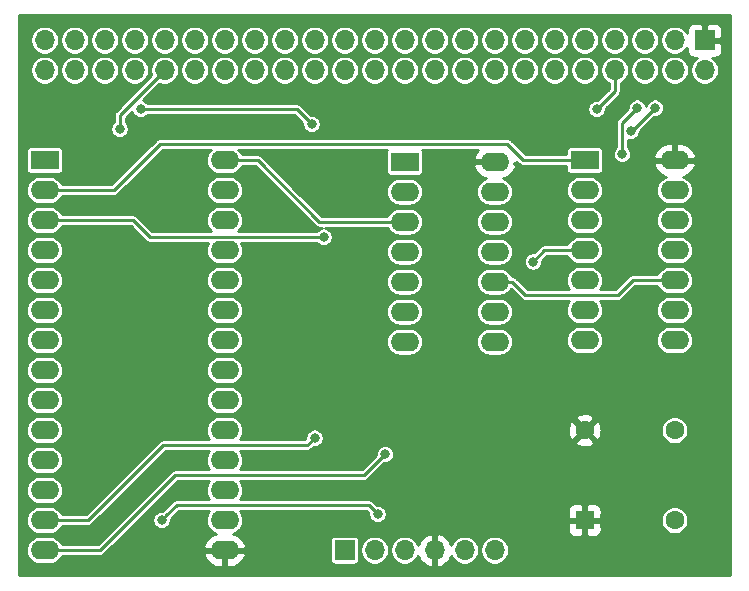
<source format=gbr>
G04 #@! TF.GenerationSoftware,KiCad,Pcbnew,5.1.5+dfsg1-2build2*
G04 #@! TF.CreationDate,2021-06-17T20:27:07-04:00*
G04 #@! TF.ProjectId,SerialBoard,53657269-616c-4426-9f61-72642e6b6963,rev?*
G04 #@! TF.SameCoordinates,Original*
G04 #@! TF.FileFunction,Copper,L2,Bot*
G04 #@! TF.FilePolarity,Positive*
%FSLAX46Y46*%
G04 Gerber Fmt 4.6, Leading zero omitted, Abs format (unit mm)*
G04 Created by KiCad (PCBNEW 5.1.5+dfsg1-2build2) date 2021-06-17 20:27:07*
%MOMM*%
%LPD*%
G04 APERTURE LIST*
%ADD10R,1.700000X1.700000*%
%ADD11O,1.700000X1.700000*%
%ADD12O,2.400000X1.600000*%
%ADD13R,2.400000X1.600000*%
%ADD14R,1.600000X1.600000*%
%ADD15C,1.600000*%
%ADD16C,0.800000*%
%ADD17C,0.250000*%
%ADD18C,0.254000*%
G04 APERTURE END LIST*
D10*
X93980000Y-101600000D03*
D11*
X96520000Y-101600000D03*
X99060000Y-101600000D03*
X101600000Y-101600000D03*
X104140000Y-101600000D03*
X106680000Y-101600000D03*
D10*
X124460000Y-58420000D03*
D11*
X124460000Y-60960000D03*
X121920000Y-58420000D03*
X121920000Y-60960000D03*
X119380000Y-58420000D03*
X119380000Y-60960000D03*
X116840000Y-58420000D03*
X116840000Y-60960000D03*
X114300000Y-58420000D03*
X114300000Y-60960000D03*
X111760000Y-58420000D03*
X111760000Y-60960000D03*
X109220000Y-58420000D03*
X109220000Y-60960000D03*
X106680000Y-58420000D03*
X106680000Y-60960000D03*
X104140000Y-58420000D03*
X104140000Y-60960000D03*
X101600000Y-58420000D03*
X101600000Y-60960000D03*
X99060000Y-58420000D03*
X99060000Y-60960000D03*
X96520000Y-58420000D03*
X96520000Y-60960000D03*
X93980000Y-58420000D03*
X93980000Y-60960000D03*
X91440000Y-58420000D03*
X91440000Y-60960000D03*
X88900000Y-58420000D03*
X88900000Y-60960000D03*
X86360000Y-58420000D03*
X86360000Y-60960000D03*
X83820000Y-58420000D03*
X83820000Y-60960000D03*
X81280000Y-58420000D03*
X81280000Y-60960000D03*
X78740000Y-58420000D03*
X78740000Y-60960000D03*
X76200000Y-58420000D03*
X76200000Y-60960000D03*
X73660000Y-58420000D03*
X73660000Y-60960000D03*
X71120000Y-58420000D03*
X71120000Y-60960000D03*
X68580000Y-58420000D03*
X68580000Y-60960000D03*
D12*
X121920000Y-68580000D03*
X114300000Y-83820000D03*
X121920000Y-71120000D03*
X114300000Y-81280000D03*
X121920000Y-73660000D03*
X114300000Y-78740000D03*
X121920000Y-76200000D03*
X114300000Y-76200000D03*
X121920000Y-78740000D03*
X114300000Y-73660000D03*
X121920000Y-81280000D03*
X114300000Y-71120000D03*
X121920000Y-83820000D03*
D13*
X114300000Y-68580000D03*
X99060000Y-68707000D03*
D12*
X106680000Y-83947000D03*
X99060000Y-71247000D03*
X106680000Y-81407000D03*
X99060000Y-73787000D03*
X106680000Y-78867000D03*
X99060000Y-76327000D03*
X106680000Y-76327000D03*
X99060000Y-78867000D03*
X106680000Y-73787000D03*
X99060000Y-81407000D03*
X106680000Y-71247000D03*
X99060000Y-83947000D03*
X106680000Y-68707000D03*
D13*
X68580000Y-68580000D03*
D12*
X83820000Y-101600000D03*
X68580000Y-71120000D03*
X83820000Y-99060000D03*
X68580000Y-73660000D03*
X83820000Y-96520000D03*
X68580000Y-76200000D03*
X83820000Y-93980000D03*
X68580000Y-78740000D03*
X83820000Y-91440000D03*
X68580000Y-81280000D03*
X83820000Y-88900000D03*
X68580000Y-83820000D03*
X83820000Y-86360000D03*
X68580000Y-86360000D03*
X83820000Y-83820000D03*
X68580000Y-88900000D03*
X83820000Y-81280000D03*
X68580000Y-91440000D03*
X83820000Y-78740000D03*
X68580000Y-93980000D03*
X83820000Y-76200000D03*
X68580000Y-96520000D03*
X83820000Y-73660000D03*
X68580000Y-99060000D03*
X83820000Y-71120000D03*
X68580000Y-101600000D03*
X83820000Y-68580000D03*
D14*
X114300000Y-99060000D03*
D15*
X114300000Y-91440000D03*
X121920000Y-91440000D03*
X121920000Y-99060000D03*
D16*
X96774000Y-98515010D03*
X78486000Y-99060000D03*
X97409000Y-93472000D03*
X91440000Y-92075000D03*
X120269000Y-64135000D03*
X118200010Y-66095917D03*
X117475000Y-68072000D03*
X118745000Y-64135000D03*
X115316000Y-64262000D03*
X92202000Y-75057000D03*
X74930000Y-65913000D03*
X76708000Y-64262000D03*
X91186000Y-65532000D03*
X109923160Y-77157160D03*
D17*
X78885999Y-98660001D02*
X78486000Y-99060000D01*
X79756000Y-97790000D02*
X78885999Y-98660001D01*
X96048990Y-97790000D02*
X79756000Y-97790000D01*
X96774000Y-98515010D02*
X96048990Y-97790000D01*
X73279000Y-101600000D02*
X68580000Y-101600000D01*
X79629000Y-95250000D02*
X73279000Y-101600000D01*
X95631000Y-95250000D02*
X79629000Y-95250000D01*
X97409000Y-93472000D02*
X95631000Y-95250000D01*
X72263000Y-99060000D02*
X68580000Y-99060000D01*
X78613000Y-92710000D02*
X72263000Y-99060000D01*
X90805000Y-92710000D02*
X78613000Y-92710000D01*
X91440000Y-92075000D02*
X90805000Y-92710000D01*
X120269000Y-64135000D02*
X118308083Y-66095917D01*
X118308083Y-66095917D02*
X118200010Y-66095917D01*
X117475000Y-68072000D02*
X117475000Y-65405000D01*
X117475000Y-65405000D02*
X118745000Y-64135000D01*
X116840000Y-62738000D02*
X116840000Y-60960000D01*
X115316000Y-64262000D02*
X116840000Y-62738000D01*
X91636315Y-75057000D02*
X92202000Y-75057000D01*
X77470000Y-75057000D02*
X91636315Y-75057000D01*
X76073000Y-73660000D02*
X77470000Y-75057000D01*
X68580000Y-73660000D02*
X76073000Y-73660000D01*
X78740000Y-60960000D02*
X74930000Y-64770000D01*
X74930000Y-64770000D02*
X74930000Y-65913000D01*
X76708000Y-64262000D02*
X89916000Y-64262000D01*
X89916000Y-64262000D02*
X91186000Y-65532000D01*
X110880320Y-76200000D02*
X109923160Y-77157160D01*
X114300000Y-76200000D02*
X110880320Y-76200000D01*
X118364000Y-78740000D02*
X121920000Y-78740000D01*
X117094000Y-80010000D02*
X118364000Y-78740000D01*
X109273000Y-80010000D02*
X117094000Y-80010000D01*
X108130000Y-78867000D02*
X109273000Y-80010000D01*
X106680000Y-78867000D02*
X108130000Y-78867000D01*
X109093000Y-68580000D02*
X114300000Y-68580000D01*
X107696000Y-67183000D02*
X109093000Y-68580000D01*
X78359000Y-67183000D02*
X107696000Y-67183000D01*
X74422000Y-71120000D02*
X78359000Y-67183000D01*
X68580000Y-71120000D02*
X74422000Y-71120000D01*
X83820000Y-68580000D02*
X86614000Y-68580000D01*
X91821000Y-73787000D02*
X99060000Y-73787000D01*
X86614000Y-68580000D02*
X91821000Y-73787000D01*
D18*
G36*
X126594001Y-103734000D02*
G01*
X66446000Y-103734000D01*
X66446000Y-99060000D01*
X66993286Y-99060000D01*
X67016088Y-99291516D01*
X67083619Y-99514136D01*
X67193283Y-99719303D01*
X67340866Y-99899134D01*
X67520697Y-100046717D01*
X67725864Y-100156381D01*
X67948484Y-100223912D01*
X68121984Y-100241000D01*
X69038016Y-100241000D01*
X69211516Y-100223912D01*
X69434136Y-100156381D01*
X69639303Y-100046717D01*
X69819134Y-99899134D01*
X69966717Y-99719303D01*
X70048659Y-99566000D01*
X72238154Y-99566000D01*
X72263000Y-99568447D01*
X72287846Y-99566000D01*
X72287854Y-99566000D01*
X72362193Y-99558678D01*
X72457575Y-99529745D01*
X72545479Y-99482759D01*
X72622527Y-99419527D01*
X72638376Y-99400215D01*
X78822592Y-93216000D01*
X82519205Y-93216000D01*
X82433283Y-93320697D01*
X82323619Y-93525864D01*
X82256088Y-93748484D01*
X82233286Y-93980000D01*
X82256088Y-94211516D01*
X82323619Y-94434136D01*
X82433283Y-94639303D01*
X82519205Y-94744000D01*
X79653845Y-94744000D01*
X79628999Y-94741553D01*
X79604153Y-94744000D01*
X79604146Y-94744000D01*
X79539694Y-94750348D01*
X79529806Y-94751322D01*
X79434425Y-94780255D01*
X79346521Y-94827241D01*
X79269473Y-94890473D01*
X79253629Y-94909779D01*
X73069409Y-101094000D01*
X70048659Y-101094000D01*
X69966717Y-100940697D01*
X69819134Y-100760866D01*
X69639303Y-100613283D01*
X69434136Y-100503619D01*
X69211516Y-100436088D01*
X69038016Y-100419000D01*
X68121984Y-100419000D01*
X67948484Y-100436088D01*
X67725864Y-100503619D01*
X67520697Y-100613283D01*
X67340866Y-100760866D01*
X67193283Y-100940697D01*
X67083619Y-101145864D01*
X67016088Y-101368484D01*
X66993286Y-101600000D01*
X67016088Y-101831516D01*
X67083619Y-102054136D01*
X67193283Y-102259303D01*
X67340866Y-102439134D01*
X67520697Y-102586717D01*
X67725864Y-102696381D01*
X67948484Y-102763912D01*
X68121984Y-102781000D01*
X69038016Y-102781000D01*
X69211516Y-102763912D01*
X69434136Y-102696381D01*
X69639303Y-102586717D01*
X69819134Y-102439134D01*
X69966717Y-102259303D01*
X70048659Y-102106000D01*
X73254154Y-102106000D01*
X73279000Y-102108447D01*
X73303846Y-102106000D01*
X73303854Y-102106000D01*
X73378193Y-102098678D01*
X73473575Y-102069745D01*
X73561479Y-102022759D01*
X73638527Y-101959527D01*
X73647134Y-101949039D01*
X82028096Y-101949039D01*
X82045633Y-102031818D01*
X82156285Y-102291646D01*
X82315500Y-102524895D01*
X82517161Y-102722601D01*
X82753517Y-102877166D01*
X83015486Y-102982650D01*
X83293000Y-103035000D01*
X83693000Y-103035000D01*
X83693000Y-101727000D01*
X83947000Y-101727000D01*
X83947000Y-103035000D01*
X84347000Y-103035000D01*
X84624514Y-102982650D01*
X84886483Y-102877166D01*
X85122839Y-102722601D01*
X85324500Y-102524895D01*
X85483715Y-102291646D01*
X85594367Y-102031818D01*
X85611904Y-101949039D01*
X85489915Y-101727000D01*
X83947000Y-101727000D01*
X83693000Y-101727000D01*
X82150085Y-101727000D01*
X82028096Y-101949039D01*
X73647134Y-101949039D01*
X73654376Y-101940215D01*
X79838592Y-95756000D01*
X82519205Y-95756000D01*
X82433283Y-95860697D01*
X82323619Y-96065864D01*
X82256088Y-96288484D01*
X82233286Y-96520000D01*
X82256088Y-96751516D01*
X82323619Y-96974136D01*
X82433283Y-97179303D01*
X82519205Y-97284000D01*
X79780845Y-97284000D01*
X79755999Y-97281553D01*
X79731153Y-97284000D01*
X79731146Y-97284000D01*
X79666694Y-97290348D01*
X79656806Y-97291322D01*
X79561425Y-97320255D01*
X79473521Y-97367241D01*
X79396473Y-97430473D01*
X79380628Y-97449780D01*
X78551409Y-98279000D01*
X78409078Y-98279000D01*
X78258191Y-98309013D01*
X78116058Y-98367887D01*
X77988141Y-98453358D01*
X77879358Y-98562141D01*
X77793887Y-98690058D01*
X77735013Y-98832191D01*
X77705000Y-98983078D01*
X77705000Y-99136922D01*
X77735013Y-99287809D01*
X77793887Y-99429942D01*
X77879358Y-99557859D01*
X77988141Y-99666642D01*
X78116058Y-99752113D01*
X78258191Y-99810987D01*
X78409078Y-99841000D01*
X78562922Y-99841000D01*
X78713809Y-99810987D01*
X78855942Y-99752113D01*
X78983859Y-99666642D01*
X79092642Y-99557859D01*
X79178113Y-99429942D01*
X79236987Y-99287809D01*
X79267000Y-99136922D01*
X79267000Y-98994591D01*
X79965592Y-98296000D01*
X82519205Y-98296000D01*
X82433283Y-98400697D01*
X82323619Y-98605864D01*
X82256088Y-98828484D01*
X82233286Y-99060000D01*
X82256088Y-99291516D01*
X82323619Y-99514136D01*
X82433283Y-99719303D01*
X82580866Y-99899134D01*
X82760697Y-100046717D01*
X82965864Y-100156381D01*
X83108815Y-100199745D01*
X83015486Y-100217350D01*
X82753517Y-100322834D01*
X82517161Y-100477399D01*
X82315500Y-100675105D01*
X82156285Y-100908354D01*
X82045633Y-101168182D01*
X82028096Y-101250961D01*
X82150085Y-101473000D01*
X83693000Y-101473000D01*
X83693000Y-101453000D01*
X83947000Y-101453000D01*
X83947000Y-101473000D01*
X85489915Y-101473000D01*
X85611904Y-101250961D01*
X85594367Y-101168182D01*
X85483715Y-100908354D01*
X85375624Y-100750000D01*
X92747157Y-100750000D01*
X92747157Y-102450000D01*
X92754513Y-102524689D01*
X92776299Y-102596508D01*
X92811678Y-102662696D01*
X92859289Y-102720711D01*
X92917304Y-102768322D01*
X92983492Y-102803701D01*
X93055311Y-102825487D01*
X93130000Y-102832843D01*
X94830000Y-102832843D01*
X94904689Y-102825487D01*
X94976508Y-102803701D01*
X95042696Y-102768322D01*
X95100711Y-102720711D01*
X95148322Y-102662696D01*
X95183701Y-102596508D01*
X95205487Y-102524689D01*
X95212843Y-102450000D01*
X95212843Y-101478757D01*
X95289000Y-101478757D01*
X95289000Y-101721243D01*
X95336307Y-101959069D01*
X95429102Y-102183097D01*
X95563820Y-102384717D01*
X95735283Y-102556180D01*
X95936903Y-102690898D01*
X96160931Y-102783693D01*
X96398757Y-102831000D01*
X96641243Y-102831000D01*
X96879069Y-102783693D01*
X97103097Y-102690898D01*
X97304717Y-102556180D01*
X97476180Y-102384717D01*
X97610898Y-102183097D01*
X97703693Y-101959069D01*
X97751000Y-101721243D01*
X97751000Y-101478757D01*
X97829000Y-101478757D01*
X97829000Y-101721243D01*
X97876307Y-101959069D01*
X97969102Y-102183097D01*
X98103820Y-102384717D01*
X98275283Y-102556180D01*
X98476903Y-102690898D01*
X98700931Y-102783693D01*
X98938757Y-102831000D01*
X99181243Y-102831000D01*
X99419069Y-102783693D01*
X99643097Y-102690898D01*
X99844717Y-102556180D01*
X100016180Y-102384717D01*
X100150898Y-102183097D01*
X100198228Y-102068832D01*
X100255843Y-102231252D01*
X100404822Y-102481355D01*
X100599731Y-102697588D01*
X100833080Y-102871641D01*
X101095901Y-102996825D01*
X101243110Y-103041476D01*
X101473000Y-102920155D01*
X101473000Y-101727000D01*
X101453000Y-101727000D01*
X101453000Y-101473000D01*
X101473000Y-101473000D01*
X101473000Y-100279845D01*
X101727000Y-100279845D01*
X101727000Y-101473000D01*
X101747000Y-101473000D01*
X101747000Y-101727000D01*
X101727000Y-101727000D01*
X101727000Y-102920155D01*
X101956890Y-103041476D01*
X102104099Y-102996825D01*
X102366920Y-102871641D01*
X102600269Y-102697588D01*
X102795178Y-102481355D01*
X102944157Y-102231252D01*
X103001772Y-102068832D01*
X103049102Y-102183097D01*
X103183820Y-102384717D01*
X103355283Y-102556180D01*
X103556903Y-102690898D01*
X103780931Y-102783693D01*
X104018757Y-102831000D01*
X104261243Y-102831000D01*
X104499069Y-102783693D01*
X104723097Y-102690898D01*
X104924717Y-102556180D01*
X105096180Y-102384717D01*
X105230898Y-102183097D01*
X105323693Y-101959069D01*
X105371000Y-101721243D01*
X105371000Y-101478757D01*
X105449000Y-101478757D01*
X105449000Y-101721243D01*
X105496307Y-101959069D01*
X105589102Y-102183097D01*
X105723820Y-102384717D01*
X105895283Y-102556180D01*
X106096903Y-102690898D01*
X106320931Y-102783693D01*
X106558757Y-102831000D01*
X106801243Y-102831000D01*
X107039069Y-102783693D01*
X107263097Y-102690898D01*
X107464717Y-102556180D01*
X107636180Y-102384717D01*
X107770898Y-102183097D01*
X107863693Y-101959069D01*
X107911000Y-101721243D01*
X107911000Y-101478757D01*
X107863693Y-101240931D01*
X107770898Y-101016903D01*
X107636180Y-100815283D01*
X107464717Y-100643820D01*
X107263097Y-100509102D01*
X107039069Y-100416307D01*
X106801243Y-100369000D01*
X106558757Y-100369000D01*
X106320931Y-100416307D01*
X106096903Y-100509102D01*
X105895283Y-100643820D01*
X105723820Y-100815283D01*
X105589102Y-101016903D01*
X105496307Y-101240931D01*
X105449000Y-101478757D01*
X105371000Y-101478757D01*
X105323693Y-101240931D01*
X105230898Y-101016903D01*
X105096180Y-100815283D01*
X104924717Y-100643820D01*
X104723097Y-100509102D01*
X104499069Y-100416307D01*
X104261243Y-100369000D01*
X104018757Y-100369000D01*
X103780931Y-100416307D01*
X103556903Y-100509102D01*
X103355283Y-100643820D01*
X103183820Y-100815283D01*
X103049102Y-101016903D01*
X103001772Y-101131168D01*
X102944157Y-100968748D01*
X102795178Y-100718645D01*
X102600269Y-100502412D01*
X102366920Y-100328359D01*
X102104099Y-100203175D01*
X101956890Y-100158524D01*
X101727000Y-100279845D01*
X101473000Y-100279845D01*
X101243110Y-100158524D01*
X101095901Y-100203175D01*
X100833080Y-100328359D01*
X100599731Y-100502412D01*
X100404822Y-100718645D01*
X100255843Y-100968748D01*
X100198228Y-101131168D01*
X100150898Y-101016903D01*
X100016180Y-100815283D01*
X99844717Y-100643820D01*
X99643097Y-100509102D01*
X99419069Y-100416307D01*
X99181243Y-100369000D01*
X98938757Y-100369000D01*
X98700931Y-100416307D01*
X98476903Y-100509102D01*
X98275283Y-100643820D01*
X98103820Y-100815283D01*
X97969102Y-101016903D01*
X97876307Y-101240931D01*
X97829000Y-101478757D01*
X97751000Y-101478757D01*
X97703693Y-101240931D01*
X97610898Y-101016903D01*
X97476180Y-100815283D01*
X97304717Y-100643820D01*
X97103097Y-100509102D01*
X96879069Y-100416307D01*
X96641243Y-100369000D01*
X96398757Y-100369000D01*
X96160931Y-100416307D01*
X95936903Y-100509102D01*
X95735283Y-100643820D01*
X95563820Y-100815283D01*
X95429102Y-101016903D01*
X95336307Y-101240931D01*
X95289000Y-101478757D01*
X95212843Y-101478757D01*
X95212843Y-100750000D01*
X95205487Y-100675311D01*
X95183701Y-100603492D01*
X95148322Y-100537304D01*
X95100711Y-100479289D01*
X95042696Y-100431678D01*
X94976508Y-100396299D01*
X94904689Y-100374513D01*
X94830000Y-100367157D01*
X93130000Y-100367157D01*
X93055311Y-100374513D01*
X92983492Y-100396299D01*
X92917304Y-100431678D01*
X92859289Y-100479289D01*
X92811678Y-100537304D01*
X92776299Y-100603492D01*
X92754513Y-100675311D01*
X92747157Y-100750000D01*
X85375624Y-100750000D01*
X85324500Y-100675105D01*
X85122839Y-100477399D01*
X84886483Y-100322834D01*
X84624514Y-100217350D01*
X84531185Y-100199745D01*
X84674136Y-100156381D01*
X84879303Y-100046717D01*
X85059134Y-99899134D01*
X85091250Y-99860000D01*
X112861928Y-99860000D01*
X112874188Y-99984482D01*
X112910498Y-100104180D01*
X112969463Y-100214494D01*
X113048815Y-100311185D01*
X113145506Y-100390537D01*
X113255820Y-100449502D01*
X113375518Y-100485812D01*
X113500000Y-100498072D01*
X114014250Y-100495000D01*
X114173000Y-100336250D01*
X114173000Y-99187000D01*
X114427000Y-99187000D01*
X114427000Y-100336250D01*
X114585750Y-100495000D01*
X115100000Y-100498072D01*
X115224482Y-100485812D01*
X115344180Y-100449502D01*
X115454494Y-100390537D01*
X115551185Y-100311185D01*
X115630537Y-100214494D01*
X115689502Y-100104180D01*
X115725812Y-99984482D01*
X115738072Y-99860000D01*
X115735000Y-99345750D01*
X115576250Y-99187000D01*
X114427000Y-99187000D01*
X114173000Y-99187000D01*
X113023750Y-99187000D01*
X112865000Y-99345750D01*
X112861928Y-99860000D01*
X85091250Y-99860000D01*
X85206717Y-99719303D01*
X85316381Y-99514136D01*
X85383912Y-99291516D01*
X85406714Y-99060000D01*
X85383912Y-98828484D01*
X85316381Y-98605864D01*
X85206717Y-98400697D01*
X85120795Y-98296000D01*
X95839399Y-98296000D01*
X95993000Y-98449601D01*
X95993000Y-98591932D01*
X96023013Y-98742819D01*
X96081887Y-98884952D01*
X96167358Y-99012869D01*
X96276141Y-99121652D01*
X96404058Y-99207123D01*
X96546191Y-99265997D01*
X96697078Y-99296010D01*
X96850922Y-99296010D01*
X97001809Y-99265997D01*
X97143942Y-99207123D01*
X97271859Y-99121652D01*
X97380642Y-99012869D01*
X97426871Y-98943682D01*
X120739000Y-98943682D01*
X120739000Y-99176318D01*
X120784386Y-99404485D01*
X120873412Y-99619413D01*
X121002658Y-99812843D01*
X121167157Y-99977342D01*
X121360587Y-100106588D01*
X121575515Y-100195614D01*
X121803682Y-100241000D01*
X122036318Y-100241000D01*
X122264485Y-100195614D01*
X122479413Y-100106588D01*
X122672843Y-99977342D01*
X122837342Y-99812843D01*
X122966588Y-99619413D01*
X123055614Y-99404485D01*
X123101000Y-99176318D01*
X123101000Y-98943682D01*
X123055614Y-98715515D01*
X122966588Y-98500587D01*
X122837342Y-98307157D01*
X122672843Y-98142658D01*
X122479413Y-98013412D01*
X122264485Y-97924386D01*
X122036318Y-97879000D01*
X121803682Y-97879000D01*
X121575515Y-97924386D01*
X121360587Y-98013412D01*
X121167157Y-98142658D01*
X121002658Y-98307157D01*
X120873412Y-98500587D01*
X120784386Y-98715515D01*
X120739000Y-98943682D01*
X97426871Y-98943682D01*
X97466113Y-98884952D01*
X97524987Y-98742819D01*
X97555000Y-98591932D01*
X97555000Y-98438088D01*
X97524987Y-98287201D01*
X97513720Y-98260000D01*
X112861928Y-98260000D01*
X112865000Y-98774250D01*
X113023750Y-98933000D01*
X114173000Y-98933000D01*
X114173000Y-97783750D01*
X114427000Y-97783750D01*
X114427000Y-98933000D01*
X115576250Y-98933000D01*
X115735000Y-98774250D01*
X115738072Y-98260000D01*
X115725812Y-98135518D01*
X115689502Y-98015820D01*
X115630537Y-97905506D01*
X115551185Y-97808815D01*
X115454494Y-97729463D01*
X115344180Y-97670498D01*
X115224482Y-97634188D01*
X115100000Y-97621928D01*
X114585750Y-97625000D01*
X114427000Y-97783750D01*
X114173000Y-97783750D01*
X114014250Y-97625000D01*
X113500000Y-97621928D01*
X113375518Y-97634188D01*
X113255820Y-97670498D01*
X113145506Y-97729463D01*
X113048815Y-97808815D01*
X112969463Y-97905506D01*
X112910498Y-98015820D01*
X112874188Y-98135518D01*
X112861928Y-98260000D01*
X97513720Y-98260000D01*
X97466113Y-98145068D01*
X97380642Y-98017151D01*
X97271859Y-97908368D01*
X97143942Y-97822897D01*
X97001809Y-97764023D01*
X96850922Y-97734010D01*
X96708591Y-97734010D01*
X96424366Y-97449785D01*
X96408517Y-97430473D01*
X96331469Y-97367241D01*
X96243565Y-97320255D01*
X96148183Y-97291322D01*
X96073844Y-97284000D01*
X96073836Y-97284000D01*
X96048990Y-97281553D01*
X96024144Y-97284000D01*
X85120795Y-97284000D01*
X85206717Y-97179303D01*
X85316381Y-96974136D01*
X85383912Y-96751516D01*
X85406714Y-96520000D01*
X85383912Y-96288484D01*
X85316381Y-96065864D01*
X85206717Y-95860697D01*
X85120795Y-95756000D01*
X95606154Y-95756000D01*
X95631000Y-95758447D01*
X95655846Y-95756000D01*
X95655854Y-95756000D01*
X95730193Y-95748678D01*
X95825575Y-95719745D01*
X95913479Y-95672759D01*
X95990527Y-95609527D01*
X96006376Y-95590215D01*
X97343592Y-94253000D01*
X97485922Y-94253000D01*
X97636809Y-94222987D01*
X97778942Y-94164113D01*
X97906859Y-94078642D01*
X98015642Y-93969859D01*
X98101113Y-93841942D01*
X98159987Y-93699809D01*
X98190000Y-93548922D01*
X98190000Y-93395078D01*
X98159987Y-93244191D01*
X98101113Y-93102058D01*
X98015642Y-92974141D01*
X97906859Y-92865358D01*
X97778942Y-92779887D01*
X97636809Y-92721013D01*
X97485922Y-92691000D01*
X97332078Y-92691000D01*
X97181191Y-92721013D01*
X97039058Y-92779887D01*
X96911141Y-92865358D01*
X96802358Y-92974141D01*
X96716887Y-93102058D01*
X96658013Y-93244191D01*
X96628000Y-93395078D01*
X96628000Y-93537408D01*
X95421409Y-94744000D01*
X85120795Y-94744000D01*
X85206717Y-94639303D01*
X85316381Y-94434136D01*
X85383912Y-94211516D01*
X85406714Y-93980000D01*
X85383912Y-93748484D01*
X85316381Y-93525864D01*
X85206717Y-93320697D01*
X85120795Y-93216000D01*
X90780154Y-93216000D01*
X90805000Y-93218447D01*
X90829846Y-93216000D01*
X90829854Y-93216000D01*
X90904193Y-93208678D01*
X90999575Y-93179745D01*
X91087479Y-93132759D01*
X91164527Y-93069527D01*
X91180376Y-93050215D01*
X91374591Y-92856000D01*
X91516922Y-92856000D01*
X91667809Y-92825987D01*
X91809942Y-92767113D01*
X91937859Y-92681642D01*
X92046642Y-92572859D01*
X92132113Y-92444942D01*
X92137183Y-92432702D01*
X113486903Y-92432702D01*
X113558486Y-92676671D01*
X113813996Y-92797571D01*
X114088184Y-92866300D01*
X114370512Y-92880217D01*
X114650130Y-92838787D01*
X114916292Y-92743603D01*
X115041514Y-92676671D01*
X115113097Y-92432702D01*
X114300000Y-91619605D01*
X113486903Y-92432702D01*
X92137183Y-92432702D01*
X92190987Y-92302809D01*
X92221000Y-92151922D01*
X92221000Y-91998078D01*
X92190987Y-91847191D01*
X92132113Y-91705058D01*
X92046642Y-91577141D01*
X91980013Y-91510512D01*
X112859783Y-91510512D01*
X112901213Y-91790130D01*
X112996397Y-92056292D01*
X113063329Y-92181514D01*
X113307298Y-92253097D01*
X114120395Y-91440000D01*
X114479605Y-91440000D01*
X115292702Y-92253097D01*
X115536671Y-92181514D01*
X115657571Y-91926004D01*
X115726300Y-91651816D01*
X115740217Y-91369488D01*
X115733431Y-91323682D01*
X120739000Y-91323682D01*
X120739000Y-91556318D01*
X120784386Y-91784485D01*
X120873412Y-91999413D01*
X121002658Y-92192843D01*
X121167157Y-92357342D01*
X121360587Y-92486588D01*
X121575515Y-92575614D01*
X121803682Y-92621000D01*
X122036318Y-92621000D01*
X122264485Y-92575614D01*
X122479413Y-92486588D01*
X122672843Y-92357342D01*
X122837342Y-92192843D01*
X122966588Y-91999413D01*
X123055614Y-91784485D01*
X123101000Y-91556318D01*
X123101000Y-91323682D01*
X123055614Y-91095515D01*
X122966588Y-90880587D01*
X122837342Y-90687157D01*
X122672843Y-90522658D01*
X122479413Y-90393412D01*
X122264485Y-90304386D01*
X122036318Y-90259000D01*
X121803682Y-90259000D01*
X121575515Y-90304386D01*
X121360587Y-90393412D01*
X121167157Y-90522658D01*
X121002658Y-90687157D01*
X120873412Y-90880587D01*
X120784386Y-91095515D01*
X120739000Y-91323682D01*
X115733431Y-91323682D01*
X115698787Y-91089870D01*
X115603603Y-90823708D01*
X115536671Y-90698486D01*
X115292702Y-90626903D01*
X114479605Y-91440000D01*
X114120395Y-91440000D01*
X113307298Y-90626903D01*
X113063329Y-90698486D01*
X112942429Y-90953996D01*
X112873700Y-91228184D01*
X112859783Y-91510512D01*
X91980013Y-91510512D01*
X91937859Y-91468358D01*
X91809942Y-91382887D01*
X91667809Y-91324013D01*
X91516922Y-91294000D01*
X91363078Y-91294000D01*
X91212191Y-91324013D01*
X91070058Y-91382887D01*
X90942141Y-91468358D01*
X90833358Y-91577141D01*
X90747887Y-91705058D01*
X90689013Y-91847191D01*
X90659000Y-91998078D01*
X90659000Y-92140409D01*
X90595409Y-92204000D01*
X85120795Y-92204000D01*
X85206717Y-92099303D01*
X85316381Y-91894136D01*
X85383912Y-91671516D01*
X85406714Y-91440000D01*
X85383912Y-91208484D01*
X85316381Y-90985864D01*
X85206717Y-90780697D01*
X85059134Y-90600866D01*
X84879303Y-90453283D01*
X84868106Y-90447298D01*
X113486903Y-90447298D01*
X114300000Y-91260395D01*
X115113097Y-90447298D01*
X115041514Y-90203329D01*
X114786004Y-90082429D01*
X114511816Y-90013700D01*
X114229488Y-89999783D01*
X113949870Y-90041213D01*
X113683708Y-90136397D01*
X113558486Y-90203329D01*
X113486903Y-90447298D01*
X84868106Y-90447298D01*
X84674136Y-90343619D01*
X84451516Y-90276088D01*
X84278016Y-90259000D01*
X83361984Y-90259000D01*
X83188484Y-90276088D01*
X82965864Y-90343619D01*
X82760697Y-90453283D01*
X82580866Y-90600866D01*
X82433283Y-90780697D01*
X82323619Y-90985864D01*
X82256088Y-91208484D01*
X82233286Y-91440000D01*
X82256088Y-91671516D01*
X82323619Y-91894136D01*
X82433283Y-92099303D01*
X82519205Y-92204000D01*
X78637845Y-92204000D01*
X78612999Y-92201553D01*
X78588153Y-92204000D01*
X78588146Y-92204000D01*
X78523694Y-92210348D01*
X78513806Y-92211322D01*
X78418425Y-92240255D01*
X78330521Y-92287241D01*
X78253473Y-92350473D01*
X78237629Y-92369779D01*
X72053409Y-98554000D01*
X70048659Y-98554000D01*
X69966717Y-98400697D01*
X69819134Y-98220866D01*
X69639303Y-98073283D01*
X69434136Y-97963619D01*
X69211516Y-97896088D01*
X69038016Y-97879000D01*
X68121984Y-97879000D01*
X67948484Y-97896088D01*
X67725864Y-97963619D01*
X67520697Y-98073283D01*
X67340866Y-98220866D01*
X67193283Y-98400697D01*
X67083619Y-98605864D01*
X67016088Y-98828484D01*
X66993286Y-99060000D01*
X66446000Y-99060000D01*
X66446000Y-96520000D01*
X66993286Y-96520000D01*
X67016088Y-96751516D01*
X67083619Y-96974136D01*
X67193283Y-97179303D01*
X67340866Y-97359134D01*
X67520697Y-97506717D01*
X67725864Y-97616381D01*
X67948484Y-97683912D01*
X68121984Y-97701000D01*
X69038016Y-97701000D01*
X69211516Y-97683912D01*
X69434136Y-97616381D01*
X69639303Y-97506717D01*
X69819134Y-97359134D01*
X69966717Y-97179303D01*
X70076381Y-96974136D01*
X70143912Y-96751516D01*
X70166714Y-96520000D01*
X70143912Y-96288484D01*
X70076381Y-96065864D01*
X69966717Y-95860697D01*
X69819134Y-95680866D01*
X69639303Y-95533283D01*
X69434136Y-95423619D01*
X69211516Y-95356088D01*
X69038016Y-95339000D01*
X68121984Y-95339000D01*
X67948484Y-95356088D01*
X67725864Y-95423619D01*
X67520697Y-95533283D01*
X67340866Y-95680866D01*
X67193283Y-95860697D01*
X67083619Y-96065864D01*
X67016088Y-96288484D01*
X66993286Y-96520000D01*
X66446000Y-96520000D01*
X66446000Y-93980000D01*
X66993286Y-93980000D01*
X67016088Y-94211516D01*
X67083619Y-94434136D01*
X67193283Y-94639303D01*
X67340866Y-94819134D01*
X67520697Y-94966717D01*
X67725864Y-95076381D01*
X67948484Y-95143912D01*
X68121984Y-95161000D01*
X69038016Y-95161000D01*
X69211516Y-95143912D01*
X69434136Y-95076381D01*
X69639303Y-94966717D01*
X69819134Y-94819134D01*
X69966717Y-94639303D01*
X70076381Y-94434136D01*
X70143912Y-94211516D01*
X70166714Y-93980000D01*
X70143912Y-93748484D01*
X70076381Y-93525864D01*
X69966717Y-93320697D01*
X69819134Y-93140866D01*
X69639303Y-92993283D01*
X69434136Y-92883619D01*
X69211516Y-92816088D01*
X69038016Y-92799000D01*
X68121984Y-92799000D01*
X67948484Y-92816088D01*
X67725864Y-92883619D01*
X67520697Y-92993283D01*
X67340866Y-93140866D01*
X67193283Y-93320697D01*
X67083619Y-93525864D01*
X67016088Y-93748484D01*
X66993286Y-93980000D01*
X66446000Y-93980000D01*
X66446000Y-91440000D01*
X66993286Y-91440000D01*
X67016088Y-91671516D01*
X67083619Y-91894136D01*
X67193283Y-92099303D01*
X67340866Y-92279134D01*
X67520697Y-92426717D01*
X67725864Y-92536381D01*
X67948484Y-92603912D01*
X68121984Y-92621000D01*
X69038016Y-92621000D01*
X69211516Y-92603912D01*
X69434136Y-92536381D01*
X69639303Y-92426717D01*
X69819134Y-92279134D01*
X69966717Y-92099303D01*
X70076381Y-91894136D01*
X70143912Y-91671516D01*
X70166714Y-91440000D01*
X70143912Y-91208484D01*
X70076381Y-90985864D01*
X69966717Y-90780697D01*
X69819134Y-90600866D01*
X69639303Y-90453283D01*
X69434136Y-90343619D01*
X69211516Y-90276088D01*
X69038016Y-90259000D01*
X68121984Y-90259000D01*
X67948484Y-90276088D01*
X67725864Y-90343619D01*
X67520697Y-90453283D01*
X67340866Y-90600866D01*
X67193283Y-90780697D01*
X67083619Y-90985864D01*
X67016088Y-91208484D01*
X66993286Y-91440000D01*
X66446000Y-91440000D01*
X66446000Y-88900000D01*
X66993286Y-88900000D01*
X67016088Y-89131516D01*
X67083619Y-89354136D01*
X67193283Y-89559303D01*
X67340866Y-89739134D01*
X67520697Y-89886717D01*
X67725864Y-89996381D01*
X67948484Y-90063912D01*
X68121984Y-90081000D01*
X69038016Y-90081000D01*
X69211516Y-90063912D01*
X69434136Y-89996381D01*
X69639303Y-89886717D01*
X69819134Y-89739134D01*
X69966717Y-89559303D01*
X70076381Y-89354136D01*
X70143912Y-89131516D01*
X70166714Y-88900000D01*
X82233286Y-88900000D01*
X82256088Y-89131516D01*
X82323619Y-89354136D01*
X82433283Y-89559303D01*
X82580866Y-89739134D01*
X82760697Y-89886717D01*
X82965864Y-89996381D01*
X83188484Y-90063912D01*
X83361984Y-90081000D01*
X84278016Y-90081000D01*
X84451516Y-90063912D01*
X84674136Y-89996381D01*
X84879303Y-89886717D01*
X85059134Y-89739134D01*
X85206717Y-89559303D01*
X85316381Y-89354136D01*
X85383912Y-89131516D01*
X85406714Y-88900000D01*
X85383912Y-88668484D01*
X85316381Y-88445864D01*
X85206717Y-88240697D01*
X85059134Y-88060866D01*
X84879303Y-87913283D01*
X84674136Y-87803619D01*
X84451516Y-87736088D01*
X84278016Y-87719000D01*
X83361984Y-87719000D01*
X83188484Y-87736088D01*
X82965864Y-87803619D01*
X82760697Y-87913283D01*
X82580866Y-88060866D01*
X82433283Y-88240697D01*
X82323619Y-88445864D01*
X82256088Y-88668484D01*
X82233286Y-88900000D01*
X70166714Y-88900000D01*
X70143912Y-88668484D01*
X70076381Y-88445864D01*
X69966717Y-88240697D01*
X69819134Y-88060866D01*
X69639303Y-87913283D01*
X69434136Y-87803619D01*
X69211516Y-87736088D01*
X69038016Y-87719000D01*
X68121984Y-87719000D01*
X67948484Y-87736088D01*
X67725864Y-87803619D01*
X67520697Y-87913283D01*
X67340866Y-88060866D01*
X67193283Y-88240697D01*
X67083619Y-88445864D01*
X67016088Y-88668484D01*
X66993286Y-88900000D01*
X66446000Y-88900000D01*
X66446000Y-86360000D01*
X66993286Y-86360000D01*
X67016088Y-86591516D01*
X67083619Y-86814136D01*
X67193283Y-87019303D01*
X67340866Y-87199134D01*
X67520697Y-87346717D01*
X67725864Y-87456381D01*
X67948484Y-87523912D01*
X68121984Y-87541000D01*
X69038016Y-87541000D01*
X69211516Y-87523912D01*
X69434136Y-87456381D01*
X69639303Y-87346717D01*
X69819134Y-87199134D01*
X69966717Y-87019303D01*
X70076381Y-86814136D01*
X70143912Y-86591516D01*
X70166714Y-86360000D01*
X82233286Y-86360000D01*
X82256088Y-86591516D01*
X82323619Y-86814136D01*
X82433283Y-87019303D01*
X82580866Y-87199134D01*
X82760697Y-87346717D01*
X82965864Y-87456381D01*
X83188484Y-87523912D01*
X83361984Y-87541000D01*
X84278016Y-87541000D01*
X84451516Y-87523912D01*
X84674136Y-87456381D01*
X84879303Y-87346717D01*
X85059134Y-87199134D01*
X85206717Y-87019303D01*
X85316381Y-86814136D01*
X85383912Y-86591516D01*
X85406714Y-86360000D01*
X85383912Y-86128484D01*
X85316381Y-85905864D01*
X85206717Y-85700697D01*
X85059134Y-85520866D01*
X84879303Y-85373283D01*
X84674136Y-85263619D01*
X84451516Y-85196088D01*
X84278016Y-85179000D01*
X83361984Y-85179000D01*
X83188484Y-85196088D01*
X82965864Y-85263619D01*
X82760697Y-85373283D01*
X82580866Y-85520866D01*
X82433283Y-85700697D01*
X82323619Y-85905864D01*
X82256088Y-86128484D01*
X82233286Y-86360000D01*
X70166714Y-86360000D01*
X70143912Y-86128484D01*
X70076381Y-85905864D01*
X69966717Y-85700697D01*
X69819134Y-85520866D01*
X69639303Y-85373283D01*
X69434136Y-85263619D01*
X69211516Y-85196088D01*
X69038016Y-85179000D01*
X68121984Y-85179000D01*
X67948484Y-85196088D01*
X67725864Y-85263619D01*
X67520697Y-85373283D01*
X67340866Y-85520866D01*
X67193283Y-85700697D01*
X67083619Y-85905864D01*
X67016088Y-86128484D01*
X66993286Y-86360000D01*
X66446000Y-86360000D01*
X66446000Y-83820000D01*
X66993286Y-83820000D01*
X67016088Y-84051516D01*
X67083619Y-84274136D01*
X67193283Y-84479303D01*
X67340866Y-84659134D01*
X67520697Y-84806717D01*
X67725864Y-84916381D01*
X67948484Y-84983912D01*
X68121984Y-85001000D01*
X69038016Y-85001000D01*
X69211516Y-84983912D01*
X69434136Y-84916381D01*
X69639303Y-84806717D01*
X69819134Y-84659134D01*
X69966717Y-84479303D01*
X70076381Y-84274136D01*
X70143912Y-84051516D01*
X70166714Y-83820000D01*
X82233286Y-83820000D01*
X82256088Y-84051516D01*
X82323619Y-84274136D01*
X82433283Y-84479303D01*
X82580866Y-84659134D01*
X82760697Y-84806717D01*
X82965864Y-84916381D01*
X83188484Y-84983912D01*
X83361984Y-85001000D01*
X84278016Y-85001000D01*
X84451516Y-84983912D01*
X84674136Y-84916381D01*
X84879303Y-84806717D01*
X85059134Y-84659134D01*
X85206717Y-84479303D01*
X85316381Y-84274136D01*
X85383912Y-84051516D01*
X85394205Y-83947000D01*
X97473286Y-83947000D01*
X97496088Y-84178516D01*
X97563619Y-84401136D01*
X97673283Y-84606303D01*
X97820866Y-84786134D01*
X98000697Y-84933717D01*
X98205864Y-85043381D01*
X98428484Y-85110912D01*
X98601984Y-85128000D01*
X99518016Y-85128000D01*
X99691516Y-85110912D01*
X99914136Y-85043381D01*
X100119303Y-84933717D01*
X100299134Y-84786134D01*
X100446717Y-84606303D01*
X100556381Y-84401136D01*
X100623912Y-84178516D01*
X100646714Y-83947000D01*
X105093286Y-83947000D01*
X105116088Y-84178516D01*
X105183619Y-84401136D01*
X105293283Y-84606303D01*
X105440866Y-84786134D01*
X105620697Y-84933717D01*
X105825864Y-85043381D01*
X106048484Y-85110912D01*
X106221984Y-85128000D01*
X107138016Y-85128000D01*
X107311516Y-85110912D01*
X107534136Y-85043381D01*
X107739303Y-84933717D01*
X107919134Y-84786134D01*
X108066717Y-84606303D01*
X108176381Y-84401136D01*
X108243912Y-84178516D01*
X108266714Y-83947000D01*
X108254206Y-83820000D01*
X112713286Y-83820000D01*
X112736088Y-84051516D01*
X112803619Y-84274136D01*
X112913283Y-84479303D01*
X113060866Y-84659134D01*
X113240697Y-84806717D01*
X113445864Y-84916381D01*
X113668484Y-84983912D01*
X113841984Y-85001000D01*
X114758016Y-85001000D01*
X114931516Y-84983912D01*
X115154136Y-84916381D01*
X115359303Y-84806717D01*
X115539134Y-84659134D01*
X115686717Y-84479303D01*
X115796381Y-84274136D01*
X115863912Y-84051516D01*
X115886714Y-83820000D01*
X120333286Y-83820000D01*
X120356088Y-84051516D01*
X120423619Y-84274136D01*
X120533283Y-84479303D01*
X120680866Y-84659134D01*
X120860697Y-84806717D01*
X121065864Y-84916381D01*
X121288484Y-84983912D01*
X121461984Y-85001000D01*
X122378016Y-85001000D01*
X122551516Y-84983912D01*
X122774136Y-84916381D01*
X122979303Y-84806717D01*
X123159134Y-84659134D01*
X123306717Y-84479303D01*
X123416381Y-84274136D01*
X123483912Y-84051516D01*
X123506714Y-83820000D01*
X123483912Y-83588484D01*
X123416381Y-83365864D01*
X123306717Y-83160697D01*
X123159134Y-82980866D01*
X122979303Y-82833283D01*
X122774136Y-82723619D01*
X122551516Y-82656088D01*
X122378016Y-82639000D01*
X121461984Y-82639000D01*
X121288484Y-82656088D01*
X121065864Y-82723619D01*
X120860697Y-82833283D01*
X120680866Y-82980866D01*
X120533283Y-83160697D01*
X120423619Y-83365864D01*
X120356088Y-83588484D01*
X120333286Y-83820000D01*
X115886714Y-83820000D01*
X115863912Y-83588484D01*
X115796381Y-83365864D01*
X115686717Y-83160697D01*
X115539134Y-82980866D01*
X115359303Y-82833283D01*
X115154136Y-82723619D01*
X114931516Y-82656088D01*
X114758016Y-82639000D01*
X113841984Y-82639000D01*
X113668484Y-82656088D01*
X113445864Y-82723619D01*
X113240697Y-82833283D01*
X113060866Y-82980866D01*
X112913283Y-83160697D01*
X112803619Y-83365864D01*
X112736088Y-83588484D01*
X112713286Y-83820000D01*
X108254206Y-83820000D01*
X108243912Y-83715484D01*
X108176381Y-83492864D01*
X108066717Y-83287697D01*
X107919134Y-83107866D01*
X107739303Y-82960283D01*
X107534136Y-82850619D01*
X107311516Y-82783088D01*
X107138016Y-82766000D01*
X106221984Y-82766000D01*
X106048484Y-82783088D01*
X105825864Y-82850619D01*
X105620697Y-82960283D01*
X105440866Y-83107866D01*
X105293283Y-83287697D01*
X105183619Y-83492864D01*
X105116088Y-83715484D01*
X105093286Y-83947000D01*
X100646714Y-83947000D01*
X100623912Y-83715484D01*
X100556381Y-83492864D01*
X100446717Y-83287697D01*
X100299134Y-83107866D01*
X100119303Y-82960283D01*
X99914136Y-82850619D01*
X99691516Y-82783088D01*
X99518016Y-82766000D01*
X98601984Y-82766000D01*
X98428484Y-82783088D01*
X98205864Y-82850619D01*
X98000697Y-82960283D01*
X97820866Y-83107866D01*
X97673283Y-83287697D01*
X97563619Y-83492864D01*
X97496088Y-83715484D01*
X97473286Y-83947000D01*
X85394205Y-83947000D01*
X85406714Y-83820000D01*
X85383912Y-83588484D01*
X85316381Y-83365864D01*
X85206717Y-83160697D01*
X85059134Y-82980866D01*
X84879303Y-82833283D01*
X84674136Y-82723619D01*
X84451516Y-82656088D01*
X84278016Y-82639000D01*
X83361984Y-82639000D01*
X83188484Y-82656088D01*
X82965864Y-82723619D01*
X82760697Y-82833283D01*
X82580866Y-82980866D01*
X82433283Y-83160697D01*
X82323619Y-83365864D01*
X82256088Y-83588484D01*
X82233286Y-83820000D01*
X70166714Y-83820000D01*
X70143912Y-83588484D01*
X70076381Y-83365864D01*
X69966717Y-83160697D01*
X69819134Y-82980866D01*
X69639303Y-82833283D01*
X69434136Y-82723619D01*
X69211516Y-82656088D01*
X69038016Y-82639000D01*
X68121984Y-82639000D01*
X67948484Y-82656088D01*
X67725864Y-82723619D01*
X67520697Y-82833283D01*
X67340866Y-82980866D01*
X67193283Y-83160697D01*
X67083619Y-83365864D01*
X67016088Y-83588484D01*
X66993286Y-83820000D01*
X66446000Y-83820000D01*
X66446000Y-81280000D01*
X66993286Y-81280000D01*
X67016088Y-81511516D01*
X67083619Y-81734136D01*
X67193283Y-81939303D01*
X67340866Y-82119134D01*
X67520697Y-82266717D01*
X67725864Y-82376381D01*
X67948484Y-82443912D01*
X68121984Y-82461000D01*
X69038016Y-82461000D01*
X69211516Y-82443912D01*
X69434136Y-82376381D01*
X69639303Y-82266717D01*
X69819134Y-82119134D01*
X69966717Y-81939303D01*
X70076381Y-81734136D01*
X70143912Y-81511516D01*
X70166714Y-81280000D01*
X82233286Y-81280000D01*
X82256088Y-81511516D01*
X82323619Y-81734136D01*
X82433283Y-81939303D01*
X82580866Y-82119134D01*
X82760697Y-82266717D01*
X82965864Y-82376381D01*
X83188484Y-82443912D01*
X83361984Y-82461000D01*
X84278016Y-82461000D01*
X84451516Y-82443912D01*
X84674136Y-82376381D01*
X84879303Y-82266717D01*
X85059134Y-82119134D01*
X85206717Y-81939303D01*
X85316381Y-81734136D01*
X85383912Y-81511516D01*
X85394205Y-81407000D01*
X97473286Y-81407000D01*
X97496088Y-81638516D01*
X97563619Y-81861136D01*
X97673283Y-82066303D01*
X97820866Y-82246134D01*
X98000697Y-82393717D01*
X98205864Y-82503381D01*
X98428484Y-82570912D01*
X98601984Y-82588000D01*
X99518016Y-82588000D01*
X99691516Y-82570912D01*
X99914136Y-82503381D01*
X100119303Y-82393717D01*
X100299134Y-82246134D01*
X100446717Y-82066303D01*
X100556381Y-81861136D01*
X100623912Y-81638516D01*
X100646714Y-81407000D01*
X105093286Y-81407000D01*
X105116088Y-81638516D01*
X105183619Y-81861136D01*
X105293283Y-82066303D01*
X105440866Y-82246134D01*
X105620697Y-82393717D01*
X105825864Y-82503381D01*
X106048484Y-82570912D01*
X106221984Y-82588000D01*
X107138016Y-82588000D01*
X107311516Y-82570912D01*
X107534136Y-82503381D01*
X107739303Y-82393717D01*
X107919134Y-82246134D01*
X108066717Y-82066303D01*
X108176381Y-81861136D01*
X108243912Y-81638516D01*
X108266714Y-81407000D01*
X108243912Y-81175484D01*
X108176381Y-80952864D01*
X108066717Y-80747697D01*
X107919134Y-80567866D01*
X107739303Y-80420283D01*
X107534136Y-80310619D01*
X107311516Y-80243088D01*
X107138016Y-80226000D01*
X106221984Y-80226000D01*
X106048484Y-80243088D01*
X105825864Y-80310619D01*
X105620697Y-80420283D01*
X105440866Y-80567866D01*
X105293283Y-80747697D01*
X105183619Y-80952864D01*
X105116088Y-81175484D01*
X105093286Y-81407000D01*
X100646714Y-81407000D01*
X100623912Y-81175484D01*
X100556381Y-80952864D01*
X100446717Y-80747697D01*
X100299134Y-80567866D01*
X100119303Y-80420283D01*
X99914136Y-80310619D01*
X99691516Y-80243088D01*
X99518016Y-80226000D01*
X98601984Y-80226000D01*
X98428484Y-80243088D01*
X98205864Y-80310619D01*
X98000697Y-80420283D01*
X97820866Y-80567866D01*
X97673283Y-80747697D01*
X97563619Y-80952864D01*
X97496088Y-81175484D01*
X97473286Y-81407000D01*
X85394205Y-81407000D01*
X85406714Y-81280000D01*
X85383912Y-81048484D01*
X85316381Y-80825864D01*
X85206717Y-80620697D01*
X85059134Y-80440866D01*
X84879303Y-80293283D01*
X84674136Y-80183619D01*
X84451516Y-80116088D01*
X84278016Y-80099000D01*
X83361984Y-80099000D01*
X83188484Y-80116088D01*
X82965864Y-80183619D01*
X82760697Y-80293283D01*
X82580866Y-80440866D01*
X82433283Y-80620697D01*
X82323619Y-80825864D01*
X82256088Y-81048484D01*
X82233286Y-81280000D01*
X70166714Y-81280000D01*
X70143912Y-81048484D01*
X70076381Y-80825864D01*
X69966717Y-80620697D01*
X69819134Y-80440866D01*
X69639303Y-80293283D01*
X69434136Y-80183619D01*
X69211516Y-80116088D01*
X69038016Y-80099000D01*
X68121984Y-80099000D01*
X67948484Y-80116088D01*
X67725864Y-80183619D01*
X67520697Y-80293283D01*
X67340866Y-80440866D01*
X67193283Y-80620697D01*
X67083619Y-80825864D01*
X67016088Y-81048484D01*
X66993286Y-81280000D01*
X66446000Y-81280000D01*
X66446000Y-78740000D01*
X66993286Y-78740000D01*
X67016088Y-78971516D01*
X67083619Y-79194136D01*
X67193283Y-79399303D01*
X67340866Y-79579134D01*
X67520697Y-79726717D01*
X67725864Y-79836381D01*
X67948484Y-79903912D01*
X68121984Y-79921000D01*
X69038016Y-79921000D01*
X69211516Y-79903912D01*
X69434136Y-79836381D01*
X69639303Y-79726717D01*
X69819134Y-79579134D01*
X69966717Y-79399303D01*
X70076381Y-79194136D01*
X70143912Y-78971516D01*
X70166714Y-78740000D01*
X82233286Y-78740000D01*
X82256088Y-78971516D01*
X82323619Y-79194136D01*
X82433283Y-79399303D01*
X82580866Y-79579134D01*
X82760697Y-79726717D01*
X82965864Y-79836381D01*
X83188484Y-79903912D01*
X83361984Y-79921000D01*
X84278016Y-79921000D01*
X84451516Y-79903912D01*
X84674136Y-79836381D01*
X84879303Y-79726717D01*
X85059134Y-79579134D01*
X85206717Y-79399303D01*
X85316381Y-79194136D01*
X85383912Y-78971516D01*
X85394205Y-78867000D01*
X97473286Y-78867000D01*
X97496088Y-79098516D01*
X97563619Y-79321136D01*
X97673283Y-79526303D01*
X97820866Y-79706134D01*
X98000697Y-79853717D01*
X98205864Y-79963381D01*
X98428484Y-80030912D01*
X98601984Y-80048000D01*
X99518016Y-80048000D01*
X99691516Y-80030912D01*
X99914136Y-79963381D01*
X100119303Y-79853717D01*
X100299134Y-79706134D01*
X100446717Y-79526303D01*
X100556381Y-79321136D01*
X100623912Y-79098516D01*
X100646714Y-78867000D01*
X105093286Y-78867000D01*
X105116088Y-79098516D01*
X105183619Y-79321136D01*
X105293283Y-79526303D01*
X105440866Y-79706134D01*
X105620697Y-79853717D01*
X105825864Y-79963381D01*
X106048484Y-80030912D01*
X106221984Y-80048000D01*
X107138016Y-80048000D01*
X107311516Y-80030912D01*
X107534136Y-79963381D01*
X107739303Y-79853717D01*
X107919134Y-79706134D01*
X108066717Y-79526303D01*
X108069153Y-79521745D01*
X108897628Y-80350220D01*
X108913473Y-80369527D01*
X108990521Y-80432759D01*
X109078425Y-80479745D01*
X109173806Y-80508678D01*
X109183694Y-80509652D01*
X109248146Y-80516000D01*
X109248153Y-80516000D01*
X109272999Y-80518447D01*
X109297845Y-80516000D01*
X112999205Y-80516000D01*
X112913283Y-80620697D01*
X112803619Y-80825864D01*
X112736088Y-81048484D01*
X112713286Y-81280000D01*
X112736088Y-81511516D01*
X112803619Y-81734136D01*
X112913283Y-81939303D01*
X113060866Y-82119134D01*
X113240697Y-82266717D01*
X113445864Y-82376381D01*
X113668484Y-82443912D01*
X113841984Y-82461000D01*
X114758016Y-82461000D01*
X114931516Y-82443912D01*
X115154136Y-82376381D01*
X115359303Y-82266717D01*
X115539134Y-82119134D01*
X115686717Y-81939303D01*
X115796381Y-81734136D01*
X115863912Y-81511516D01*
X115886714Y-81280000D01*
X120333286Y-81280000D01*
X120356088Y-81511516D01*
X120423619Y-81734136D01*
X120533283Y-81939303D01*
X120680866Y-82119134D01*
X120860697Y-82266717D01*
X121065864Y-82376381D01*
X121288484Y-82443912D01*
X121461984Y-82461000D01*
X122378016Y-82461000D01*
X122551516Y-82443912D01*
X122774136Y-82376381D01*
X122979303Y-82266717D01*
X123159134Y-82119134D01*
X123306717Y-81939303D01*
X123416381Y-81734136D01*
X123483912Y-81511516D01*
X123506714Y-81280000D01*
X123483912Y-81048484D01*
X123416381Y-80825864D01*
X123306717Y-80620697D01*
X123159134Y-80440866D01*
X122979303Y-80293283D01*
X122774136Y-80183619D01*
X122551516Y-80116088D01*
X122378016Y-80099000D01*
X121461984Y-80099000D01*
X121288484Y-80116088D01*
X121065864Y-80183619D01*
X120860697Y-80293283D01*
X120680866Y-80440866D01*
X120533283Y-80620697D01*
X120423619Y-80825864D01*
X120356088Y-81048484D01*
X120333286Y-81280000D01*
X115886714Y-81280000D01*
X115863912Y-81048484D01*
X115796381Y-80825864D01*
X115686717Y-80620697D01*
X115600795Y-80516000D01*
X117069154Y-80516000D01*
X117094000Y-80518447D01*
X117118846Y-80516000D01*
X117118854Y-80516000D01*
X117193193Y-80508678D01*
X117288575Y-80479745D01*
X117376479Y-80432759D01*
X117453527Y-80369527D01*
X117469376Y-80350215D01*
X118573592Y-79246000D01*
X120451341Y-79246000D01*
X120533283Y-79399303D01*
X120680866Y-79579134D01*
X120860697Y-79726717D01*
X121065864Y-79836381D01*
X121288484Y-79903912D01*
X121461984Y-79921000D01*
X122378016Y-79921000D01*
X122551516Y-79903912D01*
X122774136Y-79836381D01*
X122979303Y-79726717D01*
X123159134Y-79579134D01*
X123306717Y-79399303D01*
X123416381Y-79194136D01*
X123483912Y-78971516D01*
X123506714Y-78740000D01*
X123483912Y-78508484D01*
X123416381Y-78285864D01*
X123306717Y-78080697D01*
X123159134Y-77900866D01*
X122979303Y-77753283D01*
X122774136Y-77643619D01*
X122551516Y-77576088D01*
X122378016Y-77559000D01*
X121461984Y-77559000D01*
X121288484Y-77576088D01*
X121065864Y-77643619D01*
X120860697Y-77753283D01*
X120680866Y-77900866D01*
X120533283Y-78080697D01*
X120451341Y-78234000D01*
X118388845Y-78234000D01*
X118363999Y-78231553D01*
X118339153Y-78234000D01*
X118339146Y-78234000D01*
X118274694Y-78240348D01*
X118264806Y-78241322D01*
X118169425Y-78270255D01*
X118081521Y-78317241D01*
X118004473Y-78380473D01*
X117988628Y-78399780D01*
X116884409Y-79504000D01*
X115600795Y-79504000D01*
X115686717Y-79399303D01*
X115796381Y-79194136D01*
X115863912Y-78971516D01*
X115886714Y-78740000D01*
X115863912Y-78508484D01*
X115796381Y-78285864D01*
X115686717Y-78080697D01*
X115539134Y-77900866D01*
X115359303Y-77753283D01*
X115154136Y-77643619D01*
X114931516Y-77576088D01*
X114758016Y-77559000D01*
X113841984Y-77559000D01*
X113668484Y-77576088D01*
X113445864Y-77643619D01*
X113240697Y-77753283D01*
X113060866Y-77900866D01*
X112913283Y-78080697D01*
X112803619Y-78285864D01*
X112736088Y-78508484D01*
X112713286Y-78740000D01*
X112736088Y-78971516D01*
X112803619Y-79194136D01*
X112913283Y-79399303D01*
X112999205Y-79504000D01*
X109482592Y-79504000D01*
X108505376Y-78526785D01*
X108489527Y-78507473D01*
X108412479Y-78444241D01*
X108324575Y-78397255D01*
X108229193Y-78368322D01*
X108154854Y-78361000D01*
X108154846Y-78361000D01*
X108148315Y-78360357D01*
X108066717Y-78207697D01*
X107919134Y-78027866D01*
X107739303Y-77880283D01*
X107534136Y-77770619D01*
X107311516Y-77703088D01*
X107138016Y-77686000D01*
X106221984Y-77686000D01*
X106048484Y-77703088D01*
X105825864Y-77770619D01*
X105620697Y-77880283D01*
X105440866Y-78027866D01*
X105293283Y-78207697D01*
X105183619Y-78412864D01*
X105116088Y-78635484D01*
X105093286Y-78867000D01*
X100646714Y-78867000D01*
X100623912Y-78635484D01*
X100556381Y-78412864D01*
X100446717Y-78207697D01*
X100299134Y-78027866D01*
X100119303Y-77880283D01*
X99914136Y-77770619D01*
X99691516Y-77703088D01*
X99518016Y-77686000D01*
X98601984Y-77686000D01*
X98428484Y-77703088D01*
X98205864Y-77770619D01*
X98000697Y-77880283D01*
X97820866Y-78027866D01*
X97673283Y-78207697D01*
X97563619Y-78412864D01*
X97496088Y-78635484D01*
X97473286Y-78867000D01*
X85394205Y-78867000D01*
X85406714Y-78740000D01*
X85383912Y-78508484D01*
X85316381Y-78285864D01*
X85206717Y-78080697D01*
X85059134Y-77900866D01*
X84879303Y-77753283D01*
X84674136Y-77643619D01*
X84451516Y-77576088D01*
X84278016Y-77559000D01*
X83361984Y-77559000D01*
X83188484Y-77576088D01*
X82965864Y-77643619D01*
X82760697Y-77753283D01*
X82580866Y-77900866D01*
X82433283Y-78080697D01*
X82323619Y-78285864D01*
X82256088Y-78508484D01*
X82233286Y-78740000D01*
X70166714Y-78740000D01*
X70143912Y-78508484D01*
X70076381Y-78285864D01*
X69966717Y-78080697D01*
X69819134Y-77900866D01*
X69639303Y-77753283D01*
X69434136Y-77643619D01*
X69211516Y-77576088D01*
X69038016Y-77559000D01*
X68121984Y-77559000D01*
X67948484Y-77576088D01*
X67725864Y-77643619D01*
X67520697Y-77753283D01*
X67340866Y-77900866D01*
X67193283Y-78080697D01*
X67083619Y-78285864D01*
X67016088Y-78508484D01*
X66993286Y-78740000D01*
X66446000Y-78740000D01*
X66446000Y-76200000D01*
X66993286Y-76200000D01*
X67016088Y-76431516D01*
X67083619Y-76654136D01*
X67193283Y-76859303D01*
X67340866Y-77039134D01*
X67520697Y-77186717D01*
X67725864Y-77296381D01*
X67948484Y-77363912D01*
X68121984Y-77381000D01*
X69038016Y-77381000D01*
X69211516Y-77363912D01*
X69434136Y-77296381D01*
X69639303Y-77186717D01*
X69819134Y-77039134D01*
X69966717Y-76859303D01*
X70076381Y-76654136D01*
X70143912Y-76431516D01*
X70166714Y-76200000D01*
X70143912Y-75968484D01*
X70076381Y-75745864D01*
X69966717Y-75540697D01*
X69819134Y-75360866D01*
X69639303Y-75213283D01*
X69434136Y-75103619D01*
X69211516Y-75036088D01*
X69038016Y-75019000D01*
X68121984Y-75019000D01*
X67948484Y-75036088D01*
X67725864Y-75103619D01*
X67520697Y-75213283D01*
X67340866Y-75360866D01*
X67193283Y-75540697D01*
X67083619Y-75745864D01*
X67016088Y-75968484D01*
X66993286Y-76200000D01*
X66446000Y-76200000D01*
X66446000Y-71120000D01*
X66993286Y-71120000D01*
X67016088Y-71351516D01*
X67083619Y-71574136D01*
X67193283Y-71779303D01*
X67340866Y-71959134D01*
X67520697Y-72106717D01*
X67725864Y-72216381D01*
X67948484Y-72283912D01*
X68121984Y-72301000D01*
X69038016Y-72301000D01*
X69211516Y-72283912D01*
X69434136Y-72216381D01*
X69639303Y-72106717D01*
X69819134Y-71959134D01*
X69966717Y-71779303D01*
X70048659Y-71626000D01*
X74397154Y-71626000D01*
X74422000Y-71628447D01*
X74446846Y-71626000D01*
X74446854Y-71626000D01*
X74521193Y-71618678D01*
X74616575Y-71589745D01*
X74704479Y-71542759D01*
X74781527Y-71479527D01*
X74797376Y-71460215D01*
X75137591Y-71120000D01*
X82233286Y-71120000D01*
X82256088Y-71351516D01*
X82323619Y-71574136D01*
X82433283Y-71779303D01*
X82580866Y-71959134D01*
X82760697Y-72106717D01*
X82965864Y-72216381D01*
X83188484Y-72283912D01*
X83361984Y-72301000D01*
X84278016Y-72301000D01*
X84451516Y-72283912D01*
X84674136Y-72216381D01*
X84879303Y-72106717D01*
X85059134Y-71959134D01*
X85206717Y-71779303D01*
X85316381Y-71574136D01*
X85383912Y-71351516D01*
X85406714Y-71120000D01*
X85383912Y-70888484D01*
X85316381Y-70665864D01*
X85206717Y-70460697D01*
X85059134Y-70280866D01*
X84879303Y-70133283D01*
X84674136Y-70023619D01*
X84451516Y-69956088D01*
X84278016Y-69939000D01*
X83361984Y-69939000D01*
X83188484Y-69956088D01*
X82965864Y-70023619D01*
X82760697Y-70133283D01*
X82580866Y-70280866D01*
X82433283Y-70460697D01*
X82323619Y-70665864D01*
X82256088Y-70888484D01*
X82233286Y-71120000D01*
X75137591Y-71120000D01*
X78568592Y-67689000D01*
X82644065Y-67689000D01*
X82580866Y-67740866D01*
X82433283Y-67920697D01*
X82323619Y-68125864D01*
X82256088Y-68348484D01*
X82233286Y-68580000D01*
X82256088Y-68811516D01*
X82323619Y-69034136D01*
X82433283Y-69239303D01*
X82580866Y-69419134D01*
X82760697Y-69566717D01*
X82965864Y-69676381D01*
X83188484Y-69743912D01*
X83361984Y-69761000D01*
X84278016Y-69761000D01*
X84451516Y-69743912D01*
X84674136Y-69676381D01*
X84879303Y-69566717D01*
X85059134Y-69419134D01*
X85206717Y-69239303D01*
X85288659Y-69086000D01*
X86404409Y-69086000D01*
X91445628Y-74127220D01*
X91461473Y-74146527D01*
X91538521Y-74209759D01*
X91626425Y-74256745D01*
X91721807Y-74285678D01*
X91796146Y-74293000D01*
X91796153Y-74293000D01*
X91820999Y-74295447D01*
X91845845Y-74293000D01*
X92039612Y-74293000D01*
X91974191Y-74306013D01*
X91832058Y-74364887D01*
X91704141Y-74450358D01*
X91603499Y-74551000D01*
X84995935Y-74551000D01*
X85059134Y-74499134D01*
X85206717Y-74319303D01*
X85316381Y-74114136D01*
X85383912Y-73891516D01*
X85406714Y-73660000D01*
X85383912Y-73428484D01*
X85316381Y-73205864D01*
X85206717Y-73000697D01*
X85059134Y-72820866D01*
X84879303Y-72673283D01*
X84674136Y-72563619D01*
X84451516Y-72496088D01*
X84278016Y-72479000D01*
X83361984Y-72479000D01*
X83188484Y-72496088D01*
X82965864Y-72563619D01*
X82760697Y-72673283D01*
X82580866Y-72820866D01*
X82433283Y-73000697D01*
X82323619Y-73205864D01*
X82256088Y-73428484D01*
X82233286Y-73660000D01*
X82256088Y-73891516D01*
X82323619Y-74114136D01*
X82433283Y-74319303D01*
X82580866Y-74499134D01*
X82644065Y-74551000D01*
X77679592Y-74551000D01*
X76448376Y-73319785D01*
X76432527Y-73300473D01*
X76355479Y-73237241D01*
X76267575Y-73190255D01*
X76172193Y-73161322D01*
X76097854Y-73154000D01*
X76097846Y-73154000D01*
X76073000Y-73151553D01*
X76048154Y-73154000D01*
X70048659Y-73154000D01*
X69966717Y-73000697D01*
X69819134Y-72820866D01*
X69639303Y-72673283D01*
X69434136Y-72563619D01*
X69211516Y-72496088D01*
X69038016Y-72479000D01*
X68121984Y-72479000D01*
X67948484Y-72496088D01*
X67725864Y-72563619D01*
X67520697Y-72673283D01*
X67340866Y-72820866D01*
X67193283Y-73000697D01*
X67083619Y-73205864D01*
X67016088Y-73428484D01*
X66993286Y-73660000D01*
X67016088Y-73891516D01*
X67083619Y-74114136D01*
X67193283Y-74319303D01*
X67340866Y-74499134D01*
X67520697Y-74646717D01*
X67725864Y-74756381D01*
X67948484Y-74823912D01*
X68121984Y-74841000D01*
X69038016Y-74841000D01*
X69211516Y-74823912D01*
X69434136Y-74756381D01*
X69639303Y-74646717D01*
X69819134Y-74499134D01*
X69966717Y-74319303D01*
X70048659Y-74166000D01*
X75863409Y-74166000D01*
X77094628Y-75397220D01*
X77110473Y-75416527D01*
X77187521Y-75479759D01*
X77275425Y-75526745D01*
X77348607Y-75548944D01*
X77370806Y-75555678D01*
X77380694Y-75556652D01*
X77445146Y-75563000D01*
X77445153Y-75563000D01*
X77469999Y-75565447D01*
X77494845Y-75563000D01*
X82421362Y-75563000D01*
X82323619Y-75745864D01*
X82256088Y-75968484D01*
X82233286Y-76200000D01*
X82256088Y-76431516D01*
X82323619Y-76654136D01*
X82433283Y-76859303D01*
X82580866Y-77039134D01*
X82760697Y-77186717D01*
X82965864Y-77296381D01*
X83188484Y-77363912D01*
X83361984Y-77381000D01*
X84278016Y-77381000D01*
X84451516Y-77363912D01*
X84674136Y-77296381D01*
X84879303Y-77186717D01*
X85059134Y-77039134D01*
X85206717Y-76859303D01*
X85316381Y-76654136D01*
X85383912Y-76431516D01*
X85394205Y-76327000D01*
X97473286Y-76327000D01*
X97496088Y-76558516D01*
X97563619Y-76781136D01*
X97673283Y-76986303D01*
X97820866Y-77166134D01*
X98000697Y-77313717D01*
X98205864Y-77423381D01*
X98428484Y-77490912D01*
X98601984Y-77508000D01*
X99518016Y-77508000D01*
X99691516Y-77490912D01*
X99914136Y-77423381D01*
X100119303Y-77313717D01*
X100299134Y-77166134D01*
X100446717Y-76986303D01*
X100556381Y-76781136D01*
X100623912Y-76558516D01*
X100646714Y-76327000D01*
X105093286Y-76327000D01*
X105116088Y-76558516D01*
X105183619Y-76781136D01*
X105293283Y-76986303D01*
X105440866Y-77166134D01*
X105620697Y-77313717D01*
X105825864Y-77423381D01*
X106048484Y-77490912D01*
X106221984Y-77508000D01*
X107138016Y-77508000D01*
X107311516Y-77490912D01*
X107534136Y-77423381D01*
X107739303Y-77313717D01*
X107919134Y-77166134D01*
X107989626Y-77080238D01*
X109142160Y-77080238D01*
X109142160Y-77234082D01*
X109172173Y-77384969D01*
X109231047Y-77527102D01*
X109316518Y-77655019D01*
X109425301Y-77763802D01*
X109553218Y-77849273D01*
X109695351Y-77908147D01*
X109846238Y-77938160D01*
X110000082Y-77938160D01*
X110150969Y-77908147D01*
X110293102Y-77849273D01*
X110421019Y-77763802D01*
X110529802Y-77655019D01*
X110615273Y-77527102D01*
X110674147Y-77384969D01*
X110704160Y-77234082D01*
X110704160Y-77091751D01*
X111089912Y-76706000D01*
X112831341Y-76706000D01*
X112913283Y-76859303D01*
X113060866Y-77039134D01*
X113240697Y-77186717D01*
X113445864Y-77296381D01*
X113668484Y-77363912D01*
X113841984Y-77381000D01*
X114758016Y-77381000D01*
X114931516Y-77363912D01*
X115154136Y-77296381D01*
X115359303Y-77186717D01*
X115539134Y-77039134D01*
X115686717Y-76859303D01*
X115796381Y-76654136D01*
X115863912Y-76431516D01*
X115886714Y-76200000D01*
X120333286Y-76200000D01*
X120356088Y-76431516D01*
X120423619Y-76654136D01*
X120533283Y-76859303D01*
X120680866Y-77039134D01*
X120860697Y-77186717D01*
X121065864Y-77296381D01*
X121288484Y-77363912D01*
X121461984Y-77381000D01*
X122378016Y-77381000D01*
X122551516Y-77363912D01*
X122774136Y-77296381D01*
X122979303Y-77186717D01*
X123159134Y-77039134D01*
X123306717Y-76859303D01*
X123416381Y-76654136D01*
X123483912Y-76431516D01*
X123506714Y-76200000D01*
X123483912Y-75968484D01*
X123416381Y-75745864D01*
X123306717Y-75540697D01*
X123159134Y-75360866D01*
X122979303Y-75213283D01*
X122774136Y-75103619D01*
X122551516Y-75036088D01*
X122378016Y-75019000D01*
X121461984Y-75019000D01*
X121288484Y-75036088D01*
X121065864Y-75103619D01*
X120860697Y-75213283D01*
X120680866Y-75360866D01*
X120533283Y-75540697D01*
X120423619Y-75745864D01*
X120356088Y-75968484D01*
X120333286Y-76200000D01*
X115886714Y-76200000D01*
X115863912Y-75968484D01*
X115796381Y-75745864D01*
X115686717Y-75540697D01*
X115539134Y-75360866D01*
X115359303Y-75213283D01*
X115154136Y-75103619D01*
X114931516Y-75036088D01*
X114758016Y-75019000D01*
X113841984Y-75019000D01*
X113668484Y-75036088D01*
X113445864Y-75103619D01*
X113240697Y-75213283D01*
X113060866Y-75360866D01*
X112913283Y-75540697D01*
X112831341Y-75694000D01*
X110905174Y-75694000D01*
X110880320Y-75691552D01*
X110855466Y-75694000D01*
X110781127Y-75701322D01*
X110685745Y-75730255D01*
X110597841Y-75777241D01*
X110520793Y-75840473D01*
X110504948Y-75859780D01*
X109988569Y-76376160D01*
X109846238Y-76376160D01*
X109695351Y-76406173D01*
X109553218Y-76465047D01*
X109425301Y-76550518D01*
X109316518Y-76659301D01*
X109231047Y-76787218D01*
X109172173Y-76929351D01*
X109142160Y-77080238D01*
X107989626Y-77080238D01*
X108066717Y-76986303D01*
X108176381Y-76781136D01*
X108243912Y-76558516D01*
X108266714Y-76327000D01*
X108243912Y-76095484D01*
X108176381Y-75872864D01*
X108066717Y-75667697D01*
X107919134Y-75487866D01*
X107739303Y-75340283D01*
X107534136Y-75230619D01*
X107311516Y-75163088D01*
X107138016Y-75146000D01*
X106221984Y-75146000D01*
X106048484Y-75163088D01*
X105825864Y-75230619D01*
X105620697Y-75340283D01*
X105440866Y-75487866D01*
X105293283Y-75667697D01*
X105183619Y-75872864D01*
X105116088Y-76095484D01*
X105093286Y-76327000D01*
X100646714Y-76327000D01*
X100623912Y-76095484D01*
X100556381Y-75872864D01*
X100446717Y-75667697D01*
X100299134Y-75487866D01*
X100119303Y-75340283D01*
X99914136Y-75230619D01*
X99691516Y-75163088D01*
X99518016Y-75146000D01*
X98601984Y-75146000D01*
X98428484Y-75163088D01*
X98205864Y-75230619D01*
X98000697Y-75340283D01*
X97820866Y-75487866D01*
X97673283Y-75667697D01*
X97563619Y-75872864D01*
X97496088Y-76095484D01*
X97473286Y-76327000D01*
X85394205Y-76327000D01*
X85406714Y-76200000D01*
X85383912Y-75968484D01*
X85316381Y-75745864D01*
X85218638Y-75563000D01*
X91603499Y-75563000D01*
X91704141Y-75663642D01*
X91832058Y-75749113D01*
X91974191Y-75807987D01*
X92125078Y-75838000D01*
X92278922Y-75838000D01*
X92429809Y-75807987D01*
X92571942Y-75749113D01*
X92699859Y-75663642D01*
X92808642Y-75554859D01*
X92894113Y-75426942D01*
X92952987Y-75284809D01*
X92983000Y-75133922D01*
X92983000Y-74980078D01*
X92952987Y-74829191D01*
X92894113Y-74687058D01*
X92808642Y-74559141D01*
X92699859Y-74450358D01*
X92571942Y-74364887D01*
X92429809Y-74306013D01*
X92364388Y-74293000D01*
X97591341Y-74293000D01*
X97673283Y-74446303D01*
X97820866Y-74626134D01*
X98000697Y-74773717D01*
X98205864Y-74883381D01*
X98428484Y-74950912D01*
X98601984Y-74968000D01*
X99518016Y-74968000D01*
X99691516Y-74950912D01*
X99914136Y-74883381D01*
X100119303Y-74773717D01*
X100299134Y-74626134D01*
X100446717Y-74446303D01*
X100556381Y-74241136D01*
X100623912Y-74018516D01*
X100646714Y-73787000D01*
X105093286Y-73787000D01*
X105116088Y-74018516D01*
X105183619Y-74241136D01*
X105293283Y-74446303D01*
X105440866Y-74626134D01*
X105620697Y-74773717D01*
X105825864Y-74883381D01*
X106048484Y-74950912D01*
X106221984Y-74968000D01*
X107138016Y-74968000D01*
X107311516Y-74950912D01*
X107534136Y-74883381D01*
X107739303Y-74773717D01*
X107919134Y-74626134D01*
X108066717Y-74446303D01*
X108176381Y-74241136D01*
X108243912Y-74018516D01*
X108266714Y-73787000D01*
X108254206Y-73660000D01*
X112713286Y-73660000D01*
X112736088Y-73891516D01*
X112803619Y-74114136D01*
X112913283Y-74319303D01*
X113060866Y-74499134D01*
X113240697Y-74646717D01*
X113445864Y-74756381D01*
X113668484Y-74823912D01*
X113841984Y-74841000D01*
X114758016Y-74841000D01*
X114931516Y-74823912D01*
X115154136Y-74756381D01*
X115359303Y-74646717D01*
X115539134Y-74499134D01*
X115686717Y-74319303D01*
X115796381Y-74114136D01*
X115863912Y-73891516D01*
X115886714Y-73660000D01*
X120333286Y-73660000D01*
X120356088Y-73891516D01*
X120423619Y-74114136D01*
X120533283Y-74319303D01*
X120680866Y-74499134D01*
X120860697Y-74646717D01*
X121065864Y-74756381D01*
X121288484Y-74823912D01*
X121461984Y-74841000D01*
X122378016Y-74841000D01*
X122551516Y-74823912D01*
X122774136Y-74756381D01*
X122979303Y-74646717D01*
X123159134Y-74499134D01*
X123306717Y-74319303D01*
X123416381Y-74114136D01*
X123483912Y-73891516D01*
X123506714Y-73660000D01*
X123483912Y-73428484D01*
X123416381Y-73205864D01*
X123306717Y-73000697D01*
X123159134Y-72820866D01*
X122979303Y-72673283D01*
X122774136Y-72563619D01*
X122551516Y-72496088D01*
X122378016Y-72479000D01*
X121461984Y-72479000D01*
X121288484Y-72496088D01*
X121065864Y-72563619D01*
X120860697Y-72673283D01*
X120680866Y-72820866D01*
X120533283Y-73000697D01*
X120423619Y-73205864D01*
X120356088Y-73428484D01*
X120333286Y-73660000D01*
X115886714Y-73660000D01*
X115863912Y-73428484D01*
X115796381Y-73205864D01*
X115686717Y-73000697D01*
X115539134Y-72820866D01*
X115359303Y-72673283D01*
X115154136Y-72563619D01*
X114931516Y-72496088D01*
X114758016Y-72479000D01*
X113841984Y-72479000D01*
X113668484Y-72496088D01*
X113445864Y-72563619D01*
X113240697Y-72673283D01*
X113060866Y-72820866D01*
X112913283Y-73000697D01*
X112803619Y-73205864D01*
X112736088Y-73428484D01*
X112713286Y-73660000D01*
X108254206Y-73660000D01*
X108243912Y-73555484D01*
X108176381Y-73332864D01*
X108066717Y-73127697D01*
X107919134Y-72947866D01*
X107739303Y-72800283D01*
X107534136Y-72690619D01*
X107311516Y-72623088D01*
X107138016Y-72606000D01*
X106221984Y-72606000D01*
X106048484Y-72623088D01*
X105825864Y-72690619D01*
X105620697Y-72800283D01*
X105440866Y-72947866D01*
X105293283Y-73127697D01*
X105183619Y-73332864D01*
X105116088Y-73555484D01*
X105093286Y-73787000D01*
X100646714Y-73787000D01*
X100623912Y-73555484D01*
X100556381Y-73332864D01*
X100446717Y-73127697D01*
X100299134Y-72947866D01*
X100119303Y-72800283D01*
X99914136Y-72690619D01*
X99691516Y-72623088D01*
X99518016Y-72606000D01*
X98601984Y-72606000D01*
X98428484Y-72623088D01*
X98205864Y-72690619D01*
X98000697Y-72800283D01*
X97820866Y-72947866D01*
X97673283Y-73127697D01*
X97591341Y-73281000D01*
X92030592Y-73281000D01*
X89996592Y-71247000D01*
X97473286Y-71247000D01*
X97496088Y-71478516D01*
X97563619Y-71701136D01*
X97673283Y-71906303D01*
X97820866Y-72086134D01*
X98000697Y-72233717D01*
X98205864Y-72343381D01*
X98428484Y-72410912D01*
X98601984Y-72428000D01*
X99518016Y-72428000D01*
X99691516Y-72410912D01*
X99914136Y-72343381D01*
X100119303Y-72233717D01*
X100299134Y-72086134D01*
X100446717Y-71906303D01*
X100556381Y-71701136D01*
X100623912Y-71478516D01*
X100646714Y-71247000D01*
X100623912Y-71015484D01*
X100556381Y-70792864D01*
X100446717Y-70587697D01*
X100299134Y-70407866D01*
X100119303Y-70260283D01*
X99914136Y-70150619D01*
X99691516Y-70083088D01*
X99518016Y-70066000D01*
X98601984Y-70066000D01*
X98428484Y-70083088D01*
X98205864Y-70150619D01*
X98000697Y-70260283D01*
X97820866Y-70407866D01*
X97673283Y-70587697D01*
X97563619Y-70792864D01*
X97496088Y-71015484D01*
X97473286Y-71247000D01*
X89996592Y-71247000D01*
X86989376Y-68239785D01*
X86973527Y-68220473D01*
X86896479Y-68157241D01*
X86808575Y-68110255D01*
X86713193Y-68081322D01*
X86638854Y-68074000D01*
X86638846Y-68074000D01*
X86614000Y-68071553D01*
X86589154Y-68074000D01*
X85288659Y-68074000D01*
X85206717Y-67920697D01*
X85059134Y-67740866D01*
X84995935Y-67689000D01*
X97546031Y-67689000D01*
X97541678Y-67694304D01*
X97506299Y-67760492D01*
X97484513Y-67832311D01*
X97477157Y-67907000D01*
X97477157Y-69507000D01*
X97484513Y-69581689D01*
X97506299Y-69653508D01*
X97541678Y-69719696D01*
X97589289Y-69777711D01*
X97647304Y-69825322D01*
X97713492Y-69860701D01*
X97785311Y-69882487D01*
X97860000Y-69889843D01*
X100260000Y-69889843D01*
X100334689Y-69882487D01*
X100406508Y-69860701D01*
X100472696Y-69825322D01*
X100530711Y-69777711D01*
X100578322Y-69719696D01*
X100613701Y-69653508D01*
X100635487Y-69581689D01*
X100642843Y-69507000D01*
X100642843Y-67907000D01*
X100635487Y-67832311D01*
X100613701Y-67760492D01*
X100578322Y-67694304D01*
X100573969Y-67689000D01*
X105270468Y-67689000D01*
X105175500Y-67782105D01*
X105016285Y-68015354D01*
X104905633Y-68275182D01*
X104888096Y-68357961D01*
X105010085Y-68580000D01*
X106553000Y-68580000D01*
X106553000Y-68560000D01*
X106807000Y-68560000D01*
X106807000Y-68580000D01*
X106827000Y-68580000D01*
X106827000Y-68834000D01*
X106807000Y-68834000D01*
X106807000Y-68854000D01*
X106553000Y-68854000D01*
X106553000Y-68834000D01*
X105010085Y-68834000D01*
X104888096Y-69056039D01*
X104905633Y-69138818D01*
X105016285Y-69398646D01*
X105175500Y-69631895D01*
X105377161Y-69829601D01*
X105613517Y-69984166D01*
X105875486Y-70089650D01*
X105968815Y-70107255D01*
X105825864Y-70150619D01*
X105620697Y-70260283D01*
X105440866Y-70407866D01*
X105293283Y-70587697D01*
X105183619Y-70792864D01*
X105116088Y-71015484D01*
X105093286Y-71247000D01*
X105116088Y-71478516D01*
X105183619Y-71701136D01*
X105293283Y-71906303D01*
X105440866Y-72086134D01*
X105620697Y-72233717D01*
X105825864Y-72343381D01*
X106048484Y-72410912D01*
X106221984Y-72428000D01*
X107138016Y-72428000D01*
X107311516Y-72410912D01*
X107534136Y-72343381D01*
X107739303Y-72233717D01*
X107919134Y-72086134D01*
X108066717Y-71906303D01*
X108176381Y-71701136D01*
X108243912Y-71478516D01*
X108266714Y-71247000D01*
X108254206Y-71120000D01*
X112713286Y-71120000D01*
X112736088Y-71351516D01*
X112803619Y-71574136D01*
X112913283Y-71779303D01*
X113060866Y-71959134D01*
X113240697Y-72106717D01*
X113445864Y-72216381D01*
X113668484Y-72283912D01*
X113841984Y-72301000D01*
X114758016Y-72301000D01*
X114931516Y-72283912D01*
X115154136Y-72216381D01*
X115359303Y-72106717D01*
X115539134Y-71959134D01*
X115686717Y-71779303D01*
X115796381Y-71574136D01*
X115863912Y-71351516D01*
X115886714Y-71120000D01*
X115863912Y-70888484D01*
X115796381Y-70665864D01*
X115686717Y-70460697D01*
X115539134Y-70280866D01*
X115359303Y-70133283D01*
X115154136Y-70023619D01*
X114931516Y-69956088D01*
X114758016Y-69939000D01*
X113841984Y-69939000D01*
X113668484Y-69956088D01*
X113445864Y-70023619D01*
X113240697Y-70133283D01*
X113060866Y-70280866D01*
X112913283Y-70460697D01*
X112803619Y-70665864D01*
X112736088Y-70888484D01*
X112713286Y-71120000D01*
X108254206Y-71120000D01*
X108243912Y-71015484D01*
X108176381Y-70792864D01*
X108066717Y-70587697D01*
X107919134Y-70407866D01*
X107739303Y-70260283D01*
X107534136Y-70150619D01*
X107391185Y-70107255D01*
X107484514Y-70089650D01*
X107746483Y-69984166D01*
X107982839Y-69829601D01*
X108184500Y-69631895D01*
X108343715Y-69398646D01*
X108454367Y-69138818D01*
X108471904Y-69056039D01*
X108349916Y-68834002D01*
X108515000Y-68834002D01*
X108515000Y-68717592D01*
X108717628Y-68920220D01*
X108733473Y-68939527D01*
X108810521Y-69002759D01*
X108898425Y-69049745D01*
X108971607Y-69071944D01*
X108993806Y-69078678D01*
X109003694Y-69079652D01*
X109068146Y-69086000D01*
X109068153Y-69086000D01*
X109092999Y-69088447D01*
X109117845Y-69086000D01*
X112717157Y-69086000D01*
X112717157Y-69380000D01*
X112724513Y-69454689D01*
X112746299Y-69526508D01*
X112781678Y-69592696D01*
X112829289Y-69650711D01*
X112887304Y-69698322D01*
X112953492Y-69733701D01*
X113025311Y-69755487D01*
X113100000Y-69762843D01*
X115500000Y-69762843D01*
X115574689Y-69755487D01*
X115646508Y-69733701D01*
X115712696Y-69698322D01*
X115770711Y-69650711D01*
X115818322Y-69592696D01*
X115853701Y-69526508D01*
X115875487Y-69454689D01*
X115882843Y-69380000D01*
X115882843Y-68929039D01*
X120128096Y-68929039D01*
X120145633Y-69011818D01*
X120256285Y-69271646D01*
X120415500Y-69504895D01*
X120617161Y-69702601D01*
X120853517Y-69857166D01*
X121115486Y-69962650D01*
X121208815Y-69980255D01*
X121065864Y-70023619D01*
X120860697Y-70133283D01*
X120680866Y-70280866D01*
X120533283Y-70460697D01*
X120423619Y-70665864D01*
X120356088Y-70888484D01*
X120333286Y-71120000D01*
X120356088Y-71351516D01*
X120423619Y-71574136D01*
X120533283Y-71779303D01*
X120680866Y-71959134D01*
X120860697Y-72106717D01*
X121065864Y-72216381D01*
X121288484Y-72283912D01*
X121461984Y-72301000D01*
X122378016Y-72301000D01*
X122551516Y-72283912D01*
X122774136Y-72216381D01*
X122979303Y-72106717D01*
X123159134Y-71959134D01*
X123306717Y-71779303D01*
X123416381Y-71574136D01*
X123483912Y-71351516D01*
X123506714Y-71120000D01*
X123483912Y-70888484D01*
X123416381Y-70665864D01*
X123306717Y-70460697D01*
X123159134Y-70280866D01*
X122979303Y-70133283D01*
X122774136Y-70023619D01*
X122631185Y-69980255D01*
X122724514Y-69962650D01*
X122986483Y-69857166D01*
X123222839Y-69702601D01*
X123424500Y-69504895D01*
X123583715Y-69271646D01*
X123694367Y-69011818D01*
X123711904Y-68929039D01*
X123589915Y-68707000D01*
X122047000Y-68707000D01*
X122047000Y-68727000D01*
X121793000Y-68727000D01*
X121793000Y-68707000D01*
X120250085Y-68707000D01*
X120128096Y-68929039D01*
X115882843Y-68929039D01*
X115882843Y-67995078D01*
X116694000Y-67995078D01*
X116694000Y-68148922D01*
X116724013Y-68299809D01*
X116782887Y-68441942D01*
X116868358Y-68569859D01*
X116977141Y-68678642D01*
X117105058Y-68764113D01*
X117247191Y-68822987D01*
X117398078Y-68853000D01*
X117551922Y-68853000D01*
X117702809Y-68822987D01*
X117844942Y-68764113D01*
X117972859Y-68678642D01*
X118081642Y-68569859D01*
X118167113Y-68441942D01*
X118225987Y-68299809D01*
X118239681Y-68230961D01*
X120128096Y-68230961D01*
X120250085Y-68453000D01*
X121793000Y-68453000D01*
X121793000Y-67145000D01*
X122047000Y-67145000D01*
X122047000Y-68453000D01*
X123589915Y-68453000D01*
X123711904Y-68230961D01*
X123694367Y-68148182D01*
X123583715Y-67888354D01*
X123424500Y-67655105D01*
X123222839Y-67457399D01*
X122986483Y-67302834D01*
X122724514Y-67197350D01*
X122447000Y-67145000D01*
X122047000Y-67145000D01*
X121793000Y-67145000D01*
X121393000Y-67145000D01*
X121115486Y-67197350D01*
X120853517Y-67302834D01*
X120617161Y-67457399D01*
X120415500Y-67655105D01*
X120256285Y-67888354D01*
X120145633Y-68148182D01*
X120128096Y-68230961D01*
X118239681Y-68230961D01*
X118256000Y-68148922D01*
X118256000Y-67995078D01*
X118225987Y-67844191D01*
X118167113Y-67702058D01*
X118081642Y-67574141D01*
X117981000Y-67473499D01*
X117981000Y-66848654D01*
X118123088Y-66876917D01*
X118276932Y-66876917D01*
X118427819Y-66846904D01*
X118569952Y-66788030D01*
X118697869Y-66702559D01*
X118806652Y-66593776D01*
X118892123Y-66465859D01*
X118950997Y-66323726D01*
X118981010Y-66172839D01*
X118981010Y-66138581D01*
X120203592Y-64916000D01*
X120345922Y-64916000D01*
X120496809Y-64885987D01*
X120638942Y-64827113D01*
X120766859Y-64741642D01*
X120875642Y-64632859D01*
X120961113Y-64504942D01*
X121019987Y-64362809D01*
X121050000Y-64211922D01*
X121050000Y-64058078D01*
X121019987Y-63907191D01*
X120961113Y-63765058D01*
X120875642Y-63637141D01*
X120766859Y-63528358D01*
X120638942Y-63442887D01*
X120496809Y-63384013D01*
X120345922Y-63354000D01*
X120192078Y-63354000D01*
X120041191Y-63384013D01*
X119899058Y-63442887D01*
X119771141Y-63528358D01*
X119662358Y-63637141D01*
X119576887Y-63765058D01*
X119518013Y-63907191D01*
X119507000Y-63962558D01*
X119495987Y-63907191D01*
X119437113Y-63765058D01*
X119351642Y-63637141D01*
X119242859Y-63528358D01*
X119114942Y-63442887D01*
X118972809Y-63384013D01*
X118821922Y-63354000D01*
X118668078Y-63354000D01*
X118517191Y-63384013D01*
X118375058Y-63442887D01*
X118247141Y-63528358D01*
X118138358Y-63637141D01*
X118052887Y-63765058D01*
X117994013Y-63907191D01*
X117964000Y-64058078D01*
X117964000Y-64200408D01*
X117134780Y-65029629D01*
X117115474Y-65045473D01*
X117052242Y-65122521D01*
X117040029Y-65145370D01*
X117005255Y-65210426D01*
X116976322Y-65305808D01*
X116966553Y-65405000D01*
X116969001Y-65429856D01*
X116969000Y-67473499D01*
X116868358Y-67574141D01*
X116782887Y-67702058D01*
X116724013Y-67844191D01*
X116694000Y-67995078D01*
X115882843Y-67995078D01*
X115882843Y-67780000D01*
X115875487Y-67705311D01*
X115853701Y-67633492D01*
X115818322Y-67567304D01*
X115770711Y-67509289D01*
X115712696Y-67461678D01*
X115646508Y-67426299D01*
X115574689Y-67404513D01*
X115500000Y-67397157D01*
X113100000Y-67397157D01*
X113025311Y-67404513D01*
X112953492Y-67426299D01*
X112887304Y-67461678D01*
X112829289Y-67509289D01*
X112781678Y-67567304D01*
X112746299Y-67633492D01*
X112724513Y-67705311D01*
X112717157Y-67780000D01*
X112717157Y-68074000D01*
X109302592Y-68074000D01*
X108071376Y-66842785D01*
X108055527Y-66823473D01*
X107978479Y-66760241D01*
X107890575Y-66713255D01*
X107795193Y-66684322D01*
X107720854Y-66677000D01*
X107720846Y-66677000D01*
X107696000Y-66674553D01*
X107671154Y-66677000D01*
X78383854Y-66677000D01*
X78359000Y-66674552D01*
X78334146Y-66677000D01*
X78259807Y-66684322D01*
X78164425Y-66713255D01*
X78076521Y-66760241D01*
X77999473Y-66823473D01*
X77983628Y-66842780D01*
X74212409Y-70614000D01*
X70048659Y-70614000D01*
X69966717Y-70460697D01*
X69819134Y-70280866D01*
X69639303Y-70133283D01*
X69434136Y-70023619D01*
X69211516Y-69956088D01*
X69038016Y-69939000D01*
X68121984Y-69939000D01*
X67948484Y-69956088D01*
X67725864Y-70023619D01*
X67520697Y-70133283D01*
X67340866Y-70280866D01*
X67193283Y-70460697D01*
X67083619Y-70665864D01*
X67016088Y-70888484D01*
X66993286Y-71120000D01*
X66446000Y-71120000D01*
X66446000Y-67780000D01*
X66997157Y-67780000D01*
X66997157Y-69380000D01*
X67004513Y-69454689D01*
X67026299Y-69526508D01*
X67061678Y-69592696D01*
X67109289Y-69650711D01*
X67167304Y-69698322D01*
X67233492Y-69733701D01*
X67305311Y-69755487D01*
X67380000Y-69762843D01*
X69780000Y-69762843D01*
X69854689Y-69755487D01*
X69926508Y-69733701D01*
X69992696Y-69698322D01*
X70050711Y-69650711D01*
X70098322Y-69592696D01*
X70133701Y-69526508D01*
X70155487Y-69454689D01*
X70162843Y-69380000D01*
X70162843Y-67780000D01*
X70155487Y-67705311D01*
X70133701Y-67633492D01*
X70098322Y-67567304D01*
X70050711Y-67509289D01*
X69992696Y-67461678D01*
X69926508Y-67426299D01*
X69854689Y-67404513D01*
X69780000Y-67397157D01*
X67380000Y-67397157D01*
X67305311Y-67404513D01*
X67233492Y-67426299D01*
X67167304Y-67461678D01*
X67109289Y-67509289D01*
X67061678Y-67567304D01*
X67026299Y-67633492D01*
X67004513Y-67705311D01*
X66997157Y-67780000D01*
X66446000Y-67780000D01*
X66446000Y-65836078D01*
X74149000Y-65836078D01*
X74149000Y-65989922D01*
X74179013Y-66140809D01*
X74237887Y-66282942D01*
X74323358Y-66410859D01*
X74432141Y-66519642D01*
X74560058Y-66605113D01*
X74702191Y-66663987D01*
X74853078Y-66694000D01*
X75006922Y-66694000D01*
X75157809Y-66663987D01*
X75299942Y-66605113D01*
X75427859Y-66519642D01*
X75536642Y-66410859D01*
X75622113Y-66282942D01*
X75680987Y-66140809D01*
X75711000Y-65989922D01*
X75711000Y-65836078D01*
X75680987Y-65685191D01*
X75622113Y-65543058D01*
X75536642Y-65415141D01*
X75436000Y-65314499D01*
X75436000Y-64979591D01*
X75951832Y-64463760D01*
X75957013Y-64489809D01*
X76015887Y-64631942D01*
X76101358Y-64759859D01*
X76210141Y-64868642D01*
X76338058Y-64954113D01*
X76480191Y-65012987D01*
X76631078Y-65043000D01*
X76784922Y-65043000D01*
X76935809Y-65012987D01*
X77077942Y-64954113D01*
X77205859Y-64868642D01*
X77306501Y-64768000D01*
X89706409Y-64768000D01*
X90405000Y-65466592D01*
X90405000Y-65608922D01*
X90435013Y-65759809D01*
X90493887Y-65901942D01*
X90579358Y-66029859D01*
X90688141Y-66138642D01*
X90816058Y-66224113D01*
X90958191Y-66282987D01*
X91109078Y-66313000D01*
X91262922Y-66313000D01*
X91413809Y-66282987D01*
X91555942Y-66224113D01*
X91683859Y-66138642D01*
X91792642Y-66029859D01*
X91878113Y-65901942D01*
X91936987Y-65759809D01*
X91967000Y-65608922D01*
X91967000Y-65455078D01*
X91936987Y-65304191D01*
X91878113Y-65162058D01*
X91792642Y-65034141D01*
X91683859Y-64925358D01*
X91555942Y-64839887D01*
X91413809Y-64781013D01*
X91262922Y-64751000D01*
X91120592Y-64751000D01*
X90554670Y-64185078D01*
X114535000Y-64185078D01*
X114535000Y-64338922D01*
X114565013Y-64489809D01*
X114623887Y-64631942D01*
X114709358Y-64759859D01*
X114818141Y-64868642D01*
X114946058Y-64954113D01*
X115088191Y-65012987D01*
X115239078Y-65043000D01*
X115392922Y-65043000D01*
X115543809Y-65012987D01*
X115685942Y-64954113D01*
X115813859Y-64868642D01*
X115922642Y-64759859D01*
X116008113Y-64631942D01*
X116066987Y-64489809D01*
X116097000Y-64338922D01*
X116097000Y-64196591D01*
X117180220Y-63113372D01*
X117199527Y-63097527D01*
X117262759Y-63020479D01*
X117309745Y-62932575D01*
X117338678Y-62837193D01*
X117346000Y-62762854D01*
X117346000Y-62762847D01*
X117348447Y-62738001D01*
X117346000Y-62713155D01*
X117346000Y-62082832D01*
X117423097Y-62050898D01*
X117624717Y-61916180D01*
X117796180Y-61744717D01*
X117930898Y-61543097D01*
X118023693Y-61319069D01*
X118071000Y-61081243D01*
X118071000Y-60838757D01*
X118149000Y-60838757D01*
X118149000Y-61081243D01*
X118196307Y-61319069D01*
X118289102Y-61543097D01*
X118423820Y-61744717D01*
X118595283Y-61916180D01*
X118796903Y-62050898D01*
X119020931Y-62143693D01*
X119258757Y-62191000D01*
X119501243Y-62191000D01*
X119739069Y-62143693D01*
X119963097Y-62050898D01*
X120164717Y-61916180D01*
X120336180Y-61744717D01*
X120470898Y-61543097D01*
X120563693Y-61319069D01*
X120611000Y-61081243D01*
X120611000Y-60838757D01*
X120689000Y-60838757D01*
X120689000Y-61081243D01*
X120736307Y-61319069D01*
X120829102Y-61543097D01*
X120963820Y-61744717D01*
X121135283Y-61916180D01*
X121336903Y-62050898D01*
X121560931Y-62143693D01*
X121798757Y-62191000D01*
X122041243Y-62191000D01*
X122279069Y-62143693D01*
X122503097Y-62050898D01*
X122704717Y-61916180D01*
X122876180Y-61744717D01*
X123010898Y-61543097D01*
X123103693Y-61319069D01*
X123151000Y-61081243D01*
X123151000Y-60838757D01*
X123103693Y-60600931D01*
X123010898Y-60376903D01*
X122876180Y-60175283D01*
X122704717Y-60003820D01*
X122503097Y-59869102D01*
X122279069Y-59776307D01*
X122041243Y-59729000D01*
X121798757Y-59729000D01*
X121560931Y-59776307D01*
X121336903Y-59869102D01*
X121135283Y-60003820D01*
X120963820Y-60175283D01*
X120829102Y-60376903D01*
X120736307Y-60600931D01*
X120689000Y-60838757D01*
X120611000Y-60838757D01*
X120563693Y-60600931D01*
X120470898Y-60376903D01*
X120336180Y-60175283D01*
X120164717Y-60003820D01*
X119963097Y-59869102D01*
X119739069Y-59776307D01*
X119501243Y-59729000D01*
X119258757Y-59729000D01*
X119020931Y-59776307D01*
X118796903Y-59869102D01*
X118595283Y-60003820D01*
X118423820Y-60175283D01*
X118289102Y-60376903D01*
X118196307Y-60600931D01*
X118149000Y-60838757D01*
X118071000Y-60838757D01*
X118023693Y-60600931D01*
X117930898Y-60376903D01*
X117796180Y-60175283D01*
X117624717Y-60003820D01*
X117423097Y-59869102D01*
X117199069Y-59776307D01*
X116961243Y-59729000D01*
X116718757Y-59729000D01*
X116480931Y-59776307D01*
X116256903Y-59869102D01*
X116055283Y-60003820D01*
X115883820Y-60175283D01*
X115749102Y-60376903D01*
X115656307Y-60600931D01*
X115609000Y-60838757D01*
X115609000Y-61081243D01*
X115656307Y-61319069D01*
X115749102Y-61543097D01*
X115883820Y-61744717D01*
X116055283Y-61916180D01*
X116256903Y-62050898D01*
X116334000Y-62082833D01*
X116334000Y-62528408D01*
X115381409Y-63481000D01*
X115239078Y-63481000D01*
X115088191Y-63511013D01*
X114946058Y-63569887D01*
X114818141Y-63655358D01*
X114709358Y-63764141D01*
X114623887Y-63892058D01*
X114565013Y-64034191D01*
X114535000Y-64185078D01*
X90554670Y-64185078D01*
X90291376Y-63921785D01*
X90275527Y-63902473D01*
X90198479Y-63839241D01*
X90110575Y-63792255D01*
X90015193Y-63763322D01*
X89940854Y-63756000D01*
X89940846Y-63756000D01*
X89916000Y-63753553D01*
X89891154Y-63756000D01*
X77306501Y-63756000D01*
X77205859Y-63655358D01*
X77077942Y-63569887D01*
X76935809Y-63511013D01*
X76909760Y-63505832D01*
X78303833Y-62111758D01*
X78380931Y-62143693D01*
X78618757Y-62191000D01*
X78861243Y-62191000D01*
X79099069Y-62143693D01*
X79323097Y-62050898D01*
X79524717Y-61916180D01*
X79696180Y-61744717D01*
X79830898Y-61543097D01*
X79923693Y-61319069D01*
X79971000Y-61081243D01*
X79971000Y-60838757D01*
X80049000Y-60838757D01*
X80049000Y-61081243D01*
X80096307Y-61319069D01*
X80189102Y-61543097D01*
X80323820Y-61744717D01*
X80495283Y-61916180D01*
X80696903Y-62050898D01*
X80920931Y-62143693D01*
X81158757Y-62191000D01*
X81401243Y-62191000D01*
X81639069Y-62143693D01*
X81863097Y-62050898D01*
X82064717Y-61916180D01*
X82236180Y-61744717D01*
X82370898Y-61543097D01*
X82463693Y-61319069D01*
X82511000Y-61081243D01*
X82511000Y-60838757D01*
X82589000Y-60838757D01*
X82589000Y-61081243D01*
X82636307Y-61319069D01*
X82729102Y-61543097D01*
X82863820Y-61744717D01*
X83035283Y-61916180D01*
X83236903Y-62050898D01*
X83460931Y-62143693D01*
X83698757Y-62191000D01*
X83941243Y-62191000D01*
X84179069Y-62143693D01*
X84403097Y-62050898D01*
X84604717Y-61916180D01*
X84776180Y-61744717D01*
X84910898Y-61543097D01*
X85003693Y-61319069D01*
X85051000Y-61081243D01*
X85051000Y-60838757D01*
X85129000Y-60838757D01*
X85129000Y-61081243D01*
X85176307Y-61319069D01*
X85269102Y-61543097D01*
X85403820Y-61744717D01*
X85575283Y-61916180D01*
X85776903Y-62050898D01*
X86000931Y-62143693D01*
X86238757Y-62191000D01*
X86481243Y-62191000D01*
X86719069Y-62143693D01*
X86943097Y-62050898D01*
X87144717Y-61916180D01*
X87316180Y-61744717D01*
X87450898Y-61543097D01*
X87543693Y-61319069D01*
X87591000Y-61081243D01*
X87591000Y-60838757D01*
X87669000Y-60838757D01*
X87669000Y-61081243D01*
X87716307Y-61319069D01*
X87809102Y-61543097D01*
X87943820Y-61744717D01*
X88115283Y-61916180D01*
X88316903Y-62050898D01*
X88540931Y-62143693D01*
X88778757Y-62191000D01*
X89021243Y-62191000D01*
X89259069Y-62143693D01*
X89483097Y-62050898D01*
X89684717Y-61916180D01*
X89856180Y-61744717D01*
X89990898Y-61543097D01*
X90083693Y-61319069D01*
X90131000Y-61081243D01*
X90131000Y-60838757D01*
X90209000Y-60838757D01*
X90209000Y-61081243D01*
X90256307Y-61319069D01*
X90349102Y-61543097D01*
X90483820Y-61744717D01*
X90655283Y-61916180D01*
X90856903Y-62050898D01*
X91080931Y-62143693D01*
X91318757Y-62191000D01*
X91561243Y-62191000D01*
X91799069Y-62143693D01*
X92023097Y-62050898D01*
X92224717Y-61916180D01*
X92396180Y-61744717D01*
X92530898Y-61543097D01*
X92623693Y-61319069D01*
X92671000Y-61081243D01*
X92671000Y-60838757D01*
X92749000Y-60838757D01*
X92749000Y-61081243D01*
X92796307Y-61319069D01*
X92889102Y-61543097D01*
X93023820Y-61744717D01*
X93195283Y-61916180D01*
X93396903Y-62050898D01*
X93620931Y-62143693D01*
X93858757Y-62191000D01*
X94101243Y-62191000D01*
X94339069Y-62143693D01*
X94563097Y-62050898D01*
X94764717Y-61916180D01*
X94936180Y-61744717D01*
X95070898Y-61543097D01*
X95163693Y-61319069D01*
X95211000Y-61081243D01*
X95211000Y-60838757D01*
X95289000Y-60838757D01*
X95289000Y-61081243D01*
X95336307Y-61319069D01*
X95429102Y-61543097D01*
X95563820Y-61744717D01*
X95735283Y-61916180D01*
X95936903Y-62050898D01*
X96160931Y-62143693D01*
X96398757Y-62191000D01*
X96641243Y-62191000D01*
X96879069Y-62143693D01*
X97103097Y-62050898D01*
X97304717Y-61916180D01*
X97476180Y-61744717D01*
X97610898Y-61543097D01*
X97703693Y-61319069D01*
X97751000Y-61081243D01*
X97751000Y-60838757D01*
X97829000Y-60838757D01*
X97829000Y-61081243D01*
X97876307Y-61319069D01*
X97969102Y-61543097D01*
X98103820Y-61744717D01*
X98275283Y-61916180D01*
X98476903Y-62050898D01*
X98700931Y-62143693D01*
X98938757Y-62191000D01*
X99181243Y-62191000D01*
X99419069Y-62143693D01*
X99643097Y-62050898D01*
X99844717Y-61916180D01*
X100016180Y-61744717D01*
X100150898Y-61543097D01*
X100243693Y-61319069D01*
X100291000Y-61081243D01*
X100291000Y-60838757D01*
X100369000Y-60838757D01*
X100369000Y-61081243D01*
X100416307Y-61319069D01*
X100509102Y-61543097D01*
X100643820Y-61744717D01*
X100815283Y-61916180D01*
X101016903Y-62050898D01*
X101240931Y-62143693D01*
X101478757Y-62191000D01*
X101721243Y-62191000D01*
X101959069Y-62143693D01*
X102183097Y-62050898D01*
X102384717Y-61916180D01*
X102556180Y-61744717D01*
X102690898Y-61543097D01*
X102783693Y-61319069D01*
X102831000Y-61081243D01*
X102831000Y-60838757D01*
X102909000Y-60838757D01*
X102909000Y-61081243D01*
X102956307Y-61319069D01*
X103049102Y-61543097D01*
X103183820Y-61744717D01*
X103355283Y-61916180D01*
X103556903Y-62050898D01*
X103780931Y-62143693D01*
X104018757Y-62191000D01*
X104261243Y-62191000D01*
X104499069Y-62143693D01*
X104723097Y-62050898D01*
X104924717Y-61916180D01*
X105096180Y-61744717D01*
X105230898Y-61543097D01*
X105323693Y-61319069D01*
X105371000Y-61081243D01*
X105371000Y-60838757D01*
X105449000Y-60838757D01*
X105449000Y-61081243D01*
X105496307Y-61319069D01*
X105589102Y-61543097D01*
X105723820Y-61744717D01*
X105895283Y-61916180D01*
X106096903Y-62050898D01*
X106320931Y-62143693D01*
X106558757Y-62191000D01*
X106801243Y-62191000D01*
X107039069Y-62143693D01*
X107263097Y-62050898D01*
X107464717Y-61916180D01*
X107636180Y-61744717D01*
X107770898Y-61543097D01*
X107863693Y-61319069D01*
X107911000Y-61081243D01*
X107911000Y-60838757D01*
X107989000Y-60838757D01*
X107989000Y-61081243D01*
X108036307Y-61319069D01*
X108129102Y-61543097D01*
X108263820Y-61744717D01*
X108435283Y-61916180D01*
X108636903Y-62050898D01*
X108860931Y-62143693D01*
X109098757Y-62191000D01*
X109341243Y-62191000D01*
X109579069Y-62143693D01*
X109803097Y-62050898D01*
X110004717Y-61916180D01*
X110176180Y-61744717D01*
X110310898Y-61543097D01*
X110403693Y-61319069D01*
X110451000Y-61081243D01*
X110451000Y-60838757D01*
X110529000Y-60838757D01*
X110529000Y-61081243D01*
X110576307Y-61319069D01*
X110669102Y-61543097D01*
X110803820Y-61744717D01*
X110975283Y-61916180D01*
X111176903Y-62050898D01*
X111400931Y-62143693D01*
X111638757Y-62191000D01*
X111881243Y-62191000D01*
X112119069Y-62143693D01*
X112343097Y-62050898D01*
X112544717Y-61916180D01*
X112716180Y-61744717D01*
X112850898Y-61543097D01*
X112943693Y-61319069D01*
X112991000Y-61081243D01*
X112991000Y-60838757D01*
X113069000Y-60838757D01*
X113069000Y-61081243D01*
X113116307Y-61319069D01*
X113209102Y-61543097D01*
X113343820Y-61744717D01*
X113515283Y-61916180D01*
X113716903Y-62050898D01*
X113940931Y-62143693D01*
X114178757Y-62191000D01*
X114421243Y-62191000D01*
X114659069Y-62143693D01*
X114883097Y-62050898D01*
X115084717Y-61916180D01*
X115256180Y-61744717D01*
X115390898Y-61543097D01*
X115483693Y-61319069D01*
X115531000Y-61081243D01*
X115531000Y-60838757D01*
X115483693Y-60600931D01*
X115390898Y-60376903D01*
X115256180Y-60175283D01*
X115084717Y-60003820D01*
X114883097Y-59869102D01*
X114659069Y-59776307D01*
X114421243Y-59729000D01*
X114178757Y-59729000D01*
X113940931Y-59776307D01*
X113716903Y-59869102D01*
X113515283Y-60003820D01*
X113343820Y-60175283D01*
X113209102Y-60376903D01*
X113116307Y-60600931D01*
X113069000Y-60838757D01*
X112991000Y-60838757D01*
X112943693Y-60600931D01*
X112850898Y-60376903D01*
X112716180Y-60175283D01*
X112544717Y-60003820D01*
X112343097Y-59869102D01*
X112119069Y-59776307D01*
X111881243Y-59729000D01*
X111638757Y-59729000D01*
X111400931Y-59776307D01*
X111176903Y-59869102D01*
X110975283Y-60003820D01*
X110803820Y-60175283D01*
X110669102Y-60376903D01*
X110576307Y-60600931D01*
X110529000Y-60838757D01*
X110451000Y-60838757D01*
X110403693Y-60600931D01*
X110310898Y-60376903D01*
X110176180Y-60175283D01*
X110004717Y-60003820D01*
X109803097Y-59869102D01*
X109579069Y-59776307D01*
X109341243Y-59729000D01*
X109098757Y-59729000D01*
X108860931Y-59776307D01*
X108636903Y-59869102D01*
X108435283Y-60003820D01*
X108263820Y-60175283D01*
X108129102Y-60376903D01*
X108036307Y-60600931D01*
X107989000Y-60838757D01*
X107911000Y-60838757D01*
X107863693Y-60600931D01*
X107770898Y-60376903D01*
X107636180Y-60175283D01*
X107464717Y-60003820D01*
X107263097Y-59869102D01*
X107039069Y-59776307D01*
X106801243Y-59729000D01*
X106558757Y-59729000D01*
X106320931Y-59776307D01*
X106096903Y-59869102D01*
X105895283Y-60003820D01*
X105723820Y-60175283D01*
X105589102Y-60376903D01*
X105496307Y-60600931D01*
X105449000Y-60838757D01*
X105371000Y-60838757D01*
X105323693Y-60600931D01*
X105230898Y-60376903D01*
X105096180Y-60175283D01*
X104924717Y-60003820D01*
X104723097Y-59869102D01*
X104499069Y-59776307D01*
X104261243Y-59729000D01*
X104018757Y-59729000D01*
X103780931Y-59776307D01*
X103556903Y-59869102D01*
X103355283Y-60003820D01*
X103183820Y-60175283D01*
X103049102Y-60376903D01*
X102956307Y-60600931D01*
X102909000Y-60838757D01*
X102831000Y-60838757D01*
X102783693Y-60600931D01*
X102690898Y-60376903D01*
X102556180Y-60175283D01*
X102384717Y-60003820D01*
X102183097Y-59869102D01*
X101959069Y-59776307D01*
X101721243Y-59729000D01*
X101478757Y-59729000D01*
X101240931Y-59776307D01*
X101016903Y-59869102D01*
X100815283Y-60003820D01*
X100643820Y-60175283D01*
X100509102Y-60376903D01*
X100416307Y-60600931D01*
X100369000Y-60838757D01*
X100291000Y-60838757D01*
X100243693Y-60600931D01*
X100150898Y-60376903D01*
X100016180Y-60175283D01*
X99844717Y-60003820D01*
X99643097Y-59869102D01*
X99419069Y-59776307D01*
X99181243Y-59729000D01*
X98938757Y-59729000D01*
X98700931Y-59776307D01*
X98476903Y-59869102D01*
X98275283Y-60003820D01*
X98103820Y-60175283D01*
X97969102Y-60376903D01*
X97876307Y-60600931D01*
X97829000Y-60838757D01*
X97751000Y-60838757D01*
X97703693Y-60600931D01*
X97610898Y-60376903D01*
X97476180Y-60175283D01*
X97304717Y-60003820D01*
X97103097Y-59869102D01*
X96879069Y-59776307D01*
X96641243Y-59729000D01*
X96398757Y-59729000D01*
X96160931Y-59776307D01*
X95936903Y-59869102D01*
X95735283Y-60003820D01*
X95563820Y-60175283D01*
X95429102Y-60376903D01*
X95336307Y-60600931D01*
X95289000Y-60838757D01*
X95211000Y-60838757D01*
X95163693Y-60600931D01*
X95070898Y-60376903D01*
X94936180Y-60175283D01*
X94764717Y-60003820D01*
X94563097Y-59869102D01*
X94339069Y-59776307D01*
X94101243Y-59729000D01*
X93858757Y-59729000D01*
X93620931Y-59776307D01*
X93396903Y-59869102D01*
X93195283Y-60003820D01*
X93023820Y-60175283D01*
X92889102Y-60376903D01*
X92796307Y-60600931D01*
X92749000Y-60838757D01*
X92671000Y-60838757D01*
X92623693Y-60600931D01*
X92530898Y-60376903D01*
X92396180Y-60175283D01*
X92224717Y-60003820D01*
X92023097Y-59869102D01*
X91799069Y-59776307D01*
X91561243Y-59729000D01*
X91318757Y-59729000D01*
X91080931Y-59776307D01*
X90856903Y-59869102D01*
X90655283Y-60003820D01*
X90483820Y-60175283D01*
X90349102Y-60376903D01*
X90256307Y-60600931D01*
X90209000Y-60838757D01*
X90131000Y-60838757D01*
X90083693Y-60600931D01*
X89990898Y-60376903D01*
X89856180Y-60175283D01*
X89684717Y-60003820D01*
X89483097Y-59869102D01*
X89259069Y-59776307D01*
X89021243Y-59729000D01*
X88778757Y-59729000D01*
X88540931Y-59776307D01*
X88316903Y-59869102D01*
X88115283Y-60003820D01*
X87943820Y-60175283D01*
X87809102Y-60376903D01*
X87716307Y-60600931D01*
X87669000Y-60838757D01*
X87591000Y-60838757D01*
X87543693Y-60600931D01*
X87450898Y-60376903D01*
X87316180Y-60175283D01*
X87144717Y-60003820D01*
X86943097Y-59869102D01*
X86719069Y-59776307D01*
X86481243Y-59729000D01*
X86238757Y-59729000D01*
X86000931Y-59776307D01*
X85776903Y-59869102D01*
X85575283Y-60003820D01*
X85403820Y-60175283D01*
X85269102Y-60376903D01*
X85176307Y-60600931D01*
X85129000Y-60838757D01*
X85051000Y-60838757D01*
X85003693Y-60600931D01*
X84910898Y-60376903D01*
X84776180Y-60175283D01*
X84604717Y-60003820D01*
X84403097Y-59869102D01*
X84179069Y-59776307D01*
X83941243Y-59729000D01*
X83698757Y-59729000D01*
X83460931Y-59776307D01*
X83236903Y-59869102D01*
X83035283Y-60003820D01*
X82863820Y-60175283D01*
X82729102Y-60376903D01*
X82636307Y-60600931D01*
X82589000Y-60838757D01*
X82511000Y-60838757D01*
X82463693Y-60600931D01*
X82370898Y-60376903D01*
X82236180Y-60175283D01*
X82064717Y-60003820D01*
X81863097Y-59869102D01*
X81639069Y-59776307D01*
X81401243Y-59729000D01*
X81158757Y-59729000D01*
X80920931Y-59776307D01*
X80696903Y-59869102D01*
X80495283Y-60003820D01*
X80323820Y-60175283D01*
X80189102Y-60376903D01*
X80096307Y-60600931D01*
X80049000Y-60838757D01*
X79971000Y-60838757D01*
X79923693Y-60600931D01*
X79830898Y-60376903D01*
X79696180Y-60175283D01*
X79524717Y-60003820D01*
X79323097Y-59869102D01*
X79099069Y-59776307D01*
X78861243Y-59729000D01*
X78618757Y-59729000D01*
X78380931Y-59776307D01*
X78156903Y-59869102D01*
X77955283Y-60003820D01*
X77783820Y-60175283D01*
X77649102Y-60376903D01*
X77556307Y-60600931D01*
X77509000Y-60838757D01*
X77509000Y-61081243D01*
X77556307Y-61319069D01*
X77588242Y-61396167D01*
X74589785Y-64394624D01*
X74570473Y-64410473D01*
X74507241Y-64487521D01*
X74460255Y-64575426D01*
X74431322Y-64670808D01*
X74424000Y-64745147D01*
X74424000Y-64745154D01*
X74421553Y-64770000D01*
X74424000Y-64794847D01*
X74424000Y-65314499D01*
X74323358Y-65415141D01*
X74237887Y-65543058D01*
X74179013Y-65685191D01*
X74149000Y-65836078D01*
X66446000Y-65836078D01*
X66446000Y-60838757D01*
X67349000Y-60838757D01*
X67349000Y-61081243D01*
X67396307Y-61319069D01*
X67489102Y-61543097D01*
X67623820Y-61744717D01*
X67795283Y-61916180D01*
X67996903Y-62050898D01*
X68220931Y-62143693D01*
X68458757Y-62191000D01*
X68701243Y-62191000D01*
X68939069Y-62143693D01*
X69163097Y-62050898D01*
X69364717Y-61916180D01*
X69536180Y-61744717D01*
X69670898Y-61543097D01*
X69763693Y-61319069D01*
X69811000Y-61081243D01*
X69811000Y-60838757D01*
X69889000Y-60838757D01*
X69889000Y-61081243D01*
X69936307Y-61319069D01*
X70029102Y-61543097D01*
X70163820Y-61744717D01*
X70335283Y-61916180D01*
X70536903Y-62050898D01*
X70760931Y-62143693D01*
X70998757Y-62191000D01*
X71241243Y-62191000D01*
X71479069Y-62143693D01*
X71703097Y-62050898D01*
X71904717Y-61916180D01*
X72076180Y-61744717D01*
X72210898Y-61543097D01*
X72303693Y-61319069D01*
X72351000Y-61081243D01*
X72351000Y-60838757D01*
X72429000Y-60838757D01*
X72429000Y-61081243D01*
X72476307Y-61319069D01*
X72569102Y-61543097D01*
X72703820Y-61744717D01*
X72875283Y-61916180D01*
X73076903Y-62050898D01*
X73300931Y-62143693D01*
X73538757Y-62191000D01*
X73781243Y-62191000D01*
X74019069Y-62143693D01*
X74243097Y-62050898D01*
X74444717Y-61916180D01*
X74616180Y-61744717D01*
X74750898Y-61543097D01*
X74843693Y-61319069D01*
X74891000Y-61081243D01*
X74891000Y-60838757D01*
X74969000Y-60838757D01*
X74969000Y-61081243D01*
X75016307Y-61319069D01*
X75109102Y-61543097D01*
X75243820Y-61744717D01*
X75415283Y-61916180D01*
X75616903Y-62050898D01*
X75840931Y-62143693D01*
X76078757Y-62191000D01*
X76321243Y-62191000D01*
X76559069Y-62143693D01*
X76783097Y-62050898D01*
X76984717Y-61916180D01*
X77156180Y-61744717D01*
X77290898Y-61543097D01*
X77383693Y-61319069D01*
X77431000Y-61081243D01*
X77431000Y-60838757D01*
X77383693Y-60600931D01*
X77290898Y-60376903D01*
X77156180Y-60175283D01*
X76984717Y-60003820D01*
X76783097Y-59869102D01*
X76559069Y-59776307D01*
X76321243Y-59729000D01*
X76078757Y-59729000D01*
X75840931Y-59776307D01*
X75616903Y-59869102D01*
X75415283Y-60003820D01*
X75243820Y-60175283D01*
X75109102Y-60376903D01*
X75016307Y-60600931D01*
X74969000Y-60838757D01*
X74891000Y-60838757D01*
X74843693Y-60600931D01*
X74750898Y-60376903D01*
X74616180Y-60175283D01*
X74444717Y-60003820D01*
X74243097Y-59869102D01*
X74019069Y-59776307D01*
X73781243Y-59729000D01*
X73538757Y-59729000D01*
X73300931Y-59776307D01*
X73076903Y-59869102D01*
X72875283Y-60003820D01*
X72703820Y-60175283D01*
X72569102Y-60376903D01*
X72476307Y-60600931D01*
X72429000Y-60838757D01*
X72351000Y-60838757D01*
X72303693Y-60600931D01*
X72210898Y-60376903D01*
X72076180Y-60175283D01*
X71904717Y-60003820D01*
X71703097Y-59869102D01*
X71479069Y-59776307D01*
X71241243Y-59729000D01*
X70998757Y-59729000D01*
X70760931Y-59776307D01*
X70536903Y-59869102D01*
X70335283Y-60003820D01*
X70163820Y-60175283D01*
X70029102Y-60376903D01*
X69936307Y-60600931D01*
X69889000Y-60838757D01*
X69811000Y-60838757D01*
X69763693Y-60600931D01*
X69670898Y-60376903D01*
X69536180Y-60175283D01*
X69364717Y-60003820D01*
X69163097Y-59869102D01*
X68939069Y-59776307D01*
X68701243Y-59729000D01*
X68458757Y-59729000D01*
X68220931Y-59776307D01*
X67996903Y-59869102D01*
X67795283Y-60003820D01*
X67623820Y-60175283D01*
X67489102Y-60376903D01*
X67396307Y-60600931D01*
X67349000Y-60838757D01*
X66446000Y-60838757D01*
X66446000Y-58298757D01*
X67349000Y-58298757D01*
X67349000Y-58541243D01*
X67396307Y-58779069D01*
X67489102Y-59003097D01*
X67623820Y-59204717D01*
X67795283Y-59376180D01*
X67996903Y-59510898D01*
X68220931Y-59603693D01*
X68458757Y-59651000D01*
X68701243Y-59651000D01*
X68939069Y-59603693D01*
X69163097Y-59510898D01*
X69364717Y-59376180D01*
X69536180Y-59204717D01*
X69670898Y-59003097D01*
X69763693Y-58779069D01*
X69811000Y-58541243D01*
X69811000Y-58298757D01*
X69889000Y-58298757D01*
X69889000Y-58541243D01*
X69936307Y-58779069D01*
X70029102Y-59003097D01*
X70163820Y-59204717D01*
X70335283Y-59376180D01*
X70536903Y-59510898D01*
X70760931Y-59603693D01*
X70998757Y-59651000D01*
X71241243Y-59651000D01*
X71479069Y-59603693D01*
X71703097Y-59510898D01*
X71904717Y-59376180D01*
X72076180Y-59204717D01*
X72210898Y-59003097D01*
X72303693Y-58779069D01*
X72351000Y-58541243D01*
X72351000Y-58298757D01*
X72429000Y-58298757D01*
X72429000Y-58541243D01*
X72476307Y-58779069D01*
X72569102Y-59003097D01*
X72703820Y-59204717D01*
X72875283Y-59376180D01*
X73076903Y-59510898D01*
X73300931Y-59603693D01*
X73538757Y-59651000D01*
X73781243Y-59651000D01*
X74019069Y-59603693D01*
X74243097Y-59510898D01*
X74444717Y-59376180D01*
X74616180Y-59204717D01*
X74750898Y-59003097D01*
X74843693Y-58779069D01*
X74891000Y-58541243D01*
X74891000Y-58298757D01*
X74969000Y-58298757D01*
X74969000Y-58541243D01*
X75016307Y-58779069D01*
X75109102Y-59003097D01*
X75243820Y-59204717D01*
X75415283Y-59376180D01*
X75616903Y-59510898D01*
X75840931Y-59603693D01*
X76078757Y-59651000D01*
X76321243Y-59651000D01*
X76559069Y-59603693D01*
X76783097Y-59510898D01*
X76984717Y-59376180D01*
X77156180Y-59204717D01*
X77290898Y-59003097D01*
X77383693Y-58779069D01*
X77431000Y-58541243D01*
X77431000Y-58298757D01*
X77509000Y-58298757D01*
X77509000Y-58541243D01*
X77556307Y-58779069D01*
X77649102Y-59003097D01*
X77783820Y-59204717D01*
X77955283Y-59376180D01*
X78156903Y-59510898D01*
X78380931Y-59603693D01*
X78618757Y-59651000D01*
X78861243Y-59651000D01*
X79099069Y-59603693D01*
X79323097Y-59510898D01*
X79524717Y-59376180D01*
X79696180Y-59204717D01*
X79830898Y-59003097D01*
X79923693Y-58779069D01*
X79971000Y-58541243D01*
X79971000Y-58298757D01*
X80049000Y-58298757D01*
X80049000Y-58541243D01*
X80096307Y-58779069D01*
X80189102Y-59003097D01*
X80323820Y-59204717D01*
X80495283Y-59376180D01*
X80696903Y-59510898D01*
X80920931Y-59603693D01*
X81158757Y-59651000D01*
X81401243Y-59651000D01*
X81639069Y-59603693D01*
X81863097Y-59510898D01*
X82064717Y-59376180D01*
X82236180Y-59204717D01*
X82370898Y-59003097D01*
X82463693Y-58779069D01*
X82511000Y-58541243D01*
X82511000Y-58298757D01*
X82589000Y-58298757D01*
X82589000Y-58541243D01*
X82636307Y-58779069D01*
X82729102Y-59003097D01*
X82863820Y-59204717D01*
X83035283Y-59376180D01*
X83236903Y-59510898D01*
X83460931Y-59603693D01*
X83698757Y-59651000D01*
X83941243Y-59651000D01*
X84179069Y-59603693D01*
X84403097Y-59510898D01*
X84604717Y-59376180D01*
X84776180Y-59204717D01*
X84910898Y-59003097D01*
X85003693Y-58779069D01*
X85051000Y-58541243D01*
X85051000Y-58298757D01*
X85129000Y-58298757D01*
X85129000Y-58541243D01*
X85176307Y-58779069D01*
X85269102Y-59003097D01*
X85403820Y-59204717D01*
X85575283Y-59376180D01*
X85776903Y-59510898D01*
X86000931Y-59603693D01*
X86238757Y-59651000D01*
X86481243Y-59651000D01*
X86719069Y-59603693D01*
X86943097Y-59510898D01*
X87144717Y-59376180D01*
X87316180Y-59204717D01*
X87450898Y-59003097D01*
X87543693Y-58779069D01*
X87591000Y-58541243D01*
X87591000Y-58298757D01*
X87669000Y-58298757D01*
X87669000Y-58541243D01*
X87716307Y-58779069D01*
X87809102Y-59003097D01*
X87943820Y-59204717D01*
X88115283Y-59376180D01*
X88316903Y-59510898D01*
X88540931Y-59603693D01*
X88778757Y-59651000D01*
X89021243Y-59651000D01*
X89259069Y-59603693D01*
X89483097Y-59510898D01*
X89684717Y-59376180D01*
X89856180Y-59204717D01*
X89990898Y-59003097D01*
X90083693Y-58779069D01*
X90131000Y-58541243D01*
X90131000Y-58298757D01*
X90209000Y-58298757D01*
X90209000Y-58541243D01*
X90256307Y-58779069D01*
X90349102Y-59003097D01*
X90483820Y-59204717D01*
X90655283Y-59376180D01*
X90856903Y-59510898D01*
X91080931Y-59603693D01*
X91318757Y-59651000D01*
X91561243Y-59651000D01*
X91799069Y-59603693D01*
X92023097Y-59510898D01*
X92224717Y-59376180D01*
X92396180Y-59204717D01*
X92530898Y-59003097D01*
X92623693Y-58779069D01*
X92671000Y-58541243D01*
X92671000Y-58298757D01*
X92749000Y-58298757D01*
X92749000Y-58541243D01*
X92796307Y-58779069D01*
X92889102Y-59003097D01*
X93023820Y-59204717D01*
X93195283Y-59376180D01*
X93396903Y-59510898D01*
X93620931Y-59603693D01*
X93858757Y-59651000D01*
X94101243Y-59651000D01*
X94339069Y-59603693D01*
X94563097Y-59510898D01*
X94764717Y-59376180D01*
X94936180Y-59204717D01*
X95070898Y-59003097D01*
X95163693Y-58779069D01*
X95211000Y-58541243D01*
X95211000Y-58298757D01*
X95289000Y-58298757D01*
X95289000Y-58541243D01*
X95336307Y-58779069D01*
X95429102Y-59003097D01*
X95563820Y-59204717D01*
X95735283Y-59376180D01*
X95936903Y-59510898D01*
X96160931Y-59603693D01*
X96398757Y-59651000D01*
X96641243Y-59651000D01*
X96879069Y-59603693D01*
X97103097Y-59510898D01*
X97304717Y-59376180D01*
X97476180Y-59204717D01*
X97610898Y-59003097D01*
X97703693Y-58779069D01*
X97751000Y-58541243D01*
X97751000Y-58298757D01*
X97829000Y-58298757D01*
X97829000Y-58541243D01*
X97876307Y-58779069D01*
X97969102Y-59003097D01*
X98103820Y-59204717D01*
X98275283Y-59376180D01*
X98476903Y-59510898D01*
X98700931Y-59603693D01*
X98938757Y-59651000D01*
X99181243Y-59651000D01*
X99419069Y-59603693D01*
X99643097Y-59510898D01*
X99844717Y-59376180D01*
X100016180Y-59204717D01*
X100150898Y-59003097D01*
X100243693Y-58779069D01*
X100291000Y-58541243D01*
X100291000Y-58298757D01*
X100369000Y-58298757D01*
X100369000Y-58541243D01*
X100416307Y-58779069D01*
X100509102Y-59003097D01*
X100643820Y-59204717D01*
X100815283Y-59376180D01*
X101016903Y-59510898D01*
X101240931Y-59603693D01*
X101478757Y-59651000D01*
X101721243Y-59651000D01*
X101959069Y-59603693D01*
X102183097Y-59510898D01*
X102384717Y-59376180D01*
X102556180Y-59204717D01*
X102690898Y-59003097D01*
X102783693Y-58779069D01*
X102831000Y-58541243D01*
X102831000Y-58298757D01*
X102909000Y-58298757D01*
X102909000Y-58541243D01*
X102956307Y-58779069D01*
X103049102Y-59003097D01*
X103183820Y-59204717D01*
X103355283Y-59376180D01*
X103556903Y-59510898D01*
X103780931Y-59603693D01*
X104018757Y-59651000D01*
X104261243Y-59651000D01*
X104499069Y-59603693D01*
X104723097Y-59510898D01*
X104924717Y-59376180D01*
X105096180Y-59204717D01*
X105230898Y-59003097D01*
X105323693Y-58779069D01*
X105371000Y-58541243D01*
X105371000Y-58298757D01*
X105449000Y-58298757D01*
X105449000Y-58541243D01*
X105496307Y-58779069D01*
X105589102Y-59003097D01*
X105723820Y-59204717D01*
X105895283Y-59376180D01*
X106096903Y-59510898D01*
X106320931Y-59603693D01*
X106558757Y-59651000D01*
X106801243Y-59651000D01*
X107039069Y-59603693D01*
X107263097Y-59510898D01*
X107464717Y-59376180D01*
X107636180Y-59204717D01*
X107770898Y-59003097D01*
X107863693Y-58779069D01*
X107911000Y-58541243D01*
X107911000Y-58298757D01*
X107989000Y-58298757D01*
X107989000Y-58541243D01*
X108036307Y-58779069D01*
X108129102Y-59003097D01*
X108263820Y-59204717D01*
X108435283Y-59376180D01*
X108636903Y-59510898D01*
X108860931Y-59603693D01*
X109098757Y-59651000D01*
X109341243Y-59651000D01*
X109579069Y-59603693D01*
X109803097Y-59510898D01*
X110004717Y-59376180D01*
X110176180Y-59204717D01*
X110310898Y-59003097D01*
X110403693Y-58779069D01*
X110451000Y-58541243D01*
X110451000Y-58298757D01*
X110529000Y-58298757D01*
X110529000Y-58541243D01*
X110576307Y-58779069D01*
X110669102Y-59003097D01*
X110803820Y-59204717D01*
X110975283Y-59376180D01*
X111176903Y-59510898D01*
X111400931Y-59603693D01*
X111638757Y-59651000D01*
X111881243Y-59651000D01*
X112119069Y-59603693D01*
X112343097Y-59510898D01*
X112544717Y-59376180D01*
X112716180Y-59204717D01*
X112850898Y-59003097D01*
X112943693Y-58779069D01*
X112991000Y-58541243D01*
X112991000Y-58298757D01*
X113069000Y-58298757D01*
X113069000Y-58541243D01*
X113116307Y-58779069D01*
X113209102Y-59003097D01*
X113343820Y-59204717D01*
X113515283Y-59376180D01*
X113716903Y-59510898D01*
X113940931Y-59603693D01*
X114178757Y-59651000D01*
X114421243Y-59651000D01*
X114659069Y-59603693D01*
X114883097Y-59510898D01*
X115084717Y-59376180D01*
X115256180Y-59204717D01*
X115390898Y-59003097D01*
X115483693Y-58779069D01*
X115531000Y-58541243D01*
X115531000Y-58298757D01*
X115609000Y-58298757D01*
X115609000Y-58541243D01*
X115656307Y-58779069D01*
X115749102Y-59003097D01*
X115883820Y-59204717D01*
X116055283Y-59376180D01*
X116256903Y-59510898D01*
X116480931Y-59603693D01*
X116718757Y-59651000D01*
X116961243Y-59651000D01*
X117199069Y-59603693D01*
X117423097Y-59510898D01*
X117624717Y-59376180D01*
X117796180Y-59204717D01*
X117930898Y-59003097D01*
X118023693Y-58779069D01*
X118071000Y-58541243D01*
X118071000Y-58298757D01*
X118149000Y-58298757D01*
X118149000Y-58541243D01*
X118196307Y-58779069D01*
X118289102Y-59003097D01*
X118423820Y-59204717D01*
X118595283Y-59376180D01*
X118796903Y-59510898D01*
X119020931Y-59603693D01*
X119258757Y-59651000D01*
X119501243Y-59651000D01*
X119739069Y-59603693D01*
X119963097Y-59510898D01*
X120164717Y-59376180D01*
X120336180Y-59204717D01*
X120470898Y-59003097D01*
X120563693Y-58779069D01*
X120611000Y-58541243D01*
X120611000Y-58298757D01*
X120689000Y-58298757D01*
X120689000Y-58541243D01*
X120736307Y-58779069D01*
X120829102Y-59003097D01*
X120963820Y-59204717D01*
X121135283Y-59376180D01*
X121336903Y-59510898D01*
X121560931Y-59603693D01*
X121798757Y-59651000D01*
X122041243Y-59651000D01*
X122279069Y-59603693D01*
X122503097Y-59510898D01*
X122704717Y-59376180D01*
X122876180Y-59204717D01*
X122973073Y-59059706D01*
X122971928Y-59270000D01*
X122984188Y-59394482D01*
X123020498Y-59514180D01*
X123079463Y-59624494D01*
X123158815Y-59721185D01*
X123255506Y-59800537D01*
X123365820Y-59859502D01*
X123485518Y-59895812D01*
X123610000Y-59908072D01*
X123820294Y-59906927D01*
X123675283Y-60003820D01*
X123503820Y-60175283D01*
X123369102Y-60376903D01*
X123276307Y-60600931D01*
X123229000Y-60838757D01*
X123229000Y-61081243D01*
X123276307Y-61319069D01*
X123369102Y-61543097D01*
X123503820Y-61744717D01*
X123675283Y-61916180D01*
X123876903Y-62050898D01*
X124100931Y-62143693D01*
X124338757Y-62191000D01*
X124581243Y-62191000D01*
X124819069Y-62143693D01*
X125043097Y-62050898D01*
X125244717Y-61916180D01*
X125416180Y-61744717D01*
X125550898Y-61543097D01*
X125643693Y-61319069D01*
X125691000Y-61081243D01*
X125691000Y-60838757D01*
X125643693Y-60600931D01*
X125550898Y-60376903D01*
X125416180Y-60175283D01*
X125244717Y-60003820D01*
X125099706Y-59906927D01*
X125310000Y-59908072D01*
X125434482Y-59895812D01*
X125554180Y-59859502D01*
X125664494Y-59800537D01*
X125761185Y-59721185D01*
X125840537Y-59624494D01*
X125899502Y-59514180D01*
X125935812Y-59394482D01*
X125948072Y-59270000D01*
X125945000Y-58705750D01*
X125786250Y-58547000D01*
X124587000Y-58547000D01*
X124587000Y-58567000D01*
X124333000Y-58567000D01*
X124333000Y-58547000D01*
X124313000Y-58547000D01*
X124313000Y-58293000D01*
X124333000Y-58293000D01*
X124333000Y-57093750D01*
X124587000Y-57093750D01*
X124587000Y-58293000D01*
X125786250Y-58293000D01*
X125945000Y-58134250D01*
X125948072Y-57570000D01*
X125935812Y-57445518D01*
X125899502Y-57325820D01*
X125840537Y-57215506D01*
X125761185Y-57118815D01*
X125664494Y-57039463D01*
X125554180Y-56980498D01*
X125434482Y-56944188D01*
X125310000Y-56931928D01*
X124745750Y-56935000D01*
X124587000Y-57093750D01*
X124333000Y-57093750D01*
X124174250Y-56935000D01*
X123610000Y-56931928D01*
X123485518Y-56944188D01*
X123365820Y-56980498D01*
X123255506Y-57039463D01*
X123158815Y-57118815D01*
X123079463Y-57215506D01*
X123020498Y-57325820D01*
X122984188Y-57445518D01*
X122971928Y-57570000D01*
X122973073Y-57780294D01*
X122876180Y-57635283D01*
X122704717Y-57463820D01*
X122503097Y-57329102D01*
X122279069Y-57236307D01*
X122041243Y-57189000D01*
X121798757Y-57189000D01*
X121560931Y-57236307D01*
X121336903Y-57329102D01*
X121135283Y-57463820D01*
X120963820Y-57635283D01*
X120829102Y-57836903D01*
X120736307Y-58060931D01*
X120689000Y-58298757D01*
X120611000Y-58298757D01*
X120563693Y-58060931D01*
X120470898Y-57836903D01*
X120336180Y-57635283D01*
X120164717Y-57463820D01*
X119963097Y-57329102D01*
X119739069Y-57236307D01*
X119501243Y-57189000D01*
X119258757Y-57189000D01*
X119020931Y-57236307D01*
X118796903Y-57329102D01*
X118595283Y-57463820D01*
X118423820Y-57635283D01*
X118289102Y-57836903D01*
X118196307Y-58060931D01*
X118149000Y-58298757D01*
X118071000Y-58298757D01*
X118023693Y-58060931D01*
X117930898Y-57836903D01*
X117796180Y-57635283D01*
X117624717Y-57463820D01*
X117423097Y-57329102D01*
X117199069Y-57236307D01*
X116961243Y-57189000D01*
X116718757Y-57189000D01*
X116480931Y-57236307D01*
X116256903Y-57329102D01*
X116055283Y-57463820D01*
X115883820Y-57635283D01*
X115749102Y-57836903D01*
X115656307Y-58060931D01*
X115609000Y-58298757D01*
X115531000Y-58298757D01*
X115483693Y-58060931D01*
X115390898Y-57836903D01*
X115256180Y-57635283D01*
X115084717Y-57463820D01*
X114883097Y-57329102D01*
X114659069Y-57236307D01*
X114421243Y-57189000D01*
X114178757Y-57189000D01*
X113940931Y-57236307D01*
X113716903Y-57329102D01*
X113515283Y-57463820D01*
X113343820Y-57635283D01*
X113209102Y-57836903D01*
X113116307Y-58060931D01*
X113069000Y-58298757D01*
X112991000Y-58298757D01*
X112943693Y-58060931D01*
X112850898Y-57836903D01*
X112716180Y-57635283D01*
X112544717Y-57463820D01*
X112343097Y-57329102D01*
X112119069Y-57236307D01*
X111881243Y-57189000D01*
X111638757Y-57189000D01*
X111400931Y-57236307D01*
X111176903Y-57329102D01*
X110975283Y-57463820D01*
X110803820Y-57635283D01*
X110669102Y-57836903D01*
X110576307Y-58060931D01*
X110529000Y-58298757D01*
X110451000Y-58298757D01*
X110403693Y-58060931D01*
X110310898Y-57836903D01*
X110176180Y-57635283D01*
X110004717Y-57463820D01*
X109803097Y-57329102D01*
X109579069Y-57236307D01*
X109341243Y-57189000D01*
X109098757Y-57189000D01*
X108860931Y-57236307D01*
X108636903Y-57329102D01*
X108435283Y-57463820D01*
X108263820Y-57635283D01*
X108129102Y-57836903D01*
X108036307Y-58060931D01*
X107989000Y-58298757D01*
X107911000Y-58298757D01*
X107863693Y-58060931D01*
X107770898Y-57836903D01*
X107636180Y-57635283D01*
X107464717Y-57463820D01*
X107263097Y-57329102D01*
X107039069Y-57236307D01*
X106801243Y-57189000D01*
X106558757Y-57189000D01*
X106320931Y-57236307D01*
X106096903Y-57329102D01*
X105895283Y-57463820D01*
X105723820Y-57635283D01*
X105589102Y-57836903D01*
X105496307Y-58060931D01*
X105449000Y-58298757D01*
X105371000Y-58298757D01*
X105323693Y-58060931D01*
X105230898Y-57836903D01*
X105096180Y-57635283D01*
X104924717Y-57463820D01*
X104723097Y-57329102D01*
X104499069Y-57236307D01*
X104261243Y-57189000D01*
X104018757Y-57189000D01*
X103780931Y-57236307D01*
X103556903Y-57329102D01*
X103355283Y-57463820D01*
X103183820Y-57635283D01*
X103049102Y-57836903D01*
X102956307Y-58060931D01*
X102909000Y-58298757D01*
X102831000Y-58298757D01*
X102783693Y-58060931D01*
X102690898Y-57836903D01*
X102556180Y-57635283D01*
X102384717Y-57463820D01*
X102183097Y-57329102D01*
X101959069Y-57236307D01*
X101721243Y-57189000D01*
X101478757Y-57189000D01*
X101240931Y-57236307D01*
X101016903Y-57329102D01*
X100815283Y-57463820D01*
X100643820Y-57635283D01*
X100509102Y-57836903D01*
X100416307Y-58060931D01*
X100369000Y-58298757D01*
X100291000Y-58298757D01*
X100243693Y-58060931D01*
X100150898Y-57836903D01*
X100016180Y-57635283D01*
X99844717Y-57463820D01*
X99643097Y-57329102D01*
X99419069Y-57236307D01*
X99181243Y-57189000D01*
X98938757Y-57189000D01*
X98700931Y-57236307D01*
X98476903Y-57329102D01*
X98275283Y-57463820D01*
X98103820Y-57635283D01*
X97969102Y-57836903D01*
X97876307Y-58060931D01*
X97829000Y-58298757D01*
X97751000Y-58298757D01*
X97703693Y-58060931D01*
X97610898Y-57836903D01*
X97476180Y-57635283D01*
X97304717Y-57463820D01*
X97103097Y-57329102D01*
X96879069Y-57236307D01*
X96641243Y-57189000D01*
X96398757Y-57189000D01*
X96160931Y-57236307D01*
X95936903Y-57329102D01*
X95735283Y-57463820D01*
X95563820Y-57635283D01*
X95429102Y-57836903D01*
X95336307Y-58060931D01*
X95289000Y-58298757D01*
X95211000Y-58298757D01*
X95163693Y-58060931D01*
X95070898Y-57836903D01*
X94936180Y-57635283D01*
X94764717Y-57463820D01*
X94563097Y-57329102D01*
X94339069Y-57236307D01*
X94101243Y-57189000D01*
X93858757Y-57189000D01*
X93620931Y-57236307D01*
X93396903Y-57329102D01*
X93195283Y-57463820D01*
X93023820Y-57635283D01*
X92889102Y-57836903D01*
X92796307Y-58060931D01*
X92749000Y-58298757D01*
X92671000Y-58298757D01*
X92623693Y-58060931D01*
X92530898Y-57836903D01*
X92396180Y-57635283D01*
X92224717Y-57463820D01*
X92023097Y-57329102D01*
X91799069Y-57236307D01*
X91561243Y-57189000D01*
X91318757Y-57189000D01*
X91080931Y-57236307D01*
X90856903Y-57329102D01*
X90655283Y-57463820D01*
X90483820Y-57635283D01*
X90349102Y-57836903D01*
X90256307Y-58060931D01*
X90209000Y-58298757D01*
X90131000Y-58298757D01*
X90083693Y-58060931D01*
X89990898Y-57836903D01*
X89856180Y-57635283D01*
X89684717Y-57463820D01*
X89483097Y-57329102D01*
X89259069Y-57236307D01*
X89021243Y-57189000D01*
X88778757Y-57189000D01*
X88540931Y-57236307D01*
X88316903Y-57329102D01*
X88115283Y-57463820D01*
X87943820Y-57635283D01*
X87809102Y-57836903D01*
X87716307Y-58060931D01*
X87669000Y-58298757D01*
X87591000Y-58298757D01*
X87543693Y-58060931D01*
X87450898Y-57836903D01*
X87316180Y-57635283D01*
X87144717Y-57463820D01*
X86943097Y-57329102D01*
X86719069Y-57236307D01*
X86481243Y-57189000D01*
X86238757Y-57189000D01*
X86000931Y-57236307D01*
X85776903Y-57329102D01*
X85575283Y-57463820D01*
X85403820Y-57635283D01*
X85269102Y-57836903D01*
X85176307Y-58060931D01*
X85129000Y-58298757D01*
X85051000Y-58298757D01*
X85003693Y-58060931D01*
X84910898Y-57836903D01*
X84776180Y-57635283D01*
X84604717Y-57463820D01*
X84403097Y-57329102D01*
X84179069Y-57236307D01*
X83941243Y-57189000D01*
X83698757Y-57189000D01*
X83460931Y-57236307D01*
X83236903Y-57329102D01*
X83035283Y-57463820D01*
X82863820Y-57635283D01*
X82729102Y-57836903D01*
X82636307Y-58060931D01*
X82589000Y-58298757D01*
X82511000Y-58298757D01*
X82463693Y-58060931D01*
X82370898Y-57836903D01*
X82236180Y-57635283D01*
X82064717Y-57463820D01*
X81863097Y-57329102D01*
X81639069Y-57236307D01*
X81401243Y-57189000D01*
X81158757Y-57189000D01*
X80920931Y-57236307D01*
X80696903Y-57329102D01*
X80495283Y-57463820D01*
X80323820Y-57635283D01*
X80189102Y-57836903D01*
X80096307Y-58060931D01*
X80049000Y-58298757D01*
X79971000Y-58298757D01*
X79923693Y-58060931D01*
X79830898Y-57836903D01*
X79696180Y-57635283D01*
X79524717Y-57463820D01*
X79323097Y-57329102D01*
X79099069Y-57236307D01*
X78861243Y-57189000D01*
X78618757Y-57189000D01*
X78380931Y-57236307D01*
X78156903Y-57329102D01*
X77955283Y-57463820D01*
X77783820Y-57635283D01*
X77649102Y-57836903D01*
X77556307Y-58060931D01*
X77509000Y-58298757D01*
X77431000Y-58298757D01*
X77383693Y-58060931D01*
X77290898Y-57836903D01*
X77156180Y-57635283D01*
X76984717Y-57463820D01*
X76783097Y-57329102D01*
X76559069Y-57236307D01*
X76321243Y-57189000D01*
X76078757Y-57189000D01*
X75840931Y-57236307D01*
X75616903Y-57329102D01*
X75415283Y-57463820D01*
X75243820Y-57635283D01*
X75109102Y-57836903D01*
X75016307Y-58060931D01*
X74969000Y-58298757D01*
X74891000Y-58298757D01*
X74843693Y-58060931D01*
X74750898Y-57836903D01*
X74616180Y-57635283D01*
X74444717Y-57463820D01*
X74243097Y-57329102D01*
X74019069Y-57236307D01*
X73781243Y-57189000D01*
X73538757Y-57189000D01*
X73300931Y-57236307D01*
X73076903Y-57329102D01*
X72875283Y-57463820D01*
X72703820Y-57635283D01*
X72569102Y-57836903D01*
X72476307Y-58060931D01*
X72429000Y-58298757D01*
X72351000Y-58298757D01*
X72303693Y-58060931D01*
X72210898Y-57836903D01*
X72076180Y-57635283D01*
X71904717Y-57463820D01*
X71703097Y-57329102D01*
X71479069Y-57236307D01*
X71241243Y-57189000D01*
X70998757Y-57189000D01*
X70760931Y-57236307D01*
X70536903Y-57329102D01*
X70335283Y-57463820D01*
X70163820Y-57635283D01*
X70029102Y-57836903D01*
X69936307Y-58060931D01*
X69889000Y-58298757D01*
X69811000Y-58298757D01*
X69763693Y-58060931D01*
X69670898Y-57836903D01*
X69536180Y-57635283D01*
X69364717Y-57463820D01*
X69163097Y-57329102D01*
X68939069Y-57236307D01*
X68701243Y-57189000D01*
X68458757Y-57189000D01*
X68220931Y-57236307D01*
X67996903Y-57329102D01*
X67795283Y-57463820D01*
X67623820Y-57635283D01*
X67489102Y-57836903D01*
X67396307Y-58060931D01*
X67349000Y-58298757D01*
X66446000Y-58298757D01*
X66446000Y-56286000D01*
X126594000Y-56286000D01*
X126594001Y-103734000D01*
G37*
X126594001Y-103734000D02*
X66446000Y-103734000D01*
X66446000Y-99060000D01*
X66993286Y-99060000D01*
X67016088Y-99291516D01*
X67083619Y-99514136D01*
X67193283Y-99719303D01*
X67340866Y-99899134D01*
X67520697Y-100046717D01*
X67725864Y-100156381D01*
X67948484Y-100223912D01*
X68121984Y-100241000D01*
X69038016Y-100241000D01*
X69211516Y-100223912D01*
X69434136Y-100156381D01*
X69639303Y-100046717D01*
X69819134Y-99899134D01*
X69966717Y-99719303D01*
X70048659Y-99566000D01*
X72238154Y-99566000D01*
X72263000Y-99568447D01*
X72287846Y-99566000D01*
X72287854Y-99566000D01*
X72362193Y-99558678D01*
X72457575Y-99529745D01*
X72545479Y-99482759D01*
X72622527Y-99419527D01*
X72638376Y-99400215D01*
X78822592Y-93216000D01*
X82519205Y-93216000D01*
X82433283Y-93320697D01*
X82323619Y-93525864D01*
X82256088Y-93748484D01*
X82233286Y-93980000D01*
X82256088Y-94211516D01*
X82323619Y-94434136D01*
X82433283Y-94639303D01*
X82519205Y-94744000D01*
X79653845Y-94744000D01*
X79628999Y-94741553D01*
X79604153Y-94744000D01*
X79604146Y-94744000D01*
X79539694Y-94750348D01*
X79529806Y-94751322D01*
X79434425Y-94780255D01*
X79346521Y-94827241D01*
X79269473Y-94890473D01*
X79253629Y-94909779D01*
X73069409Y-101094000D01*
X70048659Y-101094000D01*
X69966717Y-100940697D01*
X69819134Y-100760866D01*
X69639303Y-100613283D01*
X69434136Y-100503619D01*
X69211516Y-100436088D01*
X69038016Y-100419000D01*
X68121984Y-100419000D01*
X67948484Y-100436088D01*
X67725864Y-100503619D01*
X67520697Y-100613283D01*
X67340866Y-100760866D01*
X67193283Y-100940697D01*
X67083619Y-101145864D01*
X67016088Y-101368484D01*
X66993286Y-101600000D01*
X67016088Y-101831516D01*
X67083619Y-102054136D01*
X67193283Y-102259303D01*
X67340866Y-102439134D01*
X67520697Y-102586717D01*
X67725864Y-102696381D01*
X67948484Y-102763912D01*
X68121984Y-102781000D01*
X69038016Y-102781000D01*
X69211516Y-102763912D01*
X69434136Y-102696381D01*
X69639303Y-102586717D01*
X69819134Y-102439134D01*
X69966717Y-102259303D01*
X70048659Y-102106000D01*
X73254154Y-102106000D01*
X73279000Y-102108447D01*
X73303846Y-102106000D01*
X73303854Y-102106000D01*
X73378193Y-102098678D01*
X73473575Y-102069745D01*
X73561479Y-102022759D01*
X73638527Y-101959527D01*
X73647134Y-101949039D01*
X82028096Y-101949039D01*
X82045633Y-102031818D01*
X82156285Y-102291646D01*
X82315500Y-102524895D01*
X82517161Y-102722601D01*
X82753517Y-102877166D01*
X83015486Y-102982650D01*
X83293000Y-103035000D01*
X83693000Y-103035000D01*
X83693000Y-101727000D01*
X83947000Y-101727000D01*
X83947000Y-103035000D01*
X84347000Y-103035000D01*
X84624514Y-102982650D01*
X84886483Y-102877166D01*
X85122839Y-102722601D01*
X85324500Y-102524895D01*
X85483715Y-102291646D01*
X85594367Y-102031818D01*
X85611904Y-101949039D01*
X85489915Y-101727000D01*
X83947000Y-101727000D01*
X83693000Y-101727000D01*
X82150085Y-101727000D01*
X82028096Y-101949039D01*
X73647134Y-101949039D01*
X73654376Y-101940215D01*
X79838592Y-95756000D01*
X82519205Y-95756000D01*
X82433283Y-95860697D01*
X82323619Y-96065864D01*
X82256088Y-96288484D01*
X82233286Y-96520000D01*
X82256088Y-96751516D01*
X82323619Y-96974136D01*
X82433283Y-97179303D01*
X82519205Y-97284000D01*
X79780845Y-97284000D01*
X79755999Y-97281553D01*
X79731153Y-97284000D01*
X79731146Y-97284000D01*
X79666694Y-97290348D01*
X79656806Y-97291322D01*
X79561425Y-97320255D01*
X79473521Y-97367241D01*
X79396473Y-97430473D01*
X79380628Y-97449780D01*
X78551409Y-98279000D01*
X78409078Y-98279000D01*
X78258191Y-98309013D01*
X78116058Y-98367887D01*
X77988141Y-98453358D01*
X77879358Y-98562141D01*
X77793887Y-98690058D01*
X77735013Y-98832191D01*
X77705000Y-98983078D01*
X77705000Y-99136922D01*
X77735013Y-99287809D01*
X77793887Y-99429942D01*
X77879358Y-99557859D01*
X77988141Y-99666642D01*
X78116058Y-99752113D01*
X78258191Y-99810987D01*
X78409078Y-99841000D01*
X78562922Y-99841000D01*
X78713809Y-99810987D01*
X78855942Y-99752113D01*
X78983859Y-99666642D01*
X79092642Y-99557859D01*
X79178113Y-99429942D01*
X79236987Y-99287809D01*
X79267000Y-99136922D01*
X79267000Y-98994591D01*
X79965592Y-98296000D01*
X82519205Y-98296000D01*
X82433283Y-98400697D01*
X82323619Y-98605864D01*
X82256088Y-98828484D01*
X82233286Y-99060000D01*
X82256088Y-99291516D01*
X82323619Y-99514136D01*
X82433283Y-99719303D01*
X82580866Y-99899134D01*
X82760697Y-100046717D01*
X82965864Y-100156381D01*
X83108815Y-100199745D01*
X83015486Y-100217350D01*
X82753517Y-100322834D01*
X82517161Y-100477399D01*
X82315500Y-100675105D01*
X82156285Y-100908354D01*
X82045633Y-101168182D01*
X82028096Y-101250961D01*
X82150085Y-101473000D01*
X83693000Y-101473000D01*
X83693000Y-101453000D01*
X83947000Y-101453000D01*
X83947000Y-101473000D01*
X85489915Y-101473000D01*
X85611904Y-101250961D01*
X85594367Y-101168182D01*
X85483715Y-100908354D01*
X85375624Y-100750000D01*
X92747157Y-100750000D01*
X92747157Y-102450000D01*
X92754513Y-102524689D01*
X92776299Y-102596508D01*
X92811678Y-102662696D01*
X92859289Y-102720711D01*
X92917304Y-102768322D01*
X92983492Y-102803701D01*
X93055311Y-102825487D01*
X93130000Y-102832843D01*
X94830000Y-102832843D01*
X94904689Y-102825487D01*
X94976508Y-102803701D01*
X95042696Y-102768322D01*
X95100711Y-102720711D01*
X95148322Y-102662696D01*
X95183701Y-102596508D01*
X95205487Y-102524689D01*
X95212843Y-102450000D01*
X95212843Y-101478757D01*
X95289000Y-101478757D01*
X95289000Y-101721243D01*
X95336307Y-101959069D01*
X95429102Y-102183097D01*
X95563820Y-102384717D01*
X95735283Y-102556180D01*
X95936903Y-102690898D01*
X96160931Y-102783693D01*
X96398757Y-102831000D01*
X96641243Y-102831000D01*
X96879069Y-102783693D01*
X97103097Y-102690898D01*
X97304717Y-102556180D01*
X97476180Y-102384717D01*
X97610898Y-102183097D01*
X97703693Y-101959069D01*
X97751000Y-101721243D01*
X97751000Y-101478757D01*
X97829000Y-101478757D01*
X97829000Y-101721243D01*
X97876307Y-101959069D01*
X97969102Y-102183097D01*
X98103820Y-102384717D01*
X98275283Y-102556180D01*
X98476903Y-102690898D01*
X98700931Y-102783693D01*
X98938757Y-102831000D01*
X99181243Y-102831000D01*
X99419069Y-102783693D01*
X99643097Y-102690898D01*
X99844717Y-102556180D01*
X100016180Y-102384717D01*
X100150898Y-102183097D01*
X100198228Y-102068832D01*
X100255843Y-102231252D01*
X100404822Y-102481355D01*
X100599731Y-102697588D01*
X100833080Y-102871641D01*
X101095901Y-102996825D01*
X101243110Y-103041476D01*
X101473000Y-102920155D01*
X101473000Y-101727000D01*
X101453000Y-101727000D01*
X101453000Y-101473000D01*
X101473000Y-101473000D01*
X101473000Y-100279845D01*
X101727000Y-100279845D01*
X101727000Y-101473000D01*
X101747000Y-101473000D01*
X101747000Y-101727000D01*
X101727000Y-101727000D01*
X101727000Y-102920155D01*
X101956890Y-103041476D01*
X102104099Y-102996825D01*
X102366920Y-102871641D01*
X102600269Y-102697588D01*
X102795178Y-102481355D01*
X102944157Y-102231252D01*
X103001772Y-102068832D01*
X103049102Y-102183097D01*
X103183820Y-102384717D01*
X103355283Y-102556180D01*
X103556903Y-102690898D01*
X103780931Y-102783693D01*
X104018757Y-102831000D01*
X104261243Y-102831000D01*
X104499069Y-102783693D01*
X104723097Y-102690898D01*
X104924717Y-102556180D01*
X105096180Y-102384717D01*
X105230898Y-102183097D01*
X105323693Y-101959069D01*
X105371000Y-101721243D01*
X105371000Y-101478757D01*
X105449000Y-101478757D01*
X105449000Y-101721243D01*
X105496307Y-101959069D01*
X105589102Y-102183097D01*
X105723820Y-102384717D01*
X105895283Y-102556180D01*
X106096903Y-102690898D01*
X106320931Y-102783693D01*
X106558757Y-102831000D01*
X106801243Y-102831000D01*
X107039069Y-102783693D01*
X107263097Y-102690898D01*
X107464717Y-102556180D01*
X107636180Y-102384717D01*
X107770898Y-102183097D01*
X107863693Y-101959069D01*
X107911000Y-101721243D01*
X107911000Y-101478757D01*
X107863693Y-101240931D01*
X107770898Y-101016903D01*
X107636180Y-100815283D01*
X107464717Y-100643820D01*
X107263097Y-100509102D01*
X107039069Y-100416307D01*
X106801243Y-100369000D01*
X106558757Y-100369000D01*
X106320931Y-100416307D01*
X106096903Y-100509102D01*
X105895283Y-100643820D01*
X105723820Y-100815283D01*
X105589102Y-101016903D01*
X105496307Y-101240931D01*
X105449000Y-101478757D01*
X105371000Y-101478757D01*
X105323693Y-101240931D01*
X105230898Y-101016903D01*
X105096180Y-100815283D01*
X104924717Y-100643820D01*
X104723097Y-100509102D01*
X104499069Y-100416307D01*
X104261243Y-100369000D01*
X104018757Y-100369000D01*
X103780931Y-100416307D01*
X103556903Y-100509102D01*
X103355283Y-100643820D01*
X103183820Y-100815283D01*
X103049102Y-101016903D01*
X103001772Y-101131168D01*
X102944157Y-100968748D01*
X102795178Y-100718645D01*
X102600269Y-100502412D01*
X102366920Y-100328359D01*
X102104099Y-100203175D01*
X101956890Y-100158524D01*
X101727000Y-100279845D01*
X101473000Y-100279845D01*
X101243110Y-100158524D01*
X101095901Y-100203175D01*
X100833080Y-100328359D01*
X100599731Y-100502412D01*
X100404822Y-100718645D01*
X100255843Y-100968748D01*
X100198228Y-101131168D01*
X100150898Y-101016903D01*
X100016180Y-100815283D01*
X99844717Y-100643820D01*
X99643097Y-100509102D01*
X99419069Y-100416307D01*
X99181243Y-100369000D01*
X98938757Y-100369000D01*
X98700931Y-100416307D01*
X98476903Y-100509102D01*
X98275283Y-100643820D01*
X98103820Y-100815283D01*
X97969102Y-101016903D01*
X97876307Y-101240931D01*
X97829000Y-101478757D01*
X97751000Y-101478757D01*
X97703693Y-101240931D01*
X97610898Y-101016903D01*
X97476180Y-100815283D01*
X97304717Y-100643820D01*
X97103097Y-100509102D01*
X96879069Y-100416307D01*
X96641243Y-100369000D01*
X96398757Y-100369000D01*
X96160931Y-100416307D01*
X95936903Y-100509102D01*
X95735283Y-100643820D01*
X95563820Y-100815283D01*
X95429102Y-101016903D01*
X95336307Y-101240931D01*
X95289000Y-101478757D01*
X95212843Y-101478757D01*
X95212843Y-100750000D01*
X95205487Y-100675311D01*
X95183701Y-100603492D01*
X95148322Y-100537304D01*
X95100711Y-100479289D01*
X95042696Y-100431678D01*
X94976508Y-100396299D01*
X94904689Y-100374513D01*
X94830000Y-100367157D01*
X93130000Y-100367157D01*
X93055311Y-100374513D01*
X92983492Y-100396299D01*
X92917304Y-100431678D01*
X92859289Y-100479289D01*
X92811678Y-100537304D01*
X92776299Y-100603492D01*
X92754513Y-100675311D01*
X92747157Y-100750000D01*
X85375624Y-100750000D01*
X85324500Y-100675105D01*
X85122839Y-100477399D01*
X84886483Y-100322834D01*
X84624514Y-100217350D01*
X84531185Y-100199745D01*
X84674136Y-100156381D01*
X84879303Y-100046717D01*
X85059134Y-99899134D01*
X85091250Y-99860000D01*
X112861928Y-99860000D01*
X112874188Y-99984482D01*
X112910498Y-100104180D01*
X112969463Y-100214494D01*
X113048815Y-100311185D01*
X113145506Y-100390537D01*
X113255820Y-100449502D01*
X113375518Y-100485812D01*
X113500000Y-100498072D01*
X114014250Y-100495000D01*
X114173000Y-100336250D01*
X114173000Y-99187000D01*
X114427000Y-99187000D01*
X114427000Y-100336250D01*
X114585750Y-100495000D01*
X115100000Y-100498072D01*
X115224482Y-100485812D01*
X115344180Y-100449502D01*
X115454494Y-100390537D01*
X115551185Y-100311185D01*
X115630537Y-100214494D01*
X115689502Y-100104180D01*
X115725812Y-99984482D01*
X115738072Y-99860000D01*
X115735000Y-99345750D01*
X115576250Y-99187000D01*
X114427000Y-99187000D01*
X114173000Y-99187000D01*
X113023750Y-99187000D01*
X112865000Y-99345750D01*
X112861928Y-99860000D01*
X85091250Y-99860000D01*
X85206717Y-99719303D01*
X85316381Y-99514136D01*
X85383912Y-99291516D01*
X85406714Y-99060000D01*
X85383912Y-98828484D01*
X85316381Y-98605864D01*
X85206717Y-98400697D01*
X85120795Y-98296000D01*
X95839399Y-98296000D01*
X95993000Y-98449601D01*
X95993000Y-98591932D01*
X96023013Y-98742819D01*
X96081887Y-98884952D01*
X96167358Y-99012869D01*
X96276141Y-99121652D01*
X96404058Y-99207123D01*
X96546191Y-99265997D01*
X96697078Y-99296010D01*
X96850922Y-99296010D01*
X97001809Y-99265997D01*
X97143942Y-99207123D01*
X97271859Y-99121652D01*
X97380642Y-99012869D01*
X97426871Y-98943682D01*
X120739000Y-98943682D01*
X120739000Y-99176318D01*
X120784386Y-99404485D01*
X120873412Y-99619413D01*
X121002658Y-99812843D01*
X121167157Y-99977342D01*
X121360587Y-100106588D01*
X121575515Y-100195614D01*
X121803682Y-100241000D01*
X122036318Y-100241000D01*
X122264485Y-100195614D01*
X122479413Y-100106588D01*
X122672843Y-99977342D01*
X122837342Y-99812843D01*
X122966588Y-99619413D01*
X123055614Y-99404485D01*
X123101000Y-99176318D01*
X123101000Y-98943682D01*
X123055614Y-98715515D01*
X122966588Y-98500587D01*
X122837342Y-98307157D01*
X122672843Y-98142658D01*
X122479413Y-98013412D01*
X122264485Y-97924386D01*
X122036318Y-97879000D01*
X121803682Y-97879000D01*
X121575515Y-97924386D01*
X121360587Y-98013412D01*
X121167157Y-98142658D01*
X121002658Y-98307157D01*
X120873412Y-98500587D01*
X120784386Y-98715515D01*
X120739000Y-98943682D01*
X97426871Y-98943682D01*
X97466113Y-98884952D01*
X97524987Y-98742819D01*
X97555000Y-98591932D01*
X97555000Y-98438088D01*
X97524987Y-98287201D01*
X97513720Y-98260000D01*
X112861928Y-98260000D01*
X112865000Y-98774250D01*
X113023750Y-98933000D01*
X114173000Y-98933000D01*
X114173000Y-97783750D01*
X114427000Y-97783750D01*
X114427000Y-98933000D01*
X115576250Y-98933000D01*
X115735000Y-98774250D01*
X115738072Y-98260000D01*
X115725812Y-98135518D01*
X115689502Y-98015820D01*
X115630537Y-97905506D01*
X115551185Y-97808815D01*
X115454494Y-97729463D01*
X115344180Y-97670498D01*
X115224482Y-97634188D01*
X115100000Y-97621928D01*
X114585750Y-97625000D01*
X114427000Y-97783750D01*
X114173000Y-97783750D01*
X114014250Y-97625000D01*
X113500000Y-97621928D01*
X113375518Y-97634188D01*
X113255820Y-97670498D01*
X113145506Y-97729463D01*
X113048815Y-97808815D01*
X112969463Y-97905506D01*
X112910498Y-98015820D01*
X112874188Y-98135518D01*
X112861928Y-98260000D01*
X97513720Y-98260000D01*
X97466113Y-98145068D01*
X97380642Y-98017151D01*
X97271859Y-97908368D01*
X97143942Y-97822897D01*
X97001809Y-97764023D01*
X96850922Y-97734010D01*
X96708591Y-97734010D01*
X96424366Y-97449785D01*
X96408517Y-97430473D01*
X96331469Y-97367241D01*
X96243565Y-97320255D01*
X96148183Y-97291322D01*
X96073844Y-97284000D01*
X96073836Y-97284000D01*
X96048990Y-97281553D01*
X96024144Y-97284000D01*
X85120795Y-97284000D01*
X85206717Y-97179303D01*
X85316381Y-96974136D01*
X85383912Y-96751516D01*
X85406714Y-96520000D01*
X85383912Y-96288484D01*
X85316381Y-96065864D01*
X85206717Y-95860697D01*
X85120795Y-95756000D01*
X95606154Y-95756000D01*
X95631000Y-95758447D01*
X95655846Y-95756000D01*
X95655854Y-95756000D01*
X95730193Y-95748678D01*
X95825575Y-95719745D01*
X95913479Y-95672759D01*
X95990527Y-95609527D01*
X96006376Y-95590215D01*
X97343592Y-94253000D01*
X97485922Y-94253000D01*
X97636809Y-94222987D01*
X97778942Y-94164113D01*
X97906859Y-94078642D01*
X98015642Y-93969859D01*
X98101113Y-93841942D01*
X98159987Y-93699809D01*
X98190000Y-93548922D01*
X98190000Y-93395078D01*
X98159987Y-93244191D01*
X98101113Y-93102058D01*
X98015642Y-92974141D01*
X97906859Y-92865358D01*
X97778942Y-92779887D01*
X97636809Y-92721013D01*
X97485922Y-92691000D01*
X97332078Y-92691000D01*
X97181191Y-92721013D01*
X97039058Y-92779887D01*
X96911141Y-92865358D01*
X96802358Y-92974141D01*
X96716887Y-93102058D01*
X96658013Y-93244191D01*
X96628000Y-93395078D01*
X96628000Y-93537408D01*
X95421409Y-94744000D01*
X85120795Y-94744000D01*
X85206717Y-94639303D01*
X85316381Y-94434136D01*
X85383912Y-94211516D01*
X85406714Y-93980000D01*
X85383912Y-93748484D01*
X85316381Y-93525864D01*
X85206717Y-93320697D01*
X85120795Y-93216000D01*
X90780154Y-93216000D01*
X90805000Y-93218447D01*
X90829846Y-93216000D01*
X90829854Y-93216000D01*
X90904193Y-93208678D01*
X90999575Y-93179745D01*
X91087479Y-93132759D01*
X91164527Y-93069527D01*
X91180376Y-93050215D01*
X91374591Y-92856000D01*
X91516922Y-92856000D01*
X91667809Y-92825987D01*
X91809942Y-92767113D01*
X91937859Y-92681642D01*
X92046642Y-92572859D01*
X92132113Y-92444942D01*
X92137183Y-92432702D01*
X113486903Y-92432702D01*
X113558486Y-92676671D01*
X113813996Y-92797571D01*
X114088184Y-92866300D01*
X114370512Y-92880217D01*
X114650130Y-92838787D01*
X114916292Y-92743603D01*
X115041514Y-92676671D01*
X115113097Y-92432702D01*
X114300000Y-91619605D01*
X113486903Y-92432702D01*
X92137183Y-92432702D01*
X92190987Y-92302809D01*
X92221000Y-92151922D01*
X92221000Y-91998078D01*
X92190987Y-91847191D01*
X92132113Y-91705058D01*
X92046642Y-91577141D01*
X91980013Y-91510512D01*
X112859783Y-91510512D01*
X112901213Y-91790130D01*
X112996397Y-92056292D01*
X113063329Y-92181514D01*
X113307298Y-92253097D01*
X114120395Y-91440000D01*
X114479605Y-91440000D01*
X115292702Y-92253097D01*
X115536671Y-92181514D01*
X115657571Y-91926004D01*
X115726300Y-91651816D01*
X115740217Y-91369488D01*
X115733431Y-91323682D01*
X120739000Y-91323682D01*
X120739000Y-91556318D01*
X120784386Y-91784485D01*
X120873412Y-91999413D01*
X121002658Y-92192843D01*
X121167157Y-92357342D01*
X121360587Y-92486588D01*
X121575515Y-92575614D01*
X121803682Y-92621000D01*
X122036318Y-92621000D01*
X122264485Y-92575614D01*
X122479413Y-92486588D01*
X122672843Y-92357342D01*
X122837342Y-92192843D01*
X122966588Y-91999413D01*
X123055614Y-91784485D01*
X123101000Y-91556318D01*
X123101000Y-91323682D01*
X123055614Y-91095515D01*
X122966588Y-90880587D01*
X122837342Y-90687157D01*
X122672843Y-90522658D01*
X122479413Y-90393412D01*
X122264485Y-90304386D01*
X122036318Y-90259000D01*
X121803682Y-90259000D01*
X121575515Y-90304386D01*
X121360587Y-90393412D01*
X121167157Y-90522658D01*
X121002658Y-90687157D01*
X120873412Y-90880587D01*
X120784386Y-91095515D01*
X120739000Y-91323682D01*
X115733431Y-91323682D01*
X115698787Y-91089870D01*
X115603603Y-90823708D01*
X115536671Y-90698486D01*
X115292702Y-90626903D01*
X114479605Y-91440000D01*
X114120395Y-91440000D01*
X113307298Y-90626903D01*
X113063329Y-90698486D01*
X112942429Y-90953996D01*
X112873700Y-91228184D01*
X112859783Y-91510512D01*
X91980013Y-91510512D01*
X91937859Y-91468358D01*
X91809942Y-91382887D01*
X91667809Y-91324013D01*
X91516922Y-91294000D01*
X91363078Y-91294000D01*
X91212191Y-91324013D01*
X91070058Y-91382887D01*
X90942141Y-91468358D01*
X90833358Y-91577141D01*
X90747887Y-91705058D01*
X90689013Y-91847191D01*
X90659000Y-91998078D01*
X90659000Y-92140409D01*
X90595409Y-92204000D01*
X85120795Y-92204000D01*
X85206717Y-92099303D01*
X85316381Y-91894136D01*
X85383912Y-91671516D01*
X85406714Y-91440000D01*
X85383912Y-91208484D01*
X85316381Y-90985864D01*
X85206717Y-90780697D01*
X85059134Y-90600866D01*
X84879303Y-90453283D01*
X84868106Y-90447298D01*
X113486903Y-90447298D01*
X114300000Y-91260395D01*
X115113097Y-90447298D01*
X115041514Y-90203329D01*
X114786004Y-90082429D01*
X114511816Y-90013700D01*
X114229488Y-89999783D01*
X113949870Y-90041213D01*
X113683708Y-90136397D01*
X113558486Y-90203329D01*
X113486903Y-90447298D01*
X84868106Y-90447298D01*
X84674136Y-90343619D01*
X84451516Y-90276088D01*
X84278016Y-90259000D01*
X83361984Y-90259000D01*
X83188484Y-90276088D01*
X82965864Y-90343619D01*
X82760697Y-90453283D01*
X82580866Y-90600866D01*
X82433283Y-90780697D01*
X82323619Y-90985864D01*
X82256088Y-91208484D01*
X82233286Y-91440000D01*
X82256088Y-91671516D01*
X82323619Y-91894136D01*
X82433283Y-92099303D01*
X82519205Y-92204000D01*
X78637845Y-92204000D01*
X78612999Y-92201553D01*
X78588153Y-92204000D01*
X78588146Y-92204000D01*
X78523694Y-92210348D01*
X78513806Y-92211322D01*
X78418425Y-92240255D01*
X78330521Y-92287241D01*
X78253473Y-92350473D01*
X78237629Y-92369779D01*
X72053409Y-98554000D01*
X70048659Y-98554000D01*
X69966717Y-98400697D01*
X69819134Y-98220866D01*
X69639303Y-98073283D01*
X69434136Y-97963619D01*
X69211516Y-97896088D01*
X69038016Y-97879000D01*
X68121984Y-97879000D01*
X67948484Y-97896088D01*
X67725864Y-97963619D01*
X67520697Y-98073283D01*
X67340866Y-98220866D01*
X67193283Y-98400697D01*
X67083619Y-98605864D01*
X67016088Y-98828484D01*
X66993286Y-99060000D01*
X66446000Y-99060000D01*
X66446000Y-96520000D01*
X66993286Y-96520000D01*
X67016088Y-96751516D01*
X67083619Y-96974136D01*
X67193283Y-97179303D01*
X67340866Y-97359134D01*
X67520697Y-97506717D01*
X67725864Y-97616381D01*
X67948484Y-97683912D01*
X68121984Y-97701000D01*
X69038016Y-97701000D01*
X69211516Y-97683912D01*
X69434136Y-97616381D01*
X69639303Y-97506717D01*
X69819134Y-97359134D01*
X69966717Y-97179303D01*
X70076381Y-96974136D01*
X70143912Y-96751516D01*
X70166714Y-96520000D01*
X70143912Y-96288484D01*
X70076381Y-96065864D01*
X69966717Y-95860697D01*
X69819134Y-95680866D01*
X69639303Y-95533283D01*
X69434136Y-95423619D01*
X69211516Y-95356088D01*
X69038016Y-95339000D01*
X68121984Y-95339000D01*
X67948484Y-95356088D01*
X67725864Y-95423619D01*
X67520697Y-95533283D01*
X67340866Y-95680866D01*
X67193283Y-95860697D01*
X67083619Y-96065864D01*
X67016088Y-96288484D01*
X66993286Y-96520000D01*
X66446000Y-96520000D01*
X66446000Y-93980000D01*
X66993286Y-93980000D01*
X67016088Y-94211516D01*
X67083619Y-94434136D01*
X67193283Y-94639303D01*
X67340866Y-94819134D01*
X67520697Y-94966717D01*
X67725864Y-95076381D01*
X67948484Y-95143912D01*
X68121984Y-95161000D01*
X69038016Y-95161000D01*
X69211516Y-95143912D01*
X69434136Y-95076381D01*
X69639303Y-94966717D01*
X69819134Y-94819134D01*
X69966717Y-94639303D01*
X70076381Y-94434136D01*
X70143912Y-94211516D01*
X70166714Y-93980000D01*
X70143912Y-93748484D01*
X70076381Y-93525864D01*
X69966717Y-93320697D01*
X69819134Y-93140866D01*
X69639303Y-92993283D01*
X69434136Y-92883619D01*
X69211516Y-92816088D01*
X69038016Y-92799000D01*
X68121984Y-92799000D01*
X67948484Y-92816088D01*
X67725864Y-92883619D01*
X67520697Y-92993283D01*
X67340866Y-93140866D01*
X67193283Y-93320697D01*
X67083619Y-93525864D01*
X67016088Y-93748484D01*
X66993286Y-93980000D01*
X66446000Y-93980000D01*
X66446000Y-91440000D01*
X66993286Y-91440000D01*
X67016088Y-91671516D01*
X67083619Y-91894136D01*
X67193283Y-92099303D01*
X67340866Y-92279134D01*
X67520697Y-92426717D01*
X67725864Y-92536381D01*
X67948484Y-92603912D01*
X68121984Y-92621000D01*
X69038016Y-92621000D01*
X69211516Y-92603912D01*
X69434136Y-92536381D01*
X69639303Y-92426717D01*
X69819134Y-92279134D01*
X69966717Y-92099303D01*
X70076381Y-91894136D01*
X70143912Y-91671516D01*
X70166714Y-91440000D01*
X70143912Y-91208484D01*
X70076381Y-90985864D01*
X69966717Y-90780697D01*
X69819134Y-90600866D01*
X69639303Y-90453283D01*
X69434136Y-90343619D01*
X69211516Y-90276088D01*
X69038016Y-90259000D01*
X68121984Y-90259000D01*
X67948484Y-90276088D01*
X67725864Y-90343619D01*
X67520697Y-90453283D01*
X67340866Y-90600866D01*
X67193283Y-90780697D01*
X67083619Y-90985864D01*
X67016088Y-91208484D01*
X66993286Y-91440000D01*
X66446000Y-91440000D01*
X66446000Y-88900000D01*
X66993286Y-88900000D01*
X67016088Y-89131516D01*
X67083619Y-89354136D01*
X67193283Y-89559303D01*
X67340866Y-89739134D01*
X67520697Y-89886717D01*
X67725864Y-89996381D01*
X67948484Y-90063912D01*
X68121984Y-90081000D01*
X69038016Y-90081000D01*
X69211516Y-90063912D01*
X69434136Y-89996381D01*
X69639303Y-89886717D01*
X69819134Y-89739134D01*
X69966717Y-89559303D01*
X70076381Y-89354136D01*
X70143912Y-89131516D01*
X70166714Y-88900000D01*
X82233286Y-88900000D01*
X82256088Y-89131516D01*
X82323619Y-89354136D01*
X82433283Y-89559303D01*
X82580866Y-89739134D01*
X82760697Y-89886717D01*
X82965864Y-89996381D01*
X83188484Y-90063912D01*
X83361984Y-90081000D01*
X84278016Y-90081000D01*
X84451516Y-90063912D01*
X84674136Y-89996381D01*
X84879303Y-89886717D01*
X85059134Y-89739134D01*
X85206717Y-89559303D01*
X85316381Y-89354136D01*
X85383912Y-89131516D01*
X85406714Y-88900000D01*
X85383912Y-88668484D01*
X85316381Y-88445864D01*
X85206717Y-88240697D01*
X85059134Y-88060866D01*
X84879303Y-87913283D01*
X84674136Y-87803619D01*
X84451516Y-87736088D01*
X84278016Y-87719000D01*
X83361984Y-87719000D01*
X83188484Y-87736088D01*
X82965864Y-87803619D01*
X82760697Y-87913283D01*
X82580866Y-88060866D01*
X82433283Y-88240697D01*
X82323619Y-88445864D01*
X82256088Y-88668484D01*
X82233286Y-88900000D01*
X70166714Y-88900000D01*
X70143912Y-88668484D01*
X70076381Y-88445864D01*
X69966717Y-88240697D01*
X69819134Y-88060866D01*
X69639303Y-87913283D01*
X69434136Y-87803619D01*
X69211516Y-87736088D01*
X69038016Y-87719000D01*
X68121984Y-87719000D01*
X67948484Y-87736088D01*
X67725864Y-87803619D01*
X67520697Y-87913283D01*
X67340866Y-88060866D01*
X67193283Y-88240697D01*
X67083619Y-88445864D01*
X67016088Y-88668484D01*
X66993286Y-88900000D01*
X66446000Y-88900000D01*
X66446000Y-86360000D01*
X66993286Y-86360000D01*
X67016088Y-86591516D01*
X67083619Y-86814136D01*
X67193283Y-87019303D01*
X67340866Y-87199134D01*
X67520697Y-87346717D01*
X67725864Y-87456381D01*
X67948484Y-87523912D01*
X68121984Y-87541000D01*
X69038016Y-87541000D01*
X69211516Y-87523912D01*
X69434136Y-87456381D01*
X69639303Y-87346717D01*
X69819134Y-87199134D01*
X69966717Y-87019303D01*
X70076381Y-86814136D01*
X70143912Y-86591516D01*
X70166714Y-86360000D01*
X82233286Y-86360000D01*
X82256088Y-86591516D01*
X82323619Y-86814136D01*
X82433283Y-87019303D01*
X82580866Y-87199134D01*
X82760697Y-87346717D01*
X82965864Y-87456381D01*
X83188484Y-87523912D01*
X83361984Y-87541000D01*
X84278016Y-87541000D01*
X84451516Y-87523912D01*
X84674136Y-87456381D01*
X84879303Y-87346717D01*
X85059134Y-87199134D01*
X85206717Y-87019303D01*
X85316381Y-86814136D01*
X85383912Y-86591516D01*
X85406714Y-86360000D01*
X85383912Y-86128484D01*
X85316381Y-85905864D01*
X85206717Y-85700697D01*
X85059134Y-85520866D01*
X84879303Y-85373283D01*
X84674136Y-85263619D01*
X84451516Y-85196088D01*
X84278016Y-85179000D01*
X83361984Y-85179000D01*
X83188484Y-85196088D01*
X82965864Y-85263619D01*
X82760697Y-85373283D01*
X82580866Y-85520866D01*
X82433283Y-85700697D01*
X82323619Y-85905864D01*
X82256088Y-86128484D01*
X82233286Y-86360000D01*
X70166714Y-86360000D01*
X70143912Y-86128484D01*
X70076381Y-85905864D01*
X69966717Y-85700697D01*
X69819134Y-85520866D01*
X69639303Y-85373283D01*
X69434136Y-85263619D01*
X69211516Y-85196088D01*
X69038016Y-85179000D01*
X68121984Y-85179000D01*
X67948484Y-85196088D01*
X67725864Y-85263619D01*
X67520697Y-85373283D01*
X67340866Y-85520866D01*
X67193283Y-85700697D01*
X67083619Y-85905864D01*
X67016088Y-86128484D01*
X66993286Y-86360000D01*
X66446000Y-86360000D01*
X66446000Y-83820000D01*
X66993286Y-83820000D01*
X67016088Y-84051516D01*
X67083619Y-84274136D01*
X67193283Y-84479303D01*
X67340866Y-84659134D01*
X67520697Y-84806717D01*
X67725864Y-84916381D01*
X67948484Y-84983912D01*
X68121984Y-85001000D01*
X69038016Y-85001000D01*
X69211516Y-84983912D01*
X69434136Y-84916381D01*
X69639303Y-84806717D01*
X69819134Y-84659134D01*
X69966717Y-84479303D01*
X70076381Y-84274136D01*
X70143912Y-84051516D01*
X70166714Y-83820000D01*
X82233286Y-83820000D01*
X82256088Y-84051516D01*
X82323619Y-84274136D01*
X82433283Y-84479303D01*
X82580866Y-84659134D01*
X82760697Y-84806717D01*
X82965864Y-84916381D01*
X83188484Y-84983912D01*
X83361984Y-85001000D01*
X84278016Y-85001000D01*
X84451516Y-84983912D01*
X84674136Y-84916381D01*
X84879303Y-84806717D01*
X85059134Y-84659134D01*
X85206717Y-84479303D01*
X85316381Y-84274136D01*
X85383912Y-84051516D01*
X85394205Y-83947000D01*
X97473286Y-83947000D01*
X97496088Y-84178516D01*
X97563619Y-84401136D01*
X97673283Y-84606303D01*
X97820866Y-84786134D01*
X98000697Y-84933717D01*
X98205864Y-85043381D01*
X98428484Y-85110912D01*
X98601984Y-85128000D01*
X99518016Y-85128000D01*
X99691516Y-85110912D01*
X99914136Y-85043381D01*
X100119303Y-84933717D01*
X100299134Y-84786134D01*
X100446717Y-84606303D01*
X100556381Y-84401136D01*
X100623912Y-84178516D01*
X100646714Y-83947000D01*
X105093286Y-83947000D01*
X105116088Y-84178516D01*
X105183619Y-84401136D01*
X105293283Y-84606303D01*
X105440866Y-84786134D01*
X105620697Y-84933717D01*
X105825864Y-85043381D01*
X106048484Y-85110912D01*
X106221984Y-85128000D01*
X107138016Y-85128000D01*
X107311516Y-85110912D01*
X107534136Y-85043381D01*
X107739303Y-84933717D01*
X107919134Y-84786134D01*
X108066717Y-84606303D01*
X108176381Y-84401136D01*
X108243912Y-84178516D01*
X108266714Y-83947000D01*
X108254206Y-83820000D01*
X112713286Y-83820000D01*
X112736088Y-84051516D01*
X112803619Y-84274136D01*
X112913283Y-84479303D01*
X113060866Y-84659134D01*
X113240697Y-84806717D01*
X113445864Y-84916381D01*
X113668484Y-84983912D01*
X113841984Y-85001000D01*
X114758016Y-85001000D01*
X114931516Y-84983912D01*
X115154136Y-84916381D01*
X115359303Y-84806717D01*
X115539134Y-84659134D01*
X115686717Y-84479303D01*
X115796381Y-84274136D01*
X115863912Y-84051516D01*
X115886714Y-83820000D01*
X120333286Y-83820000D01*
X120356088Y-84051516D01*
X120423619Y-84274136D01*
X120533283Y-84479303D01*
X120680866Y-84659134D01*
X120860697Y-84806717D01*
X121065864Y-84916381D01*
X121288484Y-84983912D01*
X121461984Y-85001000D01*
X122378016Y-85001000D01*
X122551516Y-84983912D01*
X122774136Y-84916381D01*
X122979303Y-84806717D01*
X123159134Y-84659134D01*
X123306717Y-84479303D01*
X123416381Y-84274136D01*
X123483912Y-84051516D01*
X123506714Y-83820000D01*
X123483912Y-83588484D01*
X123416381Y-83365864D01*
X123306717Y-83160697D01*
X123159134Y-82980866D01*
X122979303Y-82833283D01*
X122774136Y-82723619D01*
X122551516Y-82656088D01*
X122378016Y-82639000D01*
X121461984Y-82639000D01*
X121288484Y-82656088D01*
X121065864Y-82723619D01*
X120860697Y-82833283D01*
X120680866Y-82980866D01*
X120533283Y-83160697D01*
X120423619Y-83365864D01*
X120356088Y-83588484D01*
X120333286Y-83820000D01*
X115886714Y-83820000D01*
X115863912Y-83588484D01*
X115796381Y-83365864D01*
X115686717Y-83160697D01*
X115539134Y-82980866D01*
X115359303Y-82833283D01*
X115154136Y-82723619D01*
X114931516Y-82656088D01*
X114758016Y-82639000D01*
X113841984Y-82639000D01*
X113668484Y-82656088D01*
X113445864Y-82723619D01*
X113240697Y-82833283D01*
X113060866Y-82980866D01*
X112913283Y-83160697D01*
X112803619Y-83365864D01*
X112736088Y-83588484D01*
X112713286Y-83820000D01*
X108254206Y-83820000D01*
X108243912Y-83715484D01*
X108176381Y-83492864D01*
X108066717Y-83287697D01*
X107919134Y-83107866D01*
X107739303Y-82960283D01*
X107534136Y-82850619D01*
X107311516Y-82783088D01*
X107138016Y-82766000D01*
X106221984Y-82766000D01*
X106048484Y-82783088D01*
X105825864Y-82850619D01*
X105620697Y-82960283D01*
X105440866Y-83107866D01*
X105293283Y-83287697D01*
X105183619Y-83492864D01*
X105116088Y-83715484D01*
X105093286Y-83947000D01*
X100646714Y-83947000D01*
X100623912Y-83715484D01*
X100556381Y-83492864D01*
X100446717Y-83287697D01*
X100299134Y-83107866D01*
X100119303Y-82960283D01*
X99914136Y-82850619D01*
X99691516Y-82783088D01*
X99518016Y-82766000D01*
X98601984Y-82766000D01*
X98428484Y-82783088D01*
X98205864Y-82850619D01*
X98000697Y-82960283D01*
X97820866Y-83107866D01*
X97673283Y-83287697D01*
X97563619Y-83492864D01*
X97496088Y-83715484D01*
X97473286Y-83947000D01*
X85394205Y-83947000D01*
X85406714Y-83820000D01*
X85383912Y-83588484D01*
X85316381Y-83365864D01*
X85206717Y-83160697D01*
X85059134Y-82980866D01*
X84879303Y-82833283D01*
X84674136Y-82723619D01*
X84451516Y-82656088D01*
X84278016Y-82639000D01*
X83361984Y-82639000D01*
X83188484Y-82656088D01*
X82965864Y-82723619D01*
X82760697Y-82833283D01*
X82580866Y-82980866D01*
X82433283Y-83160697D01*
X82323619Y-83365864D01*
X82256088Y-83588484D01*
X82233286Y-83820000D01*
X70166714Y-83820000D01*
X70143912Y-83588484D01*
X70076381Y-83365864D01*
X69966717Y-83160697D01*
X69819134Y-82980866D01*
X69639303Y-82833283D01*
X69434136Y-82723619D01*
X69211516Y-82656088D01*
X69038016Y-82639000D01*
X68121984Y-82639000D01*
X67948484Y-82656088D01*
X67725864Y-82723619D01*
X67520697Y-82833283D01*
X67340866Y-82980866D01*
X67193283Y-83160697D01*
X67083619Y-83365864D01*
X67016088Y-83588484D01*
X66993286Y-83820000D01*
X66446000Y-83820000D01*
X66446000Y-81280000D01*
X66993286Y-81280000D01*
X67016088Y-81511516D01*
X67083619Y-81734136D01*
X67193283Y-81939303D01*
X67340866Y-82119134D01*
X67520697Y-82266717D01*
X67725864Y-82376381D01*
X67948484Y-82443912D01*
X68121984Y-82461000D01*
X69038016Y-82461000D01*
X69211516Y-82443912D01*
X69434136Y-82376381D01*
X69639303Y-82266717D01*
X69819134Y-82119134D01*
X69966717Y-81939303D01*
X70076381Y-81734136D01*
X70143912Y-81511516D01*
X70166714Y-81280000D01*
X82233286Y-81280000D01*
X82256088Y-81511516D01*
X82323619Y-81734136D01*
X82433283Y-81939303D01*
X82580866Y-82119134D01*
X82760697Y-82266717D01*
X82965864Y-82376381D01*
X83188484Y-82443912D01*
X83361984Y-82461000D01*
X84278016Y-82461000D01*
X84451516Y-82443912D01*
X84674136Y-82376381D01*
X84879303Y-82266717D01*
X85059134Y-82119134D01*
X85206717Y-81939303D01*
X85316381Y-81734136D01*
X85383912Y-81511516D01*
X85394205Y-81407000D01*
X97473286Y-81407000D01*
X97496088Y-81638516D01*
X97563619Y-81861136D01*
X97673283Y-82066303D01*
X97820866Y-82246134D01*
X98000697Y-82393717D01*
X98205864Y-82503381D01*
X98428484Y-82570912D01*
X98601984Y-82588000D01*
X99518016Y-82588000D01*
X99691516Y-82570912D01*
X99914136Y-82503381D01*
X100119303Y-82393717D01*
X100299134Y-82246134D01*
X100446717Y-82066303D01*
X100556381Y-81861136D01*
X100623912Y-81638516D01*
X100646714Y-81407000D01*
X105093286Y-81407000D01*
X105116088Y-81638516D01*
X105183619Y-81861136D01*
X105293283Y-82066303D01*
X105440866Y-82246134D01*
X105620697Y-82393717D01*
X105825864Y-82503381D01*
X106048484Y-82570912D01*
X106221984Y-82588000D01*
X107138016Y-82588000D01*
X107311516Y-82570912D01*
X107534136Y-82503381D01*
X107739303Y-82393717D01*
X107919134Y-82246134D01*
X108066717Y-82066303D01*
X108176381Y-81861136D01*
X108243912Y-81638516D01*
X108266714Y-81407000D01*
X108243912Y-81175484D01*
X108176381Y-80952864D01*
X108066717Y-80747697D01*
X107919134Y-80567866D01*
X107739303Y-80420283D01*
X107534136Y-80310619D01*
X107311516Y-80243088D01*
X107138016Y-80226000D01*
X106221984Y-80226000D01*
X106048484Y-80243088D01*
X105825864Y-80310619D01*
X105620697Y-80420283D01*
X105440866Y-80567866D01*
X105293283Y-80747697D01*
X105183619Y-80952864D01*
X105116088Y-81175484D01*
X105093286Y-81407000D01*
X100646714Y-81407000D01*
X100623912Y-81175484D01*
X100556381Y-80952864D01*
X100446717Y-80747697D01*
X100299134Y-80567866D01*
X100119303Y-80420283D01*
X99914136Y-80310619D01*
X99691516Y-80243088D01*
X99518016Y-80226000D01*
X98601984Y-80226000D01*
X98428484Y-80243088D01*
X98205864Y-80310619D01*
X98000697Y-80420283D01*
X97820866Y-80567866D01*
X97673283Y-80747697D01*
X97563619Y-80952864D01*
X97496088Y-81175484D01*
X97473286Y-81407000D01*
X85394205Y-81407000D01*
X85406714Y-81280000D01*
X85383912Y-81048484D01*
X85316381Y-80825864D01*
X85206717Y-80620697D01*
X85059134Y-80440866D01*
X84879303Y-80293283D01*
X84674136Y-80183619D01*
X84451516Y-80116088D01*
X84278016Y-80099000D01*
X83361984Y-80099000D01*
X83188484Y-80116088D01*
X82965864Y-80183619D01*
X82760697Y-80293283D01*
X82580866Y-80440866D01*
X82433283Y-80620697D01*
X82323619Y-80825864D01*
X82256088Y-81048484D01*
X82233286Y-81280000D01*
X70166714Y-81280000D01*
X70143912Y-81048484D01*
X70076381Y-80825864D01*
X69966717Y-80620697D01*
X69819134Y-80440866D01*
X69639303Y-80293283D01*
X69434136Y-80183619D01*
X69211516Y-80116088D01*
X69038016Y-80099000D01*
X68121984Y-80099000D01*
X67948484Y-80116088D01*
X67725864Y-80183619D01*
X67520697Y-80293283D01*
X67340866Y-80440866D01*
X67193283Y-80620697D01*
X67083619Y-80825864D01*
X67016088Y-81048484D01*
X66993286Y-81280000D01*
X66446000Y-81280000D01*
X66446000Y-78740000D01*
X66993286Y-78740000D01*
X67016088Y-78971516D01*
X67083619Y-79194136D01*
X67193283Y-79399303D01*
X67340866Y-79579134D01*
X67520697Y-79726717D01*
X67725864Y-79836381D01*
X67948484Y-79903912D01*
X68121984Y-79921000D01*
X69038016Y-79921000D01*
X69211516Y-79903912D01*
X69434136Y-79836381D01*
X69639303Y-79726717D01*
X69819134Y-79579134D01*
X69966717Y-79399303D01*
X70076381Y-79194136D01*
X70143912Y-78971516D01*
X70166714Y-78740000D01*
X82233286Y-78740000D01*
X82256088Y-78971516D01*
X82323619Y-79194136D01*
X82433283Y-79399303D01*
X82580866Y-79579134D01*
X82760697Y-79726717D01*
X82965864Y-79836381D01*
X83188484Y-79903912D01*
X83361984Y-79921000D01*
X84278016Y-79921000D01*
X84451516Y-79903912D01*
X84674136Y-79836381D01*
X84879303Y-79726717D01*
X85059134Y-79579134D01*
X85206717Y-79399303D01*
X85316381Y-79194136D01*
X85383912Y-78971516D01*
X85394205Y-78867000D01*
X97473286Y-78867000D01*
X97496088Y-79098516D01*
X97563619Y-79321136D01*
X97673283Y-79526303D01*
X97820866Y-79706134D01*
X98000697Y-79853717D01*
X98205864Y-79963381D01*
X98428484Y-80030912D01*
X98601984Y-80048000D01*
X99518016Y-80048000D01*
X99691516Y-80030912D01*
X99914136Y-79963381D01*
X100119303Y-79853717D01*
X100299134Y-79706134D01*
X100446717Y-79526303D01*
X100556381Y-79321136D01*
X100623912Y-79098516D01*
X100646714Y-78867000D01*
X105093286Y-78867000D01*
X105116088Y-79098516D01*
X105183619Y-79321136D01*
X105293283Y-79526303D01*
X105440866Y-79706134D01*
X105620697Y-79853717D01*
X105825864Y-79963381D01*
X106048484Y-80030912D01*
X106221984Y-80048000D01*
X107138016Y-80048000D01*
X107311516Y-80030912D01*
X107534136Y-79963381D01*
X107739303Y-79853717D01*
X107919134Y-79706134D01*
X108066717Y-79526303D01*
X108069153Y-79521745D01*
X108897628Y-80350220D01*
X108913473Y-80369527D01*
X108990521Y-80432759D01*
X109078425Y-80479745D01*
X109173806Y-80508678D01*
X109183694Y-80509652D01*
X109248146Y-80516000D01*
X109248153Y-80516000D01*
X109272999Y-80518447D01*
X109297845Y-80516000D01*
X112999205Y-80516000D01*
X112913283Y-80620697D01*
X112803619Y-80825864D01*
X112736088Y-81048484D01*
X112713286Y-81280000D01*
X112736088Y-81511516D01*
X112803619Y-81734136D01*
X112913283Y-81939303D01*
X113060866Y-82119134D01*
X113240697Y-82266717D01*
X113445864Y-82376381D01*
X113668484Y-82443912D01*
X113841984Y-82461000D01*
X114758016Y-82461000D01*
X114931516Y-82443912D01*
X115154136Y-82376381D01*
X115359303Y-82266717D01*
X115539134Y-82119134D01*
X115686717Y-81939303D01*
X115796381Y-81734136D01*
X115863912Y-81511516D01*
X115886714Y-81280000D01*
X120333286Y-81280000D01*
X120356088Y-81511516D01*
X120423619Y-81734136D01*
X120533283Y-81939303D01*
X120680866Y-82119134D01*
X120860697Y-82266717D01*
X121065864Y-82376381D01*
X121288484Y-82443912D01*
X121461984Y-82461000D01*
X122378016Y-82461000D01*
X122551516Y-82443912D01*
X122774136Y-82376381D01*
X122979303Y-82266717D01*
X123159134Y-82119134D01*
X123306717Y-81939303D01*
X123416381Y-81734136D01*
X123483912Y-81511516D01*
X123506714Y-81280000D01*
X123483912Y-81048484D01*
X123416381Y-80825864D01*
X123306717Y-80620697D01*
X123159134Y-80440866D01*
X122979303Y-80293283D01*
X122774136Y-80183619D01*
X122551516Y-80116088D01*
X122378016Y-80099000D01*
X121461984Y-80099000D01*
X121288484Y-80116088D01*
X121065864Y-80183619D01*
X120860697Y-80293283D01*
X120680866Y-80440866D01*
X120533283Y-80620697D01*
X120423619Y-80825864D01*
X120356088Y-81048484D01*
X120333286Y-81280000D01*
X115886714Y-81280000D01*
X115863912Y-81048484D01*
X115796381Y-80825864D01*
X115686717Y-80620697D01*
X115600795Y-80516000D01*
X117069154Y-80516000D01*
X117094000Y-80518447D01*
X117118846Y-80516000D01*
X117118854Y-80516000D01*
X117193193Y-80508678D01*
X117288575Y-80479745D01*
X117376479Y-80432759D01*
X117453527Y-80369527D01*
X117469376Y-80350215D01*
X118573592Y-79246000D01*
X120451341Y-79246000D01*
X120533283Y-79399303D01*
X120680866Y-79579134D01*
X120860697Y-79726717D01*
X121065864Y-79836381D01*
X121288484Y-79903912D01*
X121461984Y-79921000D01*
X122378016Y-79921000D01*
X122551516Y-79903912D01*
X122774136Y-79836381D01*
X122979303Y-79726717D01*
X123159134Y-79579134D01*
X123306717Y-79399303D01*
X123416381Y-79194136D01*
X123483912Y-78971516D01*
X123506714Y-78740000D01*
X123483912Y-78508484D01*
X123416381Y-78285864D01*
X123306717Y-78080697D01*
X123159134Y-77900866D01*
X122979303Y-77753283D01*
X122774136Y-77643619D01*
X122551516Y-77576088D01*
X122378016Y-77559000D01*
X121461984Y-77559000D01*
X121288484Y-77576088D01*
X121065864Y-77643619D01*
X120860697Y-77753283D01*
X120680866Y-77900866D01*
X120533283Y-78080697D01*
X120451341Y-78234000D01*
X118388845Y-78234000D01*
X118363999Y-78231553D01*
X118339153Y-78234000D01*
X118339146Y-78234000D01*
X118274694Y-78240348D01*
X118264806Y-78241322D01*
X118169425Y-78270255D01*
X118081521Y-78317241D01*
X118004473Y-78380473D01*
X117988628Y-78399780D01*
X116884409Y-79504000D01*
X115600795Y-79504000D01*
X115686717Y-79399303D01*
X115796381Y-79194136D01*
X115863912Y-78971516D01*
X115886714Y-78740000D01*
X115863912Y-78508484D01*
X115796381Y-78285864D01*
X115686717Y-78080697D01*
X115539134Y-77900866D01*
X115359303Y-77753283D01*
X115154136Y-77643619D01*
X114931516Y-77576088D01*
X114758016Y-77559000D01*
X113841984Y-77559000D01*
X113668484Y-77576088D01*
X113445864Y-77643619D01*
X113240697Y-77753283D01*
X113060866Y-77900866D01*
X112913283Y-78080697D01*
X112803619Y-78285864D01*
X112736088Y-78508484D01*
X112713286Y-78740000D01*
X112736088Y-78971516D01*
X112803619Y-79194136D01*
X112913283Y-79399303D01*
X112999205Y-79504000D01*
X109482592Y-79504000D01*
X108505376Y-78526785D01*
X108489527Y-78507473D01*
X108412479Y-78444241D01*
X108324575Y-78397255D01*
X108229193Y-78368322D01*
X108154854Y-78361000D01*
X108154846Y-78361000D01*
X108148315Y-78360357D01*
X108066717Y-78207697D01*
X107919134Y-78027866D01*
X107739303Y-77880283D01*
X107534136Y-77770619D01*
X107311516Y-77703088D01*
X107138016Y-77686000D01*
X106221984Y-77686000D01*
X106048484Y-77703088D01*
X105825864Y-77770619D01*
X105620697Y-77880283D01*
X105440866Y-78027866D01*
X105293283Y-78207697D01*
X105183619Y-78412864D01*
X105116088Y-78635484D01*
X105093286Y-78867000D01*
X100646714Y-78867000D01*
X100623912Y-78635484D01*
X100556381Y-78412864D01*
X100446717Y-78207697D01*
X100299134Y-78027866D01*
X100119303Y-77880283D01*
X99914136Y-77770619D01*
X99691516Y-77703088D01*
X99518016Y-77686000D01*
X98601984Y-77686000D01*
X98428484Y-77703088D01*
X98205864Y-77770619D01*
X98000697Y-77880283D01*
X97820866Y-78027866D01*
X97673283Y-78207697D01*
X97563619Y-78412864D01*
X97496088Y-78635484D01*
X97473286Y-78867000D01*
X85394205Y-78867000D01*
X85406714Y-78740000D01*
X85383912Y-78508484D01*
X85316381Y-78285864D01*
X85206717Y-78080697D01*
X85059134Y-77900866D01*
X84879303Y-77753283D01*
X84674136Y-77643619D01*
X84451516Y-77576088D01*
X84278016Y-77559000D01*
X83361984Y-77559000D01*
X83188484Y-77576088D01*
X82965864Y-77643619D01*
X82760697Y-77753283D01*
X82580866Y-77900866D01*
X82433283Y-78080697D01*
X82323619Y-78285864D01*
X82256088Y-78508484D01*
X82233286Y-78740000D01*
X70166714Y-78740000D01*
X70143912Y-78508484D01*
X70076381Y-78285864D01*
X69966717Y-78080697D01*
X69819134Y-77900866D01*
X69639303Y-77753283D01*
X69434136Y-77643619D01*
X69211516Y-77576088D01*
X69038016Y-77559000D01*
X68121984Y-77559000D01*
X67948484Y-77576088D01*
X67725864Y-77643619D01*
X67520697Y-77753283D01*
X67340866Y-77900866D01*
X67193283Y-78080697D01*
X67083619Y-78285864D01*
X67016088Y-78508484D01*
X66993286Y-78740000D01*
X66446000Y-78740000D01*
X66446000Y-76200000D01*
X66993286Y-76200000D01*
X67016088Y-76431516D01*
X67083619Y-76654136D01*
X67193283Y-76859303D01*
X67340866Y-77039134D01*
X67520697Y-77186717D01*
X67725864Y-77296381D01*
X67948484Y-77363912D01*
X68121984Y-77381000D01*
X69038016Y-77381000D01*
X69211516Y-77363912D01*
X69434136Y-77296381D01*
X69639303Y-77186717D01*
X69819134Y-77039134D01*
X69966717Y-76859303D01*
X70076381Y-76654136D01*
X70143912Y-76431516D01*
X70166714Y-76200000D01*
X70143912Y-75968484D01*
X70076381Y-75745864D01*
X69966717Y-75540697D01*
X69819134Y-75360866D01*
X69639303Y-75213283D01*
X69434136Y-75103619D01*
X69211516Y-75036088D01*
X69038016Y-75019000D01*
X68121984Y-75019000D01*
X67948484Y-75036088D01*
X67725864Y-75103619D01*
X67520697Y-75213283D01*
X67340866Y-75360866D01*
X67193283Y-75540697D01*
X67083619Y-75745864D01*
X67016088Y-75968484D01*
X66993286Y-76200000D01*
X66446000Y-76200000D01*
X66446000Y-71120000D01*
X66993286Y-71120000D01*
X67016088Y-71351516D01*
X67083619Y-71574136D01*
X67193283Y-71779303D01*
X67340866Y-71959134D01*
X67520697Y-72106717D01*
X67725864Y-72216381D01*
X67948484Y-72283912D01*
X68121984Y-72301000D01*
X69038016Y-72301000D01*
X69211516Y-72283912D01*
X69434136Y-72216381D01*
X69639303Y-72106717D01*
X69819134Y-71959134D01*
X69966717Y-71779303D01*
X70048659Y-71626000D01*
X74397154Y-71626000D01*
X74422000Y-71628447D01*
X74446846Y-71626000D01*
X74446854Y-71626000D01*
X74521193Y-71618678D01*
X74616575Y-71589745D01*
X74704479Y-71542759D01*
X74781527Y-71479527D01*
X74797376Y-71460215D01*
X75137591Y-71120000D01*
X82233286Y-71120000D01*
X82256088Y-71351516D01*
X82323619Y-71574136D01*
X82433283Y-71779303D01*
X82580866Y-71959134D01*
X82760697Y-72106717D01*
X82965864Y-72216381D01*
X83188484Y-72283912D01*
X83361984Y-72301000D01*
X84278016Y-72301000D01*
X84451516Y-72283912D01*
X84674136Y-72216381D01*
X84879303Y-72106717D01*
X85059134Y-71959134D01*
X85206717Y-71779303D01*
X85316381Y-71574136D01*
X85383912Y-71351516D01*
X85406714Y-71120000D01*
X85383912Y-70888484D01*
X85316381Y-70665864D01*
X85206717Y-70460697D01*
X85059134Y-70280866D01*
X84879303Y-70133283D01*
X84674136Y-70023619D01*
X84451516Y-69956088D01*
X84278016Y-69939000D01*
X83361984Y-69939000D01*
X83188484Y-69956088D01*
X82965864Y-70023619D01*
X82760697Y-70133283D01*
X82580866Y-70280866D01*
X82433283Y-70460697D01*
X82323619Y-70665864D01*
X82256088Y-70888484D01*
X82233286Y-71120000D01*
X75137591Y-71120000D01*
X78568592Y-67689000D01*
X82644065Y-67689000D01*
X82580866Y-67740866D01*
X82433283Y-67920697D01*
X82323619Y-68125864D01*
X82256088Y-68348484D01*
X82233286Y-68580000D01*
X82256088Y-68811516D01*
X82323619Y-69034136D01*
X82433283Y-69239303D01*
X82580866Y-69419134D01*
X82760697Y-69566717D01*
X82965864Y-69676381D01*
X83188484Y-69743912D01*
X83361984Y-69761000D01*
X84278016Y-69761000D01*
X84451516Y-69743912D01*
X84674136Y-69676381D01*
X84879303Y-69566717D01*
X85059134Y-69419134D01*
X85206717Y-69239303D01*
X85288659Y-69086000D01*
X86404409Y-69086000D01*
X91445628Y-74127220D01*
X91461473Y-74146527D01*
X91538521Y-74209759D01*
X91626425Y-74256745D01*
X91721807Y-74285678D01*
X91796146Y-74293000D01*
X91796153Y-74293000D01*
X91820999Y-74295447D01*
X91845845Y-74293000D01*
X92039612Y-74293000D01*
X91974191Y-74306013D01*
X91832058Y-74364887D01*
X91704141Y-74450358D01*
X91603499Y-74551000D01*
X84995935Y-74551000D01*
X85059134Y-74499134D01*
X85206717Y-74319303D01*
X85316381Y-74114136D01*
X85383912Y-73891516D01*
X85406714Y-73660000D01*
X85383912Y-73428484D01*
X85316381Y-73205864D01*
X85206717Y-73000697D01*
X85059134Y-72820866D01*
X84879303Y-72673283D01*
X84674136Y-72563619D01*
X84451516Y-72496088D01*
X84278016Y-72479000D01*
X83361984Y-72479000D01*
X83188484Y-72496088D01*
X82965864Y-72563619D01*
X82760697Y-72673283D01*
X82580866Y-72820866D01*
X82433283Y-73000697D01*
X82323619Y-73205864D01*
X82256088Y-73428484D01*
X82233286Y-73660000D01*
X82256088Y-73891516D01*
X82323619Y-74114136D01*
X82433283Y-74319303D01*
X82580866Y-74499134D01*
X82644065Y-74551000D01*
X77679592Y-74551000D01*
X76448376Y-73319785D01*
X76432527Y-73300473D01*
X76355479Y-73237241D01*
X76267575Y-73190255D01*
X76172193Y-73161322D01*
X76097854Y-73154000D01*
X76097846Y-73154000D01*
X76073000Y-73151553D01*
X76048154Y-73154000D01*
X70048659Y-73154000D01*
X69966717Y-73000697D01*
X69819134Y-72820866D01*
X69639303Y-72673283D01*
X69434136Y-72563619D01*
X69211516Y-72496088D01*
X69038016Y-72479000D01*
X68121984Y-72479000D01*
X67948484Y-72496088D01*
X67725864Y-72563619D01*
X67520697Y-72673283D01*
X67340866Y-72820866D01*
X67193283Y-73000697D01*
X67083619Y-73205864D01*
X67016088Y-73428484D01*
X66993286Y-73660000D01*
X67016088Y-73891516D01*
X67083619Y-74114136D01*
X67193283Y-74319303D01*
X67340866Y-74499134D01*
X67520697Y-74646717D01*
X67725864Y-74756381D01*
X67948484Y-74823912D01*
X68121984Y-74841000D01*
X69038016Y-74841000D01*
X69211516Y-74823912D01*
X69434136Y-74756381D01*
X69639303Y-74646717D01*
X69819134Y-74499134D01*
X69966717Y-74319303D01*
X70048659Y-74166000D01*
X75863409Y-74166000D01*
X77094628Y-75397220D01*
X77110473Y-75416527D01*
X77187521Y-75479759D01*
X77275425Y-75526745D01*
X77348607Y-75548944D01*
X77370806Y-75555678D01*
X77380694Y-75556652D01*
X77445146Y-75563000D01*
X77445153Y-75563000D01*
X77469999Y-75565447D01*
X77494845Y-75563000D01*
X82421362Y-75563000D01*
X82323619Y-75745864D01*
X82256088Y-75968484D01*
X82233286Y-76200000D01*
X82256088Y-76431516D01*
X82323619Y-76654136D01*
X82433283Y-76859303D01*
X82580866Y-77039134D01*
X82760697Y-77186717D01*
X82965864Y-77296381D01*
X83188484Y-77363912D01*
X83361984Y-77381000D01*
X84278016Y-77381000D01*
X84451516Y-77363912D01*
X84674136Y-77296381D01*
X84879303Y-77186717D01*
X85059134Y-77039134D01*
X85206717Y-76859303D01*
X85316381Y-76654136D01*
X85383912Y-76431516D01*
X85394205Y-76327000D01*
X97473286Y-76327000D01*
X97496088Y-76558516D01*
X97563619Y-76781136D01*
X97673283Y-76986303D01*
X97820866Y-77166134D01*
X98000697Y-77313717D01*
X98205864Y-77423381D01*
X98428484Y-77490912D01*
X98601984Y-77508000D01*
X99518016Y-77508000D01*
X99691516Y-77490912D01*
X99914136Y-77423381D01*
X100119303Y-77313717D01*
X100299134Y-77166134D01*
X100446717Y-76986303D01*
X100556381Y-76781136D01*
X100623912Y-76558516D01*
X100646714Y-76327000D01*
X105093286Y-76327000D01*
X105116088Y-76558516D01*
X105183619Y-76781136D01*
X105293283Y-76986303D01*
X105440866Y-77166134D01*
X105620697Y-77313717D01*
X105825864Y-77423381D01*
X106048484Y-77490912D01*
X106221984Y-77508000D01*
X107138016Y-77508000D01*
X107311516Y-77490912D01*
X107534136Y-77423381D01*
X107739303Y-77313717D01*
X107919134Y-77166134D01*
X107989626Y-77080238D01*
X109142160Y-77080238D01*
X109142160Y-77234082D01*
X109172173Y-77384969D01*
X109231047Y-77527102D01*
X109316518Y-77655019D01*
X109425301Y-77763802D01*
X109553218Y-77849273D01*
X109695351Y-77908147D01*
X109846238Y-77938160D01*
X110000082Y-77938160D01*
X110150969Y-77908147D01*
X110293102Y-77849273D01*
X110421019Y-77763802D01*
X110529802Y-77655019D01*
X110615273Y-77527102D01*
X110674147Y-77384969D01*
X110704160Y-77234082D01*
X110704160Y-77091751D01*
X111089912Y-76706000D01*
X112831341Y-76706000D01*
X112913283Y-76859303D01*
X113060866Y-77039134D01*
X113240697Y-77186717D01*
X113445864Y-77296381D01*
X113668484Y-77363912D01*
X113841984Y-77381000D01*
X114758016Y-77381000D01*
X114931516Y-77363912D01*
X115154136Y-77296381D01*
X115359303Y-77186717D01*
X115539134Y-77039134D01*
X115686717Y-76859303D01*
X115796381Y-76654136D01*
X115863912Y-76431516D01*
X115886714Y-76200000D01*
X120333286Y-76200000D01*
X120356088Y-76431516D01*
X120423619Y-76654136D01*
X120533283Y-76859303D01*
X120680866Y-77039134D01*
X120860697Y-77186717D01*
X121065864Y-77296381D01*
X121288484Y-77363912D01*
X121461984Y-77381000D01*
X122378016Y-77381000D01*
X122551516Y-77363912D01*
X122774136Y-77296381D01*
X122979303Y-77186717D01*
X123159134Y-77039134D01*
X123306717Y-76859303D01*
X123416381Y-76654136D01*
X123483912Y-76431516D01*
X123506714Y-76200000D01*
X123483912Y-75968484D01*
X123416381Y-75745864D01*
X123306717Y-75540697D01*
X123159134Y-75360866D01*
X122979303Y-75213283D01*
X122774136Y-75103619D01*
X122551516Y-75036088D01*
X122378016Y-75019000D01*
X121461984Y-75019000D01*
X121288484Y-75036088D01*
X121065864Y-75103619D01*
X120860697Y-75213283D01*
X120680866Y-75360866D01*
X120533283Y-75540697D01*
X120423619Y-75745864D01*
X120356088Y-75968484D01*
X120333286Y-76200000D01*
X115886714Y-76200000D01*
X115863912Y-75968484D01*
X115796381Y-75745864D01*
X115686717Y-75540697D01*
X115539134Y-75360866D01*
X115359303Y-75213283D01*
X115154136Y-75103619D01*
X114931516Y-75036088D01*
X114758016Y-75019000D01*
X113841984Y-75019000D01*
X113668484Y-75036088D01*
X113445864Y-75103619D01*
X113240697Y-75213283D01*
X113060866Y-75360866D01*
X112913283Y-75540697D01*
X112831341Y-75694000D01*
X110905174Y-75694000D01*
X110880320Y-75691552D01*
X110855466Y-75694000D01*
X110781127Y-75701322D01*
X110685745Y-75730255D01*
X110597841Y-75777241D01*
X110520793Y-75840473D01*
X110504948Y-75859780D01*
X109988569Y-76376160D01*
X109846238Y-76376160D01*
X109695351Y-76406173D01*
X109553218Y-76465047D01*
X109425301Y-76550518D01*
X109316518Y-76659301D01*
X109231047Y-76787218D01*
X109172173Y-76929351D01*
X109142160Y-77080238D01*
X107989626Y-77080238D01*
X108066717Y-76986303D01*
X108176381Y-76781136D01*
X108243912Y-76558516D01*
X108266714Y-76327000D01*
X108243912Y-76095484D01*
X108176381Y-75872864D01*
X108066717Y-75667697D01*
X107919134Y-75487866D01*
X107739303Y-75340283D01*
X107534136Y-75230619D01*
X107311516Y-75163088D01*
X107138016Y-75146000D01*
X106221984Y-75146000D01*
X106048484Y-75163088D01*
X105825864Y-75230619D01*
X105620697Y-75340283D01*
X105440866Y-75487866D01*
X105293283Y-75667697D01*
X105183619Y-75872864D01*
X105116088Y-76095484D01*
X105093286Y-76327000D01*
X100646714Y-76327000D01*
X100623912Y-76095484D01*
X100556381Y-75872864D01*
X100446717Y-75667697D01*
X100299134Y-75487866D01*
X100119303Y-75340283D01*
X99914136Y-75230619D01*
X99691516Y-75163088D01*
X99518016Y-75146000D01*
X98601984Y-75146000D01*
X98428484Y-75163088D01*
X98205864Y-75230619D01*
X98000697Y-75340283D01*
X97820866Y-75487866D01*
X97673283Y-75667697D01*
X97563619Y-75872864D01*
X97496088Y-76095484D01*
X97473286Y-76327000D01*
X85394205Y-76327000D01*
X85406714Y-76200000D01*
X85383912Y-75968484D01*
X85316381Y-75745864D01*
X85218638Y-75563000D01*
X91603499Y-75563000D01*
X91704141Y-75663642D01*
X91832058Y-75749113D01*
X91974191Y-75807987D01*
X92125078Y-75838000D01*
X92278922Y-75838000D01*
X92429809Y-75807987D01*
X92571942Y-75749113D01*
X92699859Y-75663642D01*
X92808642Y-75554859D01*
X92894113Y-75426942D01*
X92952987Y-75284809D01*
X92983000Y-75133922D01*
X92983000Y-74980078D01*
X92952987Y-74829191D01*
X92894113Y-74687058D01*
X92808642Y-74559141D01*
X92699859Y-74450358D01*
X92571942Y-74364887D01*
X92429809Y-74306013D01*
X92364388Y-74293000D01*
X97591341Y-74293000D01*
X97673283Y-74446303D01*
X97820866Y-74626134D01*
X98000697Y-74773717D01*
X98205864Y-74883381D01*
X98428484Y-74950912D01*
X98601984Y-74968000D01*
X99518016Y-74968000D01*
X99691516Y-74950912D01*
X99914136Y-74883381D01*
X100119303Y-74773717D01*
X100299134Y-74626134D01*
X100446717Y-74446303D01*
X100556381Y-74241136D01*
X100623912Y-74018516D01*
X100646714Y-73787000D01*
X105093286Y-73787000D01*
X105116088Y-74018516D01*
X105183619Y-74241136D01*
X105293283Y-74446303D01*
X105440866Y-74626134D01*
X105620697Y-74773717D01*
X105825864Y-74883381D01*
X106048484Y-74950912D01*
X106221984Y-74968000D01*
X107138016Y-74968000D01*
X107311516Y-74950912D01*
X107534136Y-74883381D01*
X107739303Y-74773717D01*
X107919134Y-74626134D01*
X108066717Y-74446303D01*
X108176381Y-74241136D01*
X108243912Y-74018516D01*
X108266714Y-73787000D01*
X108254206Y-73660000D01*
X112713286Y-73660000D01*
X112736088Y-73891516D01*
X112803619Y-74114136D01*
X112913283Y-74319303D01*
X113060866Y-74499134D01*
X113240697Y-74646717D01*
X113445864Y-74756381D01*
X113668484Y-74823912D01*
X113841984Y-74841000D01*
X114758016Y-74841000D01*
X114931516Y-74823912D01*
X115154136Y-74756381D01*
X115359303Y-74646717D01*
X115539134Y-74499134D01*
X115686717Y-74319303D01*
X115796381Y-74114136D01*
X115863912Y-73891516D01*
X115886714Y-73660000D01*
X120333286Y-73660000D01*
X120356088Y-73891516D01*
X120423619Y-74114136D01*
X120533283Y-74319303D01*
X120680866Y-74499134D01*
X120860697Y-74646717D01*
X121065864Y-74756381D01*
X121288484Y-74823912D01*
X121461984Y-74841000D01*
X122378016Y-74841000D01*
X122551516Y-74823912D01*
X122774136Y-74756381D01*
X122979303Y-74646717D01*
X123159134Y-74499134D01*
X123306717Y-74319303D01*
X123416381Y-74114136D01*
X123483912Y-73891516D01*
X123506714Y-73660000D01*
X123483912Y-73428484D01*
X123416381Y-73205864D01*
X123306717Y-73000697D01*
X123159134Y-72820866D01*
X122979303Y-72673283D01*
X122774136Y-72563619D01*
X122551516Y-72496088D01*
X122378016Y-72479000D01*
X121461984Y-72479000D01*
X121288484Y-72496088D01*
X121065864Y-72563619D01*
X120860697Y-72673283D01*
X120680866Y-72820866D01*
X120533283Y-73000697D01*
X120423619Y-73205864D01*
X120356088Y-73428484D01*
X120333286Y-73660000D01*
X115886714Y-73660000D01*
X115863912Y-73428484D01*
X115796381Y-73205864D01*
X115686717Y-73000697D01*
X115539134Y-72820866D01*
X115359303Y-72673283D01*
X115154136Y-72563619D01*
X114931516Y-72496088D01*
X114758016Y-72479000D01*
X113841984Y-72479000D01*
X113668484Y-72496088D01*
X113445864Y-72563619D01*
X113240697Y-72673283D01*
X113060866Y-72820866D01*
X112913283Y-73000697D01*
X112803619Y-73205864D01*
X112736088Y-73428484D01*
X112713286Y-73660000D01*
X108254206Y-73660000D01*
X108243912Y-73555484D01*
X108176381Y-73332864D01*
X108066717Y-73127697D01*
X107919134Y-72947866D01*
X107739303Y-72800283D01*
X107534136Y-72690619D01*
X107311516Y-72623088D01*
X107138016Y-72606000D01*
X106221984Y-72606000D01*
X106048484Y-72623088D01*
X105825864Y-72690619D01*
X105620697Y-72800283D01*
X105440866Y-72947866D01*
X105293283Y-73127697D01*
X105183619Y-73332864D01*
X105116088Y-73555484D01*
X105093286Y-73787000D01*
X100646714Y-73787000D01*
X100623912Y-73555484D01*
X100556381Y-73332864D01*
X100446717Y-73127697D01*
X100299134Y-72947866D01*
X100119303Y-72800283D01*
X99914136Y-72690619D01*
X99691516Y-72623088D01*
X99518016Y-72606000D01*
X98601984Y-72606000D01*
X98428484Y-72623088D01*
X98205864Y-72690619D01*
X98000697Y-72800283D01*
X97820866Y-72947866D01*
X97673283Y-73127697D01*
X97591341Y-73281000D01*
X92030592Y-73281000D01*
X89996592Y-71247000D01*
X97473286Y-71247000D01*
X97496088Y-71478516D01*
X97563619Y-71701136D01*
X97673283Y-71906303D01*
X97820866Y-72086134D01*
X98000697Y-72233717D01*
X98205864Y-72343381D01*
X98428484Y-72410912D01*
X98601984Y-72428000D01*
X99518016Y-72428000D01*
X99691516Y-72410912D01*
X99914136Y-72343381D01*
X100119303Y-72233717D01*
X100299134Y-72086134D01*
X100446717Y-71906303D01*
X100556381Y-71701136D01*
X100623912Y-71478516D01*
X100646714Y-71247000D01*
X100623912Y-71015484D01*
X100556381Y-70792864D01*
X100446717Y-70587697D01*
X100299134Y-70407866D01*
X100119303Y-70260283D01*
X99914136Y-70150619D01*
X99691516Y-70083088D01*
X99518016Y-70066000D01*
X98601984Y-70066000D01*
X98428484Y-70083088D01*
X98205864Y-70150619D01*
X98000697Y-70260283D01*
X97820866Y-70407866D01*
X97673283Y-70587697D01*
X97563619Y-70792864D01*
X97496088Y-71015484D01*
X97473286Y-71247000D01*
X89996592Y-71247000D01*
X86989376Y-68239785D01*
X86973527Y-68220473D01*
X86896479Y-68157241D01*
X86808575Y-68110255D01*
X86713193Y-68081322D01*
X86638854Y-68074000D01*
X86638846Y-68074000D01*
X86614000Y-68071553D01*
X86589154Y-68074000D01*
X85288659Y-68074000D01*
X85206717Y-67920697D01*
X85059134Y-67740866D01*
X84995935Y-67689000D01*
X97546031Y-67689000D01*
X97541678Y-67694304D01*
X97506299Y-67760492D01*
X97484513Y-67832311D01*
X97477157Y-67907000D01*
X97477157Y-69507000D01*
X97484513Y-69581689D01*
X97506299Y-69653508D01*
X97541678Y-69719696D01*
X97589289Y-69777711D01*
X97647304Y-69825322D01*
X97713492Y-69860701D01*
X97785311Y-69882487D01*
X97860000Y-69889843D01*
X100260000Y-69889843D01*
X100334689Y-69882487D01*
X100406508Y-69860701D01*
X100472696Y-69825322D01*
X100530711Y-69777711D01*
X100578322Y-69719696D01*
X100613701Y-69653508D01*
X100635487Y-69581689D01*
X100642843Y-69507000D01*
X100642843Y-67907000D01*
X100635487Y-67832311D01*
X100613701Y-67760492D01*
X100578322Y-67694304D01*
X100573969Y-67689000D01*
X105270468Y-67689000D01*
X105175500Y-67782105D01*
X105016285Y-68015354D01*
X104905633Y-68275182D01*
X104888096Y-68357961D01*
X105010085Y-68580000D01*
X106553000Y-68580000D01*
X106553000Y-68560000D01*
X106807000Y-68560000D01*
X106807000Y-68580000D01*
X106827000Y-68580000D01*
X106827000Y-68834000D01*
X106807000Y-68834000D01*
X106807000Y-68854000D01*
X106553000Y-68854000D01*
X106553000Y-68834000D01*
X105010085Y-68834000D01*
X104888096Y-69056039D01*
X104905633Y-69138818D01*
X105016285Y-69398646D01*
X105175500Y-69631895D01*
X105377161Y-69829601D01*
X105613517Y-69984166D01*
X105875486Y-70089650D01*
X105968815Y-70107255D01*
X105825864Y-70150619D01*
X105620697Y-70260283D01*
X105440866Y-70407866D01*
X105293283Y-70587697D01*
X105183619Y-70792864D01*
X105116088Y-71015484D01*
X105093286Y-71247000D01*
X105116088Y-71478516D01*
X105183619Y-71701136D01*
X105293283Y-71906303D01*
X105440866Y-72086134D01*
X105620697Y-72233717D01*
X105825864Y-72343381D01*
X106048484Y-72410912D01*
X106221984Y-72428000D01*
X107138016Y-72428000D01*
X107311516Y-72410912D01*
X107534136Y-72343381D01*
X107739303Y-72233717D01*
X107919134Y-72086134D01*
X108066717Y-71906303D01*
X108176381Y-71701136D01*
X108243912Y-71478516D01*
X108266714Y-71247000D01*
X108254206Y-71120000D01*
X112713286Y-71120000D01*
X112736088Y-71351516D01*
X112803619Y-71574136D01*
X112913283Y-71779303D01*
X113060866Y-71959134D01*
X113240697Y-72106717D01*
X113445864Y-72216381D01*
X113668484Y-72283912D01*
X113841984Y-72301000D01*
X114758016Y-72301000D01*
X114931516Y-72283912D01*
X115154136Y-72216381D01*
X115359303Y-72106717D01*
X115539134Y-71959134D01*
X115686717Y-71779303D01*
X115796381Y-71574136D01*
X115863912Y-71351516D01*
X115886714Y-71120000D01*
X115863912Y-70888484D01*
X115796381Y-70665864D01*
X115686717Y-70460697D01*
X115539134Y-70280866D01*
X115359303Y-70133283D01*
X115154136Y-70023619D01*
X114931516Y-69956088D01*
X114758016Y-69939000D01*
X113841984Y-69939000D01*
X113668484Y-69956088D01*
X113445864Y-70023619D01*
X113240697Y-70133283D01*
X113060866Y-70280866D01*
X112913283Y-70460697D01*
X112803619Y-70665864D01*
X112736088Y-70888484D01*
X112713286Y-71120000D01*
X108254206Y-71120000D01*
X108243912Y-71015484D01*
X108176381Y-70792864D01*
X108066717Y-70587697D01*
X107919134Y-70407866D01*
X107739303Y-70260283D01*
X107534136Y-70150619D01*
X107391185Y-70107255D01*
X107484514Y-70089650D01*
X107746483Y-69984166D01*
X107982839Y-69829601D01*
X108184500Y-69631895D01*
X108343715Y-69398646D01*
X108454367Y-69138818D01*
X108471904Y-69056039D01*
X108349916Y-68834002D01*
X108515000Y-68834002D01*
X108515000Y-68717592D01*
X108717628Y-68920220D01*
X108733473Y-68939527D01*
X108810521Y-69002759D01*
X108898425Y-69049745D01*
X108971607Y-69071944D01*
X108993806Y-69078678D01*
X109003694Y-69079652D01*
X109068146Y-69086000D01*
X109068153Y-69086000D01*
X109092999Y-69088447D01*
X109117845Y-69086000D01*
X112717157Y-69086000D01*
X112717157Y-69380000D01*
X112724513Y-69454689D01*
X112746299Y-69526508D01*
X112781678Y-69592696D01*
X112829289Y-69650711D01*
X112887304Y-69698322D01*
X112953492Y-69733701D01*
X113025311Y-69755487D01*
X113100000Y-69762843D01*
X115500000Y-69762843D01*
X115574689Y-69755487D01*
X115646508Y-69733701D01*
X115712696Y-69698322D01*
X115770711Y-69650711D01*
X115818322Y-69592696D01*
X115853701Y-69526508D01*
X115875487Y-69454689D01*
X115882843Y-69380000D01*
X115882843Y-68929039D01*
X120128096Y-68929039D01*
X120145633Y-69011818D01*
X120256285Y-69271646D01*
X120415500Y-69504895D01*
X120617161Y-69702601D01*
X120853517Y-69857166D01*
X121115486Y-69962650D01*
X121208815Y-69980255D01*
X121065864Y-70023619D01*
X120860697Y-70133283D01*
X120680866Y-70280866D01*
X120533283Y-70460697D01*
X120423619Y-70665864D01*
X120356088Y-70888484D01*
X120333286Y-71120000D01*
X120356088Y-71351516D01*
X120423619Y-71574136D01*
X120533283Y-71779303D01*
X120680866Y-71959134D01*
X120860697Y-72106717D01*
X121065864Y-72216381D01*
X121288484Y-72283912D01*
X121461984Y-72301000D01*
X122378016Y-72301000D01*
X122551516Y-72283912D01*
X122774136Y-72216381D01*
X122979303Y-72106717D01*
X123159134Y-71959134D01*
X123306717Y-71779303D01*
X123416381Y-71574136D01*
X123483912Y-71351516D01*
X123506714Y-71120000D01*
X123483912Y-70888484D01*
X123416381Y-70665864D01*
X123306717Y-70460697D01*
X123159134Y-70280866D01*
X122979303Y-70133283D01*
X122774136Y-70023619D01*
X122631185Y-69980255D01*
X122724514Y-69962650D01*
X122986483Y-69857166D01*
X123222839Y-69702601D01*
X123424500Y-69504895D01*
X123583715Y-69271646D01*
X123694367Y-69011818D01*
X123711904Y-68929039D01*
X123589915Y-68707000D01*
X122047000Y-68707000D01*
X122047000Y-68727000D01*
X121793000Y-68727000D01*
X121793000Y-68707000D01*
X120250085Y-68707000D01*
X120128096Y-68929039D01*
X115882843Y-68929039D01*
X115882843Y-67995078D01*
X116694000Y-67995078D01*
X116694000Y-68148922D01*
X116724013Y-68299809D01*
X116782887Y-68441942D01*
X116868358Y-68569859D01*
X116977141Y-68678642D01*
X117105058Y-68764113D01*
X117247191Y-68822987D01*
X117398078Y-68853000D01*
X117551922Y-68853000D01*
X117702809Y-68822987D01*
X117844942Y-68764113D01*
X117972859Y-68678642D01*
X118081642Y-68569859D01*
X118167113Y-68441942D01*
X118225987Y-68299809D01*
X118239681Y-68230961D01*
X120128096Y-68230961D01*
X120250085Y-68453000D01*
X121793000Y-68453000D01*
X121793000Y-67145000D01*
X122047000Y-67145000D01*
X122047000Y-68453000D01*
X123589915Y-68453000D01*
X123711904Y-68230961D01*
X123694367Y-68148182D01*
X123583715Y-67888354D01*
X123424500Y-67655105D01*
X123222839Y-67457399D01*
X122986483Y-67302834D01*
X122724514Y-67197350D01*
X122447000Y-67145000D01*
X122047000Y-67145000D01*
X121793000Y-67145000D01*
X121393000Y-67145000D01*
X121115486Y-67197350D01*
X120853517Y-67302834D01*
X120617161Y-67457399D01*
X120415500Y-67655105D01*
X120256285Y-67888354D01*
X120145633Y-68148182D01*
X120128096Y-68230961D01*
X118239681Y-68230961D01*
X118256000Y-68148922D01*
X118256000Y-67995078D01*
X118225987Y-67844191D01*
X118167113Y-67702058D01*
X118081642Y-67574141D01*
X117981000Y-67473499D01*
X117981000Y-66848654D01*
X118123088Y-66876917D01*
X118276932Y-66876917D01*
X118427819Y-66846904D01*
X118569952Y-66788030D01*
X118697869Y-66702559D01*
X118806652Y-66593776D01*
X118892123Y-66465859D01*
X118950997Y-66323726D01*
X118981010Y-66172839D01*
X118981010Y-66138581D01*
X120203592Y-64916000D01*
X120345922Y-64916000D01*
X120496809Y-64885987D01*
X120638942Y-64827113D01*
X120766859Y-64741642D01*
X120875642Y-64632859D01*
X120961113Y-64504942D01*
X121019987Y-64362809D01*
X121050000Y-64211922D01*
X121050000Y-64058078D01*
X121019987Y-63907191D01*
X120961113Y-63765058D01*
X120875642Y-63637141D01*
X120766859Y-63528358D01*
X120638942Y-63442887D01*
X120496809Y-63384013D01*
X120345922Y-63354000D01*
X120192078Y-63354000D01*
X120041191Y-63384013D01*
X119899058Y-63442887D01*
X119771141Y-63528358D01*
X119662358Y-63637141D01*
X119576887Y-63765058D01*
X119518013Y-63907191D01*
X119507000Y-63962558D01*
X119495987Y-63907191D01*
X119437113Y-63765058D01*
X119351642Y-63637141D01*
X119242859Y-63528358D01*
X119114942Y-63442887D01*
X118972809Y-63384013D01*
X118821922Y-63354000D01*
X118668078Y-63354000D01*
X118517191Y-63384013D01*
X118375058Y-63442887D01*
X118247141Y-63528358D01*
X118138358Y-63637141D01*
X118052887Y-63765058D01*
X117994013Y-63907191D01*
X117964000Y-64058078D01*
X117964000Y-64200408D01*
X117134780Y-65029629D01*
X117115474Y-65045473D01*
X117052242Y-65122521D01*
X117040029Y-65145370D01*
X117005255Y-65210426D01*
X116976322Y-65305808D01*
X116966553Y-65405000D01*
X116969001Y-65429856D01*
X116969000Y-67473499D01*
X116868358Y-67574141D01*
X116782887Y-67702058D01*
X116724013Y-67844191D01*
X116694000Y-67995078D01*
X115882843Y-67995078D01*
X115882843Y-67780000D01*
X115875487Y-67705311D01*
X115853701Y-67633492D01*
X115818322Y-67567304D01*
X115770711Y-67509289D01*
X115712696Y-67461678D01*
X115646508Y-67426299D01*
X115574689Y-67404513D01*
X115500000Y-67397157D01*
X113100000Y-67397157D01*
X113025311Y-67404513D01*
X112953492Y-67426299D01*
X112887304Y-67461678D01*
X112829289Y-67509289D01*
X112781678Y-67567304D01*
X112746299Y-67633492D01*
X112724513Y-67705311D01*
X112717157Y-67780000D01*
X112717157Y-68074000D01*
X109302592Y-68074000D01*
X108071376Y-66842785D01*
X108055527Y-66823473D01*
X107978479Y-66760241D01*
X107890575Y-66713255D01*
X107795193Y-66684322D01*
X107720854Y-66677000D01*
X107720846Y-66677000D01*
X107696000Y-66674553D01*
X107671154Y-66677000D01*
X78383854Y-66677000D01*
X78359000Y-66674552D01*
X78334146Y-66677000D01*
X78259807Y-66684322D01*
X78164425Y-66713255D01*
X78076521Y-66760241D01*
X77999473Y-66823473D01*
X77983628Y-66842780D01*
X74212409Y-70614000D01*
X70048659Y-70614000D01*
X69966717Y-70460697D01*
X69819134Y-70280866D01*
X69639303Y-70133283D01*
X69434136Y-70023619D01*
X69211516Y-69956088D01*
X69038016Y-69939000D01*
X68121984Y-69939000D01*
X67948484Y-69956088D01*
X67725864Y-70023619D01*
X67520697Y-70133283D01*
X67340866Y-70280866D01*
X67193283Y-70460697D01*
X67083619Y-70665864D01*
X67016088Y-70888484D01*
X66993286Y-71120000D01*
X66446000Y-71120000D01*
X66446000Y-67780000D01*
X66997157Y-67780000D01*
X66997157Y-69380000D01*
X67004513Y-69454689D01*
X67026299Y-69526508D01*
X67061678Y-69592696D01*
X67109289Y-69650711D01*
X67167304Y-69698322D01*
X67233492Y-69733701D01*
X67305311Y-69755487D01*
X67380000Y-69762843D01*
X69780000Y-69762843D01*
X69854689Y-69755487D01*
X69926508Y-69733701D01*
X69992696Y-69698322D01*
X70050711Y-69650711D01*
X70098322Y-69592696D01*
X70133701Y-69526508D01*
X70155487Y-69454689D01*
X70162843Y-69380000D01*
X70162843Y-67780000D01*
X70155487Y-67705311D01*
X70133701Y-67633492D01*
X70098322Y-67567304D01*
X70050711Y-67509289D01*
X69992696Y-67461678D01*
X69926508Y-67426299D01*
X69854689Y-67404513D01*
X69780000Y-67397157D01*
X67380000Y-67397157D01*
X67305311Y-67404513D01*
X67233492Y-67426299D01*
X67167304Y-67461678D01*
X67109289Y-67509289D01*
X67061678Y-67567304D01*
X67026299Y-67633492D01*
X67004513Y-67705311D01*
X66997157Y-67780000D01*
X66446000Y-67780000D01*
X66446000Y-65836078D01*
X74149000Y-65836078D01*
X74149000Y-65989922D01*
X74179013Y-66140809D01*
X74237887Y-66282942D01*
X74323358Y-66410859D01*
X74432141Y-66519642D01*
X74560058Y-66605113D01*
X74702191Y-66663987D01*
X74853078Y-66694000D01*
X75006922Y-66694000D01*
X75157809Y-66663987D01*
X75299942Y-66605113D01*
X75427859Y-66519642D01*
X75536642Y-66410859D01*
X75622113Y-66282942D01*
X75680987Y-66140809D01*
X75711000Y-65989922D01*
X75711000Y-65836078D01*
X75680987Y-65685191D01*
X75622113Y-65543058D01*
X75536642Y-65415141D01*
X75436000Y-65314499D01*
X75436000Y-64979591D01*
X75951832Y-64463760D01*
X75957013Y-64489809D01*
X76015887Y-64631942D01*
X76101358Y-64759859D01*
X76210141Y-64868642D01*
X76338058Y-64954113D01*
X76480191Y-65012987D01*
X76631078Y-65043000D01*
X76784922Y-65043000D01*
X76935809Y-65012987D01*
X77077942Y-64954113D01*
X77205859Y-64868642D01*
X77306501Y-64768000D01*
X89706409Y-64768000D01*
X90405000Y-65466592D01*
X90405000Y-65608922D01*
X90435013Y-65759809D01*
X90493887Y-65901942D01*
X90579358Y-66029859D01*
X90688141Y-66138642D01*
X90816058Y-66224113D01*
X90958191Y-66282987D01*
X91109078Y-66313000D01*
X91262922Y-66313000D01*
X91413809Y-66282987D01*
X91555942Y-66224113D01*
X91683859Y-66138642D01*
X91792642Y-66029859D01*
X91878113Y-65901942D01*
X91936987Y-65759809D01*
X91967000Y-65608922D01*
X91967000Y-65455078D01*
X91936987Y-65304191D01*
X91878113Y-65162058D01*
X91792642Y-65034141D01*
X91683859Y-64925358D01*
X91555942Y-64839887D01*
X91413809Y-64781013D01*
X91262922Y-64751000D01*
X91120592Y-64751000D01*
X90554670Y-64185078D01*
X114535000Y-64185078D01*
X114535000Y-64338922D01*
X114565013Y-64489809D01*
X114623887Y-64631942D01*
X114709358Y-64759859D01*
X114818141Y-64868642D01*
X114946058Y-64954113D01*
X115088191Y-65012987D01*
X115239078Y-65043000D01*
X115392922Y-65043000D01*
X115543809Y-65012987D01*
X115685942Y-64954113D01*
X115813859Y-64868642D01*
X115922642Y-64759859D01*
X116008113Y-64631942D01*
X116066987Y-64489809D01*
X116097000Y-64338922D01*
X116097000Y-64196591D01*
X117180220Y-63113372D01*
X117199527Y-63097527D01*
X117262759Y-63020479D01*
X117309745Y-62932575D01*
X117338678Y-62837193D01*
X117346000Y-62762854D01*
X117346000Y-62762847D01*
X117348447Y-62738001D01*
X117346000Y-62713155D01*
X117346000Y-62082832D01*
X117423097Y-62050898D01*
X117624717Y-61916180D01*
X117796180Y-61744717D01*
X117930898Y-61543097D01*
X118023693Y-61319069D01*
X118071000Y-61081243D01*
X118071000Y-60838757D01*
X118149000Y-60838757D01*
X118149000Y-61081243D01*
X118196307Y-61319069D01*
X118289102Y-61543097D01*
X118423820Y-61744717D01*
X118595283Y-61916180D01*
X118796903Y-62050898D01*
X119020931Y-62143693D01*
X119258757Y-62191000D01*
X119501243Y-62191000D01*
X119739069Y-62143693D01*
X119963097Y-62050898D01*
X120164717Y-61916180D01*
X120336180Y-61744717D01*
X120470898Y-61543097D01*
X120563693Y-61319069D01*
X120611000Y-61081243D01*
X120611000Y-60838757D01*
X120689000Y-60838757D01*
X120689000Y-61081243D01*
X120736307Y-61319069D01*
X120829102Y-61543097D01*
X120963820Y-61744717D01*
X121135283Y-61916180D01*
X121336903Y-62050898D01*
X121560931Y-62143693D01*
X121798757Y-62191000D01*
X122041243Y-62191000D01*
X122279069Y-62143693D01*
X122503097Y-62050898D01*
X122704717Y-61916180D01*
X122876180Y-61744717D01*
X123010898Y-61543097D01*
X123103693Y-61319069D01*
X123151000Y-61081243D01*
X123151000Y-60838757D01*
X123103693Y-60600931D01*
X123010898Y-60376903D01*
X122876180Y-60175283D01*
X122704717Y-60003820D01*
X122503097Y-59869102D01*
X122279069Y-59776307D01*
X122041243Y-59729000D01*
X121798757Y-59729000D01*
X121560931Y-59776307D01*
X121336903Y-59869102D01*
X121135283Y-60003820D01*
X120963820Y-60175283D01*
X120829102Y-60376903D01*
X120736307Y-60600931D01*
X120689000Y-60838757D01*
X120611000Y-60838757D01*
X120563693Y-60600931D01*
X120470898Y-60376903D01*
X120336180Y-60175283D01*
X120164717Y-60003820D01*
X119963097Y-59869102D01*
X119739069Y-59776307D01*
X119501243Y-59729000D01*
X119258757Y-59729000D01*
X119020931Y-59776307D01*
X118796903Y-59869102D01*
X118595283Y-60003820D01*
X118423820Y-60175283D01*
X118289102Y-60376903D01*
X118196307Y-60600931D01*
X118149000Y-60838757D01*
X118071000Y-60838757D01*
X118023693Y-60600931D01*
X117930898Y-60376903D01*
X117796180Y-60175283D01*
X117624717Y-60003820D01*
X117423097Y-59869102D01*
X117199069Y-59776307D01*
X116961243Y-59729000D01*
X116718757Y-59729000D01*
X116480931Y-59776307D01*
X116256903Y-59869102D01*
X116055283Y-60003820D01*
X115883820Y-60175283D01*
X115749102Y-60376903D01*
X115656307Y-60600931D01*
X115609000Y-60838757D01*
X115609000Y-61081243D01*
X115656307Y-61319069D01*
X115749102Y-61543097D01*
X115883820Y-61744717D01*
X116055283Y-61916180D01*
X116256903Y-62050898D01*
X116334000Y-62082833D01*
X116334000Y-62528408D01*
X115381409Y-63481000D01*
X115239078Y-63481000D01*
X115088191Y-63511013D01*
X114946058Y-63569887D01*
X114818141Y-63655358D01*
X114709358Y-63764141D01*
X114623887Y-63892058D01*
X114565013Y-64034191D01*
X114535000Y-64185078D01*
X90554670Y-64185078D01*
X90291376Y-63921785D01*
X90275527Y-63902473D01*
X90198479Y-63839241D01*
X90110575Y-63792255D01*
X90015193Y-63763322D01*
X89940854Y-63756000D01*
X89940846Y-63756000D01*
X89916000Y-63753553D01*
X89891154Y-63756000D01*
X77306501Y-63756000D01*
X77205859Y-63655358D01*
X77077942Y-63569887D01*
X76935809Y-63511013D01*
X76909760Y-63505832D01*
X78303833Y-62111758D01*
X78380931Y-62143693D01*
X78618757Y-62191000D01*
X78861243Y-62191000D01*
X79099069Y-62143693D01*
X79323097Y-62050898D01*
X79524717Y-61916180D01*
X79696180Y-61744717D01*
X79830898Y-61543097D01*
X79923693Y-61319069D01*
X79971000Y-61081243D01*
X79971000Y-60838757D01*
X80049000Y-60838757D01*
X80049000Y-61081243D01*
X80096307Y-61319069D01*
X80189102Y-61543097D01*
X80323820Y-61744717D01*
X80495283Y-61916180D01*
X80696903Y-62050898D01*
X80920931Y-62143693D01*
X81158757Y-62191000D01*
X81401243Y-62191000D01*
X81639069Y-62143693D01*
X81863097Y-62050898D01*
X82064717Y-61916180D01*
X82236180Y-61744717D01*
X82370898Y-61543097D01*
X82463693Y-61319069D01*
X82511000Y-61081243D01*
X82511000Y-60838757D01*
X82589000Y-60838757D01*
X82589000Y-61081243D01*
X82636307Y-61319069D01*
X82729102Y-61543097D01*
X82863820Y-61744717D01*
X83035283Y-61916180D01*
X83236903Y-62050898D01*
X83460931Y-62143693D01*
X83698757Y-62191000D01*
X83941243Y-62191000D01*
X84179069Y-62143693D01*
X84403097Y-62050898D01*
X84604717Y-61916180D01*
X84776180Y-61744717D01*
X84910898Y-61543097D01*
X85003693Y-61319069D01*
X85051000Y-61081243D01*
X85051000Y-60838757D01*
X85129000Y-60838757D01*
X85129000Y-61081243D01*
X85176307Y-61319069D01*
X85269102Y-61543097D01*
X85403820Y-61744717D01*
X85575283Y-61916180D01*
X85776903Y-62050898D01*
X86000931Y-62143693D01*
X86238757Y-62191000D01*
X86481243Y-62191000D01*
X86719069Y-62143693D01*
X86943097Y-62050898D01*
X87144717Y-61916180D01*
X87316180Y-61744717D01*
X87450898Y-61543097D01*
X87543693Y-61319069D01*
X87591000Y-61081243D01*
X87591000Y-60838757D01*
X87669000Y-60838757D01*
X87669000Y-61081243D01*
X87716307Y-61319069D01*
X87809102Y-61543097D01*
X87943820Y-61744717D01*
X88115283Y-61916180D01*
X88316903Y-62050898D01*
X88540931Y-62143693D01*
X88778757Y-62191000D01*
X89021243Y-62191000D01*
X89259069Y-62143693D01*
X89483097Y-62050898D01*
X89684717Y-61916180D01*
X89856180Y-61744717D01*
X89990898Y-61543097D01*
X90083693Y-61319069D01*
X90131000Y-61081243D01*
X90131000Y-60838757D01*
X90209000Y-60838757D01*
X90209000Y-61081243D01*
X90256307Y-61319069D01*
X90349102Y-61543097D01*
X90483820Y-61744717D01*
X90655283Y-61916180D01*
X90856903Y-62050898D01*
X91080931Y-62143693D01*
X91318757Y-62191000D01*
X91561243Y-62191000D01*
X91799069Y-62143693D01*
X92023097Y-62050898D01*
X92224717Y-61916180D01*
X92396180Y-61744717D01*
X92530898Y-61543097D01*
X92623693Y-61319069D01*
X92671000Y-61081243D01*
X92671000Y-60838757D01*
X92749000Y-60838757D01*
X92749000Y-61081243D01*
X92796307Y-61319069D01*
X92889102Y-61543097D01*
X93023820Y-61744717D01*
X93195283Y-61916180D01*
X93396903Y-62050898D01*
X93620931Y-62143693D01*
X93858757Y-62191000D01*
X94101243Y-62191000D01*
X94339069Y-62143693D01*
X94563097Y-62050898D01*
X94764717Y-61916180D01*
X94936180Y-61744717D01*
X95070898Y-61543097D01*
X95163693Y-61319069D01*
X95211000Y-61081243D01*
X95211000Y-60838757D01*
X95289000Y-60838757D01*
X95289000Y-61081243D01*
X95336307Y-61319069D01*
X95429102Y-61543097D01*
X95563820Y-61744717D01*
X95735283Y-61916180D01*
X95936903Y-62050898D01*
X96160931Y-62143693D01*
X96398757Y-62191000D01*
X96641243Y-62191000D01*
X96879069Y-62143693D01*
X97103097Y-62050898D01*
X97304717Y-61916180D01*
X97476180Y-61744717D01*
X97610898Y-61543097D01*
X97703693Y-61319069D01*
X97751000Y-61081243D01*
X97751000Y-60838757D01*
X97829000Y-60838757D01*
X97829000Y-61081243D01*
X97876307Y-61319069D01*
X97969102Y-61543097D01*
X98103820Y-61744717D01*
X98275283Y-61916180D01*
X98476903Y-62050898D01*
X98700931Y-62143693D01*
X98938757Y-62191000D01*
X99181243Y-62191000D01*
X99419069Y-62143693D01*
X99643097Y-62050898D01*
X99844717Y-61916180D01*
X100016180Y-61744717D01*
X100150898Y-61543097D01*
X100243693Y-61319069D01*
X100291000Y-61081243D01*
X100291000Y-60838757D01*
X100369000Y-60838757D01*
X100369000Y-61081243D01*
X100416307Y-61319069D01*
X100509102Y-61543097D01*
X100643820Y-61744717D01*
X100815283Y-61916180D01*
X101016903Y-62050898D01*
X101240931Y-62143693D01*
X101478757Y-62191000D01*
X101721243Y-62191000D01*
X101959069Y-62143693D01*
X102183097Y-62050898D01*
X102384717Y-61916180D01*
X102556180Y-61744717D01*
X102690898Y-61543097D01*
X102783693Y-61319069D01*
X102831000Y-61081243D01*
X102831000Y-60838757D01*
X102909000Y-60838757D01*
X102909000Y-61081243D01*
X102956307Y-61319069D01*
X103049102Y-61543097D01*
X103183820Y-61744717D01*
X103355283Y-61916180D01*
X103556903Y-62050898D01*
X103780931Y-62143693D01*
X104018757Y-62191000D01*
X104261243Y-62191000D01*
X104499069Y-62143693D01*
X104723097Y-62050898D01*
X104924717Y-61916180D01*
X105096180Y-61744717D01*
X105230898Y-61543097D01*
X105323693Y-61319069D01*
X105371000Y-61081243D01*
X105371000Y-60838757D01*
X105449000Y-60838757D01*
X105449000Y-61081243D01*
X105496307Y-61319069D01*
X105589102Y-61543097D01*
X105723820Y-61744717D01*
X105895283Y-61916180D01*
X106096903Y-62050898D01*
X106320931Y-62143693D01*
X106558757Y-62191000D01*
X106801243Y-62191000D01*
X107039069Y-62143693D01*
X107263097Y-62050898D01*
X107464717Y-61916180D01*
X107636180Y-61744717D01*
X107770898Y-61543097D01*
X107863693Y-61319069D01*
X107911000Y-61081243D01*
X107911000Y-60838757D01*
X107989000Y-60838757D01*
X107989000Y-61081243D01*
X108036307Y-61319069D01*
X108129102Y-61543097D01*
X108263820Y-61744717D01*
X108435283Y-61916180D01*
X108636903Y-62050898D01*
X108860931Y-62143693D01*
X109098757Y-62191000D01*
X109341243Y-62191000D01*
X109579069Y-62143693D01*
X109803097Y-62050898D01*
X110004717Y-61916180D01*
X110176180Y-61744717D01*
X110310898Y-61543097D01*
X110403693Y-61319069D01*
X110451000Y-61081243D01*
X110451000Y-60838757D01*
X110529000Y-60838757D01*
X110529000Y-61081243D01*
X110576307Y-61319069D01*
X110669102Y-61543097D01*
X110803820Y-61744717D01*
X110975283Y-61916180D01*
X111176903Y-62050898D01*
X111400931Y-62143693D01*
X111638757Y-62191000D01*
X111881243Y-62191000D01*
X112119069Y-62143693D01*
X112343097Y-62050898D01*
X112544717Y-61916180D01*
X112716180Y-61744717D01*
X112850898Y-61543097D01*
X112943693Y-61319069D01*
X112991000Y-61081243D01*
X112991000Y-60838757D01*
X113069000Y-60838757D01*
X113069000Y-61081243D01*
X113116307Y-61319069D01*
X113209102Y-61543097D01*
X113343820Y-61744717D01*
X113515283Y-61916180D01*
X113716903Y-62050898D01*
X113940931Y-62143693D01*
X114178757Y-62191000D01*
X114421243Y-62191000D01*
X114659069Y-62143693D01*
X114883097Y-62050898D01*
X115084717Y-61916180D01*
X115256180Y-61744717D01*
X115390898Y-61543097D01*
X115483693Y-61319069D01*
X115531000Y-61081243D01*
X115531000Y-60838757D01*
X115483693Y-60600931D01*
X115390898Y-60376903D01*
X115256180Y-60175283D01*
X115084717Y-60003820D01*
X114883097Y-59869102D01*
X114659069Y-59776307D01*
X114421243Y-59729000D01*
X114178757Y-59729000D01*
X113940931Y-59776307D01*
X113716903Y-59869102D01*
X113515283Y-60003820D01*
X113343820Y-60175283D01*
X113209102Y-60376903D01*
X113116307Y-60600931D01*
X113069000Y-60838757D01*
X112991000Y-60838757D01*
X112943693Y-60600931D01*
X112850898Y-60376903D01*
X112716180Y-60175283D01*
X112544717Y-60003820D01*
X112343097Y-59869102D01*
X112119069Y-59776307D01*
X111881243Y-59729000D01*
X111638757Y-59729000D01*
X111400931Y-59776307D01*
X111176903Y-59869102D01*
X110975283Y-60003820D01*
X110803820Y-60175283D01*
X110669102Y-60376903D01*
X110576307Y-60600931D01*
X110529000Y-60838757D01*
X110451000Y-60838757D01*
X110403693Y-60600931D01*
X110310898Y-60376903D01*
X110176180Y-60175283D01*
X110004717Y-60003820D01*
X109803097Y-59869102D01*
X109579069Y-59776307D01*
X109341243Y-59729000D01*
X109098757Y-59729000D01*
X108860931Y-59776307D01*
X108636903Y-59869102D01*
X108435283Y-60003820D01*
X108263820Y-60175283D01*
X108129102Y-60376903D01*
X108036307Y-60600931D01*
X107989000Y-60838757D01*
X107911000Y-60838757D01*
X107863693Y-60600931D01*
X107770898Y-60376903D01*
X107636180Y-60175283D01*
X107464717Y-60003820D01*
X107263097Y-59869102D01*
X107039069Y-59776307D01*
X106801243Y-59729000D01*
X106558757Y-59729000D01*
X106320931Y-59776307D01*
X106096903Y-59869102D01*
X105895283Y-60003820D01*
X105723820Y-60175283D01*
X105589102Y-60376903D01*
X105496307Y-60600931D01*
X105449000Y-60838757D01*
X105371000Y-60838757D01*
X105323693Y-60600931D01*
X105230898Y-60376903D01*
X105096180Y-60175283D01*
X104924717Y-60003820D01*
X104723097Y-59869102D01*
X104499069Y-59776307D01*
X104261243Y-59729000D01*
X104018757Y-59729000D01*
X103780931Y-59776307D01*
X103556903Y-59869102D01*
X103355283Y-60003820D01*
X103183820Y-60175283D01*
X103049102Y-60376903D01*
X102956307Y-60600931D01*
X102909000Y-60838757D01*
X102831000Y-60838757D01*
X102783693Y-60600931D01*
X102690898Y-60376903D01*
X102556180Y-60175283D01*
X102384717Y-60003820D01*
X102183097Y-59869102D01*
X101959069Y-59776307D01*
X101721243Y-59729000D01*
X101478757Y-59729000D01*
X101240931Y-59776307D01*
X101016903Y-59869102D01*
X100815283Y-60003820D01*
X100643820Y-60175283D01*
X100509102Y-60376903D01*
X100416307Y-60600931D01*
X100369000Y-60838757D01*
X100291000Y-60838757D01*
X100243693Y-60600931D01*
X100150898Y-60376903D01*
X100016180Y-60175283D01*
X99844717Y-60003820D01*
X99643097Y-59869102D01*
X99419069Y-59776307D01*
X99181243Y-59729000D01*
X98938757Y-59729000D01*
X98700931Y-59776307D01*
X98476903Y-59869102D01*
X98275283Y-60003820D01*
X98103820Y-60175283D01*
X97969102Y-60376903D01*
X97876307Y-60600931D01*
X97829000Y-60838757D01*
X97751000Y-60838757D01*
X97703693Y-60600931D01*
X97610898Y-60376903D01*
X97476180Y-60175283D01*
X97304717Y-60003820D01*
X97103097Y-59869102D01*
X96879069Y-59776307D01*
X96641243Y-59729000D01*
X96398757Y-59729000D01*
X96160931Y-59776307D01*
X95936903Y-59869102D01*
X95735283Y-60003820D01*
X95563820Y-60175283D01*
X95429102Y-60376903D01*
X95336307Y-60600931D01*
X95289000Y-60838757D01*
X95211000Y-60838757D01*
X95163693Y-60600931D01*
X95070898Y-60376903D01*
X94936180Y-60175283D01*
X94764717Y-60003820D01*
X94563097Y-59869102D01*
X94339069Y-59776307D01*
X94101243Y-59729000D01*
X93858757Y-59729000D01*
X93620931Y-59776307D01*
X93396903Y-59869102D01*
X93195283Y-60003820D01*
X93023820Y-60175283D01*
X92889102Y-60376903D01*
X92796307Y-60600931D01*
X92749000Y-60838757D01*
X92671000Y-60838757D01*
X92623693Y-60600931D01*
X92530898Y-60376903D01*
X92396180Y-60175283D01*
X92224717Y-60003820D01*
X92023097Y-59869102D01*
X91799069Y-59776307D01*
X91561243Y-59729000D01*
X91318757Y-59729000D01*
X91080931Y-59776307D01*
X90856903Y-59869102D01*
X90655283Y-60003820D01*
X90483820Y-60175283D01*
X90349102Y-60376903D01*
X90256307Y-60600931D01*
X90209000Y-60838757D01*
X90131000Y-60838757D01*
X90083693Y-60600931D01*
X89990898Y-60376903D01*
X89856180Y-60175283D01*
X89684717Y-60003820D01*
X89483097Y-59869102D01*
X89259069Y-59776307D01*
X89021243Y-59729000D01*
X88778757Y-59729000D01*
X88540931Y-59776307D01*
X88316903Y-59869102D01*
X88115283Y-60003820D01*
X87943820Y-60175283D01*
X87809102Y-60376903D01*
X87716307Y-60600931D01*
X87669000Y-60838757D01*
X87591000Y-60838757D01*
X87543693Y-60600931D01*
X87450898Y-60376903D01*
X87316180Y-60175283D01*
X87144717Y-60003820D01*
X86943097Y-59869102D01*
X86719069Y-59776307D01*
X86481243Y-59729000D01*
X86238757Y-59729000D01*
X86000931Y-59776307D01*
X85776903Y-59869102D01*
X85575283Y-60003820D01*
X85403820Y-60175283D01*
X85269102Y-60376903D01*
X85176307Y-60600931D01*
X85129000Y-60838757D01*
X85051000Y-60838757D01*
X85003693Y-60600931D01*
X84910898Y-60376903D01*
X84776180Y-60175283D01*
X84604717Y-60003820D01*
X84403097Y-59869102D01*
X84179069Y-59776307D01*
X83941243Y-59729000D01*
X836
... [24996 chars truncated]
</source>
